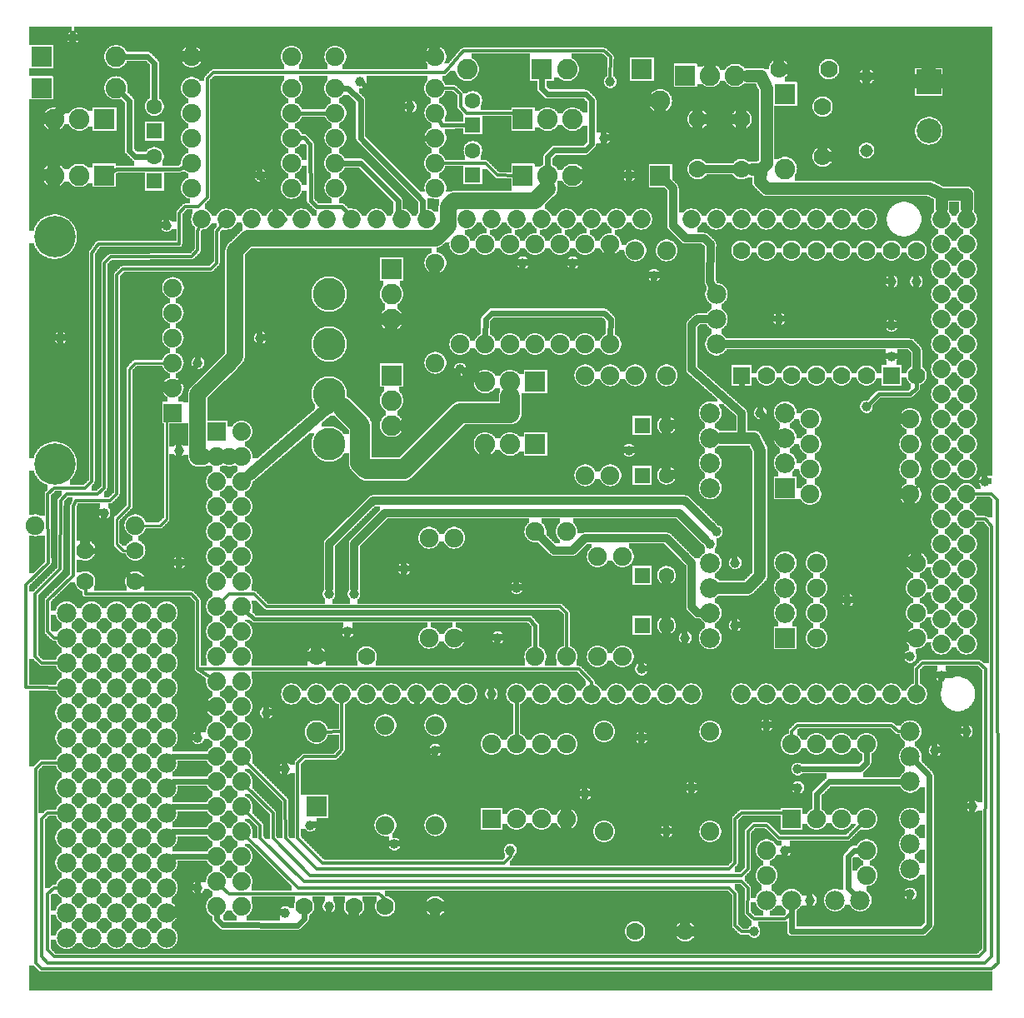
<source format=gbl>
G04 MADE WITH FRITZING*
G04 WWW.FRITZING.ORG*
G04 DOUBLE SIDED*
G04 HOLES PLATED*
G04 CONTOUR ON CENTER OF CONTOUR VECTOR*
%ASAXBY*%
%FSLAX23Y23*%
%MOIN*%
%OFA0B0*%
%SFA1.0B1.0*%
%ADD10C,0.075000*%
%ADD11C,0.039370*%
%ADD12C,0.074000*%
%ADD13C,0.165354*%
%ADD14C,0.070000*%
%ADD15C,0.078000*%
%ADD16C,0.130000*%
%ADD17C,0.072917*%
%ADD18C,0.082000*%
%ADD19C,0.051496*%
%ADD20C,0.079370*%
%ADD21C,0.062992*%
%ADD22C,0.099055*%
%ADD23R,0.074000X0.074000*%
%ADD24R,0.070000X0.070000*%
%ADD25R,0.075000X0.075000*%
%ADD26R,0.082000X0.082000*%
%ADD27R,0.079370X0.079370*%
%ADD28R,0.062992X0.062992*%
%ADD29R,0.099055X0.099055*%
%ADD30C,0.012000*%
%ADD31C,0.024000*%
%ADD32C,0.048000*%
%ADD33C,0.016000*%
%ADD34C,0.032000*%
%ADD35C,0.065000*%
%ADD36C,0.080000*%
%ADD37C,0.050000*%
%ADD38C,0.011111*%
%LNCOPPER0*%
G90*
G70*
G54D10*
X1892Y3738D03*
X840Y3626D03*
X1456Y3476D03*
X1913Y3406D03*
X1369Y3248D03*
X508Y2463D03*
X727Y2851D03*
X694Y1249D03*
X97Y1168D03*
X3472Y982D03*
X3484Y677D03*
X3740Y3756D03*
G54D11*
X3566Y1378D03*
X2991Y1103D03*
X2441Y3303D03*
X2341Y3453D03*
X1966Y603D03*
X2491Y1328D03*
X716Y1053D03*
X716Y453D03*
X2441Y2203D03*
X3041Y2728D03*
X1366Y3678D03*
X216Y3853D03*
X3116Y928D03*
X1666Y1003D03*
X2491Y1053D03*
X2591Y678D03*
X2266Y828D03*
X2691Y853D03*
X1166Y703D03*
X2366Y3678D03*
X1066Y928D03*
X1766Y2528D03*
X991Y1153D03*
X1916Y1453D03*
X3666Y1003D03*
X3691Y1303D03*
X2666Y1453D03*
X591Y3103D03*
G54D12*
X616Y2353D03*
X616Y2453D03*
X616Y2553D03*
X616Y2653D03*
X616Y2753D03*
X616Y2853D03*
G54D13*
X144Y2148D03*
X144Y3058D03*
G54D12*
X616Y2353D03*
X616Y2453D03*
X616Y2553D03*
X616Y2653D03*
X616Y2753D03*
X616Y2853D03*
G54D13*
X144Y2148D03*
X144Y3058D03*
G54D11*
X3491Y2878D03*
X3491Y2703D03*
X3491Y2578D03*
X3066Y603D03*
X3116Y853D03*
X3591Y2878D03*
X2216Y2953D03*
X2016Y2953D03*
X966Y2653D03*
X716Y2553D03*
X341Y1953D03*
X641Y2203D03*
X641Y1753D03*
X2866Y1753D03*
X2966Y2353D03*
X3391Y2378D03*
X1502Y628D03*
G54D14*
X3591Y3003D03*
X3591Y2503D03*
X3491Y3003D03*
X3491Y2503D03*
X3391Y3003D03*
X3391Y2503D03*
X3291Y3003D03*
X3291Y2503D03*
X3191Y3003D03*
X3191Y2503D03*
X3091Y3003D03*
X3091Y2503D03*
X2991Y3003D03*
X2991Y2503D03*
X2891Y3003D03*
X2891Y2503D03*
G54D11*
X3866Y2078D03*
X1566Y3578D03*
X3166Y403D03*
X3791Y1078D03*
X3816Y778D03*
X966Y3303D03*
X1891Y1228D03*
G54D15*
X191Y1553D03*
X291Y1553D03*
X391Y1553D03*
X491Y1553D03*
X591Y1553D03*
X191Y253D03*
X291Y253D03*
X391Y253D03*
X491Y253D03*
X591Y253D03*
X191Y853D03*
X191Y1153D03*
X191Y353D03*
X291Y353D03*
X391Y353D03*
X491Y353D03*
X591Y353D03*
X191Y1353D03*
X191Y1253D03*
X191Y1053D03*
X191Y753D03*
X191Y453D03*
X191Y953D03*
X191Y1453D03*
X191Y653D03*
X191Y553D03*
X291Y853D03*
X291Y1153D03*
X291Y1353D03*
X291Y1253D03*
X291Y1053D03*
X291Y753D03*
X291Y453D03*
X291Y953D03*
X291Y1453D03*
X291Y653D03*
X291Y553D03*
X391Y853D03*
X391Y1153D03*
X391Y1353D03*
X391Y1253D03*
X391Y1053D03*
X391Y753D03*
X391Y453D03*
X391Y953D03*
X391Y1453D03*
X391Y653D03*
X391Y553D03*
X491Y853D03*
X491Y1153D03*
X491Y1353D03*
X491Y1253D03*
X491Y1053D03*
X491Y753D03*
X491Y453D03*
X491Y953D03*
X491Y1453D03*
X491Y653D03*
X491Y553D03*
X591Y453D03*
X591Y553D03*
X591Y653D03*
X591Y753D03*
X591Y853D03*
X591Y953D03*
X591Y1053D03*
X591Y1153D03*
X591Y1253D03*
X591Y1353D03*
X591Y1453D03*
G54D10*
X1891Y728D03*
X1891Y1028D03*
X1991Y728D03*
X1991Y1028D03*
X2091Y728D03*
X2091Y1028D03*
X2191Y728D03*
X2191Y1028D03*
G54D16*
X1241Y2628D03*
X1241Y2828D03*
X1241Y2428D03*
X1241Y2228D03*
G54D11*
X1316Y1478D03*
X3316Y1603D03*
X2866Y1503D03*
X1991Y1653D03*
X1541Y1728D03*
X1241Y378D03*
X1066Y353D03*
X166Y2653D03*
X3566Y428D03*
X2541Y2903D03*
X2941Y278D03*
X2791Y1878D03*
X2766Y1828D03*
X1241Y1628D03*
X1341Y1628D03*
G54D10*
X3091Y728D03*
X3091Y1028D03*
X3191Y728D03*
X3191Y1028D03*
X3291Y728D03*
X3291Y1028D03*
X3391Y728D03*
X3391Y1028D03*
G54D12*
X891Y2278D03*
X891Y2178D03*
X891Y2078D03*
X891Y1978D03*
X891Y1878D03*
X891Y1778D03*
X891Y1678D03*
X891Y1578D03*
X891Y1478D03*
X891Y1378D03*
X891Y1278D03*
X891Y1178D03*
X891Y1078D03*
X891Y978D03*
X891Y878D03*
X891Y778D03*
X891Y678D03*
X891Y578D03*
X891Y478D03*
X891Y378D03*
X791Y2278D03*
X791Y2178D03*
X791Y2078D03*
X791Y1978D03*
X791Y1878D03*
X791Y1778D03*
X791Y1678D03*
X791Y1578D03*
X791Y1478D03*
X791Y1378D03*
X791Y1278D03*
X791Y1178D03*
X791Y1078D03*
X791Y978D03*
X791Y878D03*
X791Y778D03*
X791Y678D03*
X791Y578D03*
X791Y478D03*
X791Y378D03*
G54D17*
X2991Y1228D03*
X1391Y1228D03*
X3091Y1228D03*
X3191Y1228D03*
X3291Y1228D03*
X3391Y1228D03*
X3691Y2628D03*
X3491Y1228D03*
X3591Y1228D03*
X1431Y3128D03*
X1991Y1228D03*
X2091Y1228D03*
X2191Y1228D03*
X2291Y1228D03*
X3691Y1828D03*
X2391Y1228D03*
X2491Y1228D03*
X2591Y1228D03*
X2691Y1228D03*
X2191Y3128D03*
X3691Y3028D03*
X3691Y2228D03*
X3691Y1428D03*
X1031Y3128D03*
X1791Y1228D03*
X1791Y3128D03*
X3691Y2828D03*
X3691Y2428D03*
X3691Y2028D03*
X3391Y3128D03*
X3691Y1628D03*
X3291Y3128D03*
X3191Y3128D03*
X3091Y3128D03*
X2991Y3128D03*
X2891Y3128D03*
X2791Y3128D03*
X2691Y3128D03*
X831Y3128D03*
X1231Y3128D03*
X1631Y3128D03*
X1191Y1228D03*
X1591Y1228D03*
X2391Y3128D03*
X1991Y3128D03*
X3691Y3128D03*
X3691Y2928D03*
X3691Y2728D03*
X3691Y2528D03*
X3691Y2328D03*
X3691Y2128D03*
X3691Y1928D03*
X3691Y1728D03*
X3691Y1528D03*
X731Y3128D03*
X931Y3128D03*
X1131Y3128D03*
X1331Y3128D03*
X1531Y3128D03*
X1091Y1228D03*
X1291Y1228D03*
X1491Y1228D03*
X1691Y1228D03*
X2491Y3128D03*
X2291Y3128D03*
X2091Y3128D03*
X1891Y3128D03*
X3791Y3128D03*
X3791Y3028D03*
X3791Y2928D03*
X3791Y2828D03*
X3791Y2728D03*
X3791Y2628D03*
X3791Y2528D03*
X3791Y2428D03*
X3791Y2328D03*
X3791Y2228D03*
X3791Y2128D03*
X3791Y2028D03*
X3791Y1928D03*
X3791Y1828D03*
X3791Y1728D03*
X3791Y1628D03*
X3791Y1528D03*
X3791Y1428D03*
X2891Y1228D03*
G54D18*
X1491Y2503D03*
X1491Y2403D03*
X1491Y2303D03*
X2066Y2478D03*
X1966Y2478D03*
X1866Y2478D03*
X1491Y2928D03*
X1491Y2828D03*
X1491Y2728D03*
X2066Y2228D03*
X1966Y2228D03*
X1866Y2228D03*
G54D14*
X1191Y1378D03*
X1391Y1378D03*
G54D18*
X2566Y3303D03*
X2566Y3601D03*
G54D10*
X466Y1903D03*
X66Y1903D03*
G54D15*
X3566Y528D03*
X3566Y628D03*
X3566Y728D03*
X3566Y1078D03*
X3566Y978D03*
X3566Y878D03*
X2791Y2828D03*
X2791Y2728D03*
X2791Y2628D03*
G54D10*
X2991Y603D03*
X3391Y603D03*
X2991Y503D03*
X3391Y503D03*
G54D15*
X2991Y403D03*
X3091Y403D03*
X3266Y403D03*
X3366Y403D03*
G54D10*
X3591Y1453D03*
X3191Y1453D03*
X2366Y3028D03*
X2366Y2628D03*
X2266Y3028D03*
X2266Y2628D03*
X3566Y2028D03*
X3166Y2028D03*
X3591Y1753D03*
X3191Y1753D03*
X2166Y3028D03*
X2166Y2628D03*
X1666Y2953D03*
X1666Y2553D03*
X3566Y2328D03*
X3166Y2328D03*
G54D18*
X2666Y3703D03*
X2766Y3703D03*
X2866Y3703D03*
G54D14*
X3041Y3728D03*
X3241Y3728D03*
X2891Y3528D03*
X2891Y3328D03*
X3216Y3378D03*
X3216Y3578D03*
X2716Y3528D03*
X2716Y3328D03*
G54D18*
X3066Y3628D03*
X3066Y3330D03*
G54D19*
X3391Y3403D03*
X3391Y3698D03*
G54D20*
X3066Y1453D03*
X2766Y1453D03*
X3066Y1553D03*
X2766Y1553D03*
X3066Y1653D03*
X2766Y1653D03*
X3066Y1753D03*
X2766Y1753D03*
X3066Y2053D03*
X2766Y2053D03*
X3066Y2153D03*
X2766Y2153D03*
X3066Y2253D03*
X2766Y2253D03*
X3066Y2353D03*
X2766Y2353D03*
G54D10*
X3591Y1553D03*
X3191Y1553D03*
X1866Y3028D03*
X1866Y2628D03*
X1966Y3028D03*
X1966Y2628D03*
X3566Y2128D03*
X3166Y2128D03*
X3591Y1653D03*
X3191Y1653D03*
X2066Y3028D03*
X2066Y2628D03*
X1766Y3028D03*
X1766Y2628D03*
X3566Y2228D03*
X3166Y2228D03*
X2066Y1378D03*
X2066Y1878D03*
X2591Y2503D03*
X2591Y3003D03*
X2191Y1878D03*
X2191Y1378D03*
X2466Y3003D03*
X2466Y2503D03*
X2416Y1778D03*
X2416Y1378D03*
X2266Y2103D03*
X2266Y2503D03*
X2316Y1778D03*
X2316Y1378D03*
X2366Y2103D03*
X2366Y2503D03*
G54D21*
X2493Y1703D03*
X2591Y1703D03*
X2493Y2303D03*
X2591Y2303D03*
X2493Y1503D03*
X2591Y1503D03*
X2493Y2103D03*
X2591Y2103D03*
G54D10*
X1741Y1853D03*
X1741Y1453D03*
G54D14*
X1666Y378D03*
X1466Y378D03*
X1341Y378D03*
X1141Y378D03*
G54D10*
X1666Y703D03*
X1666Y1103D03*
X1466Y703D03*
X1466Y1103D03*
G54D18*
X1191Y778D03*
X1191Y1076D03*
G54D14*
X266Y1678D03*
X466Y1678D03*
X266Y1803D03*
X466Y1803D03*
X2666Y278D03*
X2466Y278D03*
G54D10*
X2766Y678D03*
X2766Y1078D03*
X2341Y678D03*
X2341Y1078D03*
X1641Y1853D03*
X1641Y1453D03*
X1091Y3253D03*
X691Y3253D03*
X1266Y3253D03*
X1666Y3253D03*
X1091Y3553D03*
X691Y3553D03*
X1266Y3553D03*
X1666Y3553D03*
G54D21*
X542Y3281D03*
X542Y3379D03*
X1816Y3305D03*
X1816Y3403D03*
X542Y3481D03*
X542Y3579D03*
X1816Y3505D03*
X1816Y3603D03*
G54D18*
X91Y3653D03*
X389Y3653D03*
X2091Y3728D03*
X1793Y3728D03*
X91Y3778D03*
X389Y3778D03*
X2491Y3728D03*
X2193Y3728D03*
X341Y3303D03*
X241Y3303D03*
X141Y3303D03*
X2016Y3303D03*
X2116Y3303D03*
X2216Y3303D03*
X342Y3529D03*
X242Y3529D03*
X142Y3529D03*
X2016Y3528D03*
X2116Y3528D03*
X2216Y3528D03*
G54D10*
X1091Y3353D03*
X691Y3353D03*
X1265Y3352D03*
X1665Y3352D03*
X1091Y3653D03*
X691Y3653D03*
X1265Y3652D03*
X1665Y3652D03*
X1091Y3453D03*
X691Y3453D03*
X1266Y3453D03*
X1666Y3453D03*
X1091Y3778D03*
X691Y3778D03*
X1266Y3778D03*
X1666Y3778D03*
G54D22*
X3641Y3678D03*
X3641Y3481D03*
G54D23*
X616Y2353D03*
X616Y2353D03*
G54D24*
X2891Y2503D03*
X3491Y2503D03*
G54D25*
X1891Y728D03*
X3091Y728D03*
G54D23*
X791Y2278D03*
G54D26*
X1491Y2503D03*
X2066Y2478D03*
X1491Y2928D03*
X2066Y2228D03*
X2566Y3302D03*
X2666Y3703D03*
X3066Y3629D03*
G54D27*
X3066Y1453D03*
X3066Y2053D03*
G54D28*
X2493Y1703D03*
X2493Y2303D03*
X2493Y1503D03*
X2493Y2103D03*
G54D26*
X1191Y777D03*
G54D28*
X542Y3281D03*
X1816Y3305D03*
X542Y3481D03*
X1816Y3505D03*
G54D26*
X90Y3653D03*
X2092Y3728D03*
X90Y3778D03*
X2492Y3728D03*
X341Y3303D03*
X2016Y3303D03*
X342Y3529D03*
X2016Y3528D03*
G54D29*
X3641Y3678D03*
G54D30*
X3491Y1103D02*
X3116Y1103D01*
D02*
X3116Y1103D02*
X3091Y1078D01*
D02*
X3491Y1103D02*
X3517Y1079D01*
D02*
X3091Y1078D02*
X3091Y1051D01*
D02*
X3517Y1079D02*
X3542Y1078D01*
D02*
X1142Y977D02*
X1267Y977D01*
D02*
X1267Y977D02*
X1291Y1004D01*
D02*
X1291Y1004D02*
X1291Y1077D01*
D02*
X1116Y952D02*
X1142Y977D01*
D02*
X1291Y1077D02*
X1291Y1203D01*
D02*
X1942Y552D02*
X1216Y552D01*
D02*
X1216Y552D02*
X1116Y652D01*
D02*
X1967Y577D02*
X1942Y552D01*
D02*
X1116Y652D02*
X1116Y952D01*
D02*
X1966Y590D02*
X1967Y577D01*
D02*
X1218Y1076D02*
X1291Y1077D01*
G54D31*
D02*
X1441Y3453D02*
X1638Y3453D01*
D02*
X1416Y3628D02*
X1416Y3478D01*
D02*
X1416Y3478D02*
X1441Y3453D01*
D02*
X1380Y3665D02*
X1416Y3628D01*
G54D32*
D02*
X216Y3628D02*
X168Y3564D01*
D02*
X216Y3823D02*
X216Y3628D01*
D02*
X1793Y2515D02*
X1828Y2497D01*
G54D31*
D02*
X3366Y928D02*
X3135Y928D01*
D02*
X3391Y953D02*
X3366Y928D01*
D02*
X3391Y999D02*
X3391Y953D01*
D02*
X3091Y278D02*
X3091Y373D01*
D02*
X3616Y278D02*
X3091Y278D01*
D02*
X3641Y303D02*
X3616Y278D01*
D02*
X3641Y903D02*
X3641Y303D01*
D02*
X3587Y957D02*
X3641Y903D01*
D02*
X1591Y1028D02*
X1591Y1198D01*
D02*
X1616Y1004D02*
X1591Y1028D01*
D02*
X1647Y1003D02*
X1616Y1004D01*
D02*
X2966Y2378D02*
X2966Y2372D01*
D02*
X2891Y2453D02*
X2966Y2378D01*
D02*
X2891Y2477D02*
X2891Y2453D01*
G54D30*
D02*
X67Y1254D02*
X28Y1254D01*
D02*
X641Y3152D02*
X665Y3178D01*
D02*
X717Y3178D02*
X754Y3215D01*
D02*
X665Y3178D02*
X717Y3178D01*
D02*
X317Y3028D02*
X641Y3028D01*
D02*
X641Y3028D02*
X641Y3152D01*
D02*
X291Y2078D02*
X291Y2991D01*
D02*
X265Y2052D02*
X291Y2078D01*
D02*
X141Y2052D02*
X265Y2052D01*
D02*
X115Y2028D02*
X141Y2052D01*
D02*
X117Y1752D02*
X115Y2028D01*
D02*
X28Y1665D02*
X117Y1752D01*
D02*
X28Y1254D02*
X28Y1665D01*
D02*
X291Y2991D02*
X317Y3028D01*
D02*
X754Y3691D02*
X778Y3715D01*
D02*
X754Y3215D02*
X754Y3691D01*
D02*
X778Y3715D02*
X1704Y3715D01*
D02*
X1704Y3715D02*
X1778Y3802D01*
D02*
X2341Y3802D02*
X2367Y3778D01*
D02*
X1778Y3802D02*
X2341Y3802D01*
D02*
X2367Y3778D02*
X2366Y3691D01*
D02*
X167Y1253D02*
X67Y1254D01*
G54D32*
D02*
X1541Y2303D02*
X1534Y2303D01*
D02*
X1745Y2507D02*
X1541Y2303D01*
G54D31*
D02*
X703Y2540D02*
X638Y2475D01*
G54D32*
D02*
X2917Y1653D02*
X2766Y1653D01*
D02*
X2966Y1703D02*
X2917Y1653D01*
G54D33*
D02*
X3440Y2428D02*
X3401Y2388D01*
G54D34*
D02*
X2981Y2334D02*
X3043Y2254D01*
D02*
X3043Y2254D02*
X3030Y2254D01*
G54D31*
D02*
X615Y578D02*
X612Y575D01*
D02*
X760Y578D02*
X615Y578D01*
G54D30*
D02*
X3616Y2078D02*
X3582Y2044D01*
D02*
X3853Y2078D02*
X3616Y2078D01*
G54D31*
D02*
X1040Y3128D02*
X1042Y3128D01*
D02*
X1042Y3128D02*
X1061Y3128D01*
D02*
X974Y3286D02*
X1040Y3128D01*
D02*
X616Y979D02*
X612Y974D01*
D02*
X616Y778D02*
X613Y774D01*
D02*
X616Y678D02*
X613Y674D01*
G54D30*
D02*
X91Y953D02*
X167Y953D01*
D02*
X116Y753D02*
X167Y753D01*
D02*
X142Y453D02*
X167Y453D01*
D02*
X91Y1353D02*
X167Y1353D01*
D02*
X141Y1453D02*
X167Y1453D01*
G54D31*
D02*
X341Y1803D02*
X292Y1803D01*
D02*
X448Y1696D02*
X341Y1803D01*
D02*
X617Y879D02*
X612Y874D01*
G54D33*
D02*
X1991Y1177D02*
X1991Y1051D01*
G54D35*
D02*
X845Y2178D02*
X838Y2178D01*
G54D32*
D02*
X1242Y2377D02*
X1242Y2371D01*
D02*
X923Y2105D02*
X1242Y2377D01*
G54D31*
D02*
X760Y978D02*
X616Y979D01*
D02*
X760Y878D02*
X617Y879D01*
D02*
X760Y778D02*
X616Y778D01*
D02*
X760Y678D02*
X616Y678D01*
G54D36*
D02*
X1366Y2153D02*
X1391Y2128D01*
D02*
X1366Y2303D02*
X1366Y2153D01*
D02*
X1391Y2128D02*
X1541Y2128D01*
D02*
X1541Y2128D02*
X1766Y2353D01*
D02*
X1766Y2353D02*
X1966Y2353D01*
D02*
X1966Y2353D02*
X1966Y2418D01*
D02*
X1293Y2376D02*
X1366Y2303D01*
G54D33*
D02*
X1991Y1203D02*
X1991Y1177D01*
G54D37*
D02*
X3641Y3252D02*
X3691Y3228D01*
D02*
X2991Y3252D02*
X3641Y3252D01*
D02*
X2965Y3278D02*
X2991Y3252D01*
D02*
X3691Y3228D02*
X3691Y3175D01*
D02*
X2967Y3328D02*
X2965Y3278D01*
D02*
X3791Y3228D02*
X3791Y3175D01*
D02*
X3691Y3228D02*
X3791Y3228D01*
G54D30*
D02*
X716Y1328D02*
X770Y1292D01*
G54D34*
D02*
X3591Y2603D02*
X3591Y2535D01*
D02*
X3567Y2628D02*
X3591Y2603D01*
D02*
X2827Y2628D02*
X3567Y2628D01*
G54D33*
D02*
X3440Y2428D02*
X3566Y2428D01*
D02*
X3591Y2453D02*
X3591Y2482D01*
D02*
X3566Y2428D02*
X3591Y2453D01*
G54D30*
D02*
X2891Y479D02*
X2917Y453D01*
D02*
X2917Y453D02*
X2916Y353D01*
D02*
X2916Y353D02*
X2941Y328D01*
D02*
X2941Y328D02*
X3066Y328D01*
D02*
X1142Y479D02*
X2891Y479D01*
D02*
X3066Y328D02*
X3091Y353D01*
D02*
X3091Y353D02*
X3091Y378D01*
D02*
X966Y653D02*
X1142Y479D01*
D02*
X966Y703D02*
X966Y653D01*
D02*
X909Y760D02*
X966Y703D01*
D02*
X2841Y453D02*
X1117Y453D01*
D02*
X2866Y428D02*
X2841Y453D01*
D02*
X2865Y302D02*
X2866Y428D01*
D02*
X1117Y453D02*
X909Y660D01*
D02*
X2891Y277D02*
X2865Y302D01*
D02*
X2928Y278D02*
X2891Y277D01*
G54D31*
D02*
X791Y328D02*
X791Y347D01*
D02*
X816Y304D02*
X791Y328D01*
D02*
X1116Y303D02*
X816Y304D01*
D02*
X1141Y328D02*
X1116Y303D01*
D02*
X1141Y352D02*
X1141Y328D01*
G54D30*
D02*
X1440Y428D02*
X840Y428D01*
D02*
X840Y428D02*
X809Y460D01*
D02*
X1467Y404D02*
X1440Y428D01*
D02*
X1467Y399D02*
X1467Y404D01*
D02*
X116Y428D02*
X116Y204D01*
D02*
X116Y204D02*
X142Y177D01*
D02*
X142Y453D02*
X116Y428D01*
D02*
X142Y177D02*
X3840Y177D01*
D02*
X3840Y177D02*
X3866Y203D01*
D02*
X3866Y203D02*
X3867Y1328D01*
D02*
X3616Y1352D02*
X3591Y1328D01*
D02*
X3842Y1352D02*
X3616Y1352D01*
D02*
X3591Y1328D02*
X3591Y1253D01*
D02*
X3867Y1328D02*
X3842Y1352D01*
D02*
X91Y728D02*
X91Y179D01*
D02*
X116Y753D02*
X91Y728D01*
D02*
X91Y179D02*
X116Y152D01*
D02*
X3866Y153D02*
X3891Y177D01*
D02*
X3867Y1928D02*
X3816Y1928D01*
D02*
X116Y152D02*
X3866Y153D01*
D02*
X3891Y177D02*
X3891Y1900D01*
D02*
X3891Y1900D02*
X3867Y1928D01*
D02*
X91Y953D02*
X67Y928D01*
D02*
X67Y928D02*
X67Y152D01*
D02*
X67Y152D02*
X91Y128D01*
D02*
X3917Y153D02*
X3916Y2004D01*
D02*
X3916Y2004D02*
X3891Y2028D01*
D02*
X91Y128D02*
X3891Y128D01*
D02*
X3891Y128D02*
X3917Y153D01*
D02*
X3891Y2028D02*
X3816Y2028D01*
D02*
X2891Y753D02*
X3066Y753D01*
D02*
X2866Y728D02*
X2891Y753D01*
D02*
X2866Y553D02*
X2866Y728D01*
D02*
X2842Y528D02*
X2866Y553D01*
D02*
X1191Y528D02*
X2842Y528D01*
D02*
X1067Y653D02*
X1191Y528D01*
D02*
X1066Y803D02*
X1067Y653D01*
D02*
X3066Y753D02*
X3075Y744D01*
D02*
X909Y960D02*
X1066Y803D01*
D02*
X1017Y753D02*
X1017Y653D01*
D02*
X2891Y503D02*
X2917Y528D01*
D02*
X1166Y503D02*
X2891Y503D01*
D02*
X1017Y653D02*
X1166Y503D01*
D02*
X2917Y528D02*
X2917Y677D01*
D02*
X2940Y703D02*
X2991Y703D01*
D02*
X2917Y677D02*
X2940Y703D01*
D02*
X2991Y703D02*
X3042Y653D01*
D02*
X3042Y653D02*
X3317Y653D01*
D02*
X3317Y653D02*
X3375Y712D01*
D02*
X909Y860D02*
X1017Y753D01*
D02*
X991Y1577D02*
X2166Y1577D01*
D02*
X2166Y1577D02*
X2191Y1553D01*
D02*
X942Y1628D02*
X991Y1577D01*
D02*
X2191Y1553D02*
X2191Y1401D01*
D02*
X840Y1628D02*
X942Y1628D01*
D02*
X809Y1596D02*
X840Y1628D01*
G54D33*
D02*
X909Y1560D02*
X942Y1528D01*
D02*
X942Y1528D02*
X2042Y1528D01*
D02*
X2042Y1528D02*
X2066Y1503D01*
D02*
X2066Y1503D02*
X2066Y1401D01*
G54D34*
D02*
X1241Y1828D02*
X1417Y2002D01*
D02*
X1417Y2002D02*
X2665Y2002D01*
D02*
X2665Y2002D02*
X2774Y1895D01*
D02*
X1241Y1653D02*
X1241Y1828D01*
D02*
X1342Y1652D02*
X1342Y1653D01*
D02*
X1341Y1828D02*
X1342Y1652D01*
D02*
X1465Y1952D02*
X1341Y1828D01*
D02*
X2641Y1953D02*
X1465Y1952D01*
D02*
X2749Y1845D02*
X2641Y1953D01*
G54D30*
D02*
X341Y2052D02*
X315Y2028D01*
D02*
X315Y2028D02*
X191Y2028D01*
D02*
X66Y1378D02*
X91Y1353D01*
D02*
X65Y1628D02*
X66Y1378D01*
D02*
X165Y1728D02*
X65Y1628D01*
D02*
X167Y2002D02*
X165Y1728D01*
D02*
X191Y2028D02*
X167Y2002D01*
D02*
X342Y2952D02*
X341Y2052D01*
D02*
X691Y2979D02*
X367Y2977D01*
D02*
X716Y3079D02*
X716Y3004D01*
D02*
X716Y3004D02*
X691Y2979D01*
D02*
X367Y2977D02*
X342Y2952D01*
D02*
X724Y3105D02*
X716Y3079D01*
D02*
X391Y2028D02*
X366Y2003D01*
D02*
X791Y2952D02*
X767Y2928D01*
D02*
X791Y3078D02*
X791Y2952D01*
D02*
X767Y2928D02*
X416Y2928D01*
D02*
X416Y2928D02*
X391Y2904D01*
D02*
X391Y2904D02*
X391Y2028D01*
D02*
X366Y2003D02*
X228Y2002D01*
D02*
X116Y1477D02*
X141Y1453D01*
D02*
X115Y1602D02*
X116Y1477D01*
D02*
X217Y1978D02*
X217Y1702D01*
D02*
X217Y1702D02*
X115Y1602D01*
D02*
X228Y2002D02*
X217Y1978D01*
D02*
X816Y3109D02*
X791Y3078D01*
G54D38*
D02*
X466Y2553D02*
X442Y2528D01*
D02*
X591Y2553D02*
X466Y2553D01*
D02*
X417Y1803D02*
X446Y1803D01*
D02*
X391Y1828D02*
X417Y1803D01*
D02*
X391Y1928D02*
X391Y1828D01*
D02*
X442Y1977D02*
X391Y1928D01*
D02*
X442Y2528D02*
X442Y1977D01*
G54D34*
D02*
X2266Y1853D02*
X2216Y1803D01*
D02*
X2216Y1803D02*
X2141Y1803D01*
D02*
X2141Y1803D02*
X2090Y1854D01*
D02*
X2591Y1853D02*
X2266Y1853D01*
D02*
X2667Y1777D02*
X2591Y1853D01*
D02*
X2666Y1777D02*
X2667Y1777D01*
D02*
X2691Y1753D02*
X2666Y1777D01*
D02*
X2691Y1578D02*
X2691Y1753D01*
D02*
X2716Y1553D02*
X2691Y1578D01*
D02*
X2730Y1553D02*
X2716Y1553D01*
G54D32*
D02*
X2808Y2253D02*
X2941Y2252D01*
G54D34*
D02*
X2691Y2704D02*
X2716Y2728D01*
D02*
X2891Y2252D02*
X2891Y2352D01*
D02*
X2891Y2352D02*
X2691Y2528D01*
D02*
X2691Y2528D02*
X2691Y2704D01*
D02*
X2941Y2252D02*
X2891Y2252D01*
D02*
X2716Y2728D02*
X2756Y2728D01*
G54D32*
D02*
X2966Y2203D02*
X2966Y1703D01*
D02*
X2941Y2252D02*
X2966Y2203D01*
G54D33*
D02*
X1114Y3553D02*
X1243Y3553D01*
G54D31*
D02*
X1891Y2753D02*
X2342Y2753D01*
D02*
X2342Y2753D02*
X2367Y2728D01*
D02*
X2367Y2728D02*
X2366Y2657D01*
D02*
X1867Y2728D02*
X1891Y2753D01*
D02*
X1866Y2657D02*
X1867Y2728D01*
G54D34*
D02*
X2617Y3252D02*
X2617Y3102D01*
D02*
X2767Y3028D02*
X2766Y2879D01*
D02*
X2766Y2879D02*
X2775Y2860D01*
D02*
X2741Y3052D02*
X2767Y3028D01*
D02*
X2667Y3052D02*
X2741Y3052D01*
D02*
X2617Y3102D02*
X2667Y3052D01*
D02*
X2593Y3276D02*
X2617Y3252D01*
G54D30*
D02*
X691Y1628D02*
X267Y1628D01*
D02*
X267Y1628D02*
X267Y1657D01*
D02*
X715Y1602D02*
X691Y1628D01*
D02*
X716Y1328D02*
X715Y1602D01*
D02*
X1043Y1328D02*
X716Y1328D01*
D02*
X2291Y1276D02*
X2241Y1328D01*
D02*
X2291Y1253D02*
X2291Y1276D01*
G54D38*
D02*
X566Y1903D02*
X489Y1903D01*
D02*
X591Y1928D02*
X566Y1903D01*
D02*
X591Y2328D02*
X591Y1928D01*
D02*
X598Y2335D02*
X591Y2328D01*
G54D31*
D02*
X3317Y577D02*
X3317Y453D01*
D02*
X3340Y603D02*
X3317Y577D01*
D02*
X3363Y603D02*
X3340Y603D01*
D02*
X3242Y877D02*
X3536Y878D01*
D02*
X3191Y828D02*
X3242Y877D01*
D02*
X3191Y757D02*
X3191Y828D01*
G54D37*
D02*
X2967Y3702D02*
X2991Y3652D01*
D02*
X2967Y3328D02*
X2934Y3328D01*
D02*
X2991Y3352D02*
X2967Y3328D01*
D02*
X2991Y3652D02*
X2991Y3352D01*
D02*
X2915Y3703D02*
X2967Y3702D01*
G54D34*
D02*
X2860Y3328D02*
X2748Y3328D01*
G54D33*
D02*
X641Y3328D02*
X671Y3343D01*
D02*
X391Y3328D02*
X641Y3328D01*
D02*
X365Y3315D02*
X391Y3328D01*
G54D31*
D02*
X1517Y3203D02*
X1367Y3352D01*
D02*
X1517Y3153D02*
X1517Y3203D01*
D02*
X1516Y3154D02*
X1517Y3153D01*
D02*
X1367Y3352D02*
X1294Y3352D01*
D02*
X1615Y3154D02*
X1616Y3152D01*
D02*
X1616Y3203D02*
X1367Y3452D01*
D02*
X1616Y3152D02*
X1616Y3203D01*
G54D33*
D02*
X1141Y3454D02*
X1114Y3453D01*
D02*
X1167Y3202D02*
X1166Y3428D01*
D02*
X1166Y3428D02*
X1141Y3454D01*
D02*
X1191Y3178D02*
X1167Y3202D01*
D02*
X1317Y3153D02*
X1291Y3178D01*
D02*
X1291Y3178D02*
X1191Y3178D01*
D02*
X1319Y3149D02*
X1317Y3153D01*
D02*
X1691Y3504D02*
X1795Y3504D01*
D02*
X1677Y3532D02*
X1691Y3504D01*
G54D30*
D02*
X1991Y3552D02*
X1791Y3552D01*
D02*
X1767Y3578D02*
X1767Y3628D01*
D02*
X1741Y3652D02*
X1691Y3652D01*
D02*
X1767Y3628D02*
X1741Y3652D01*
D02*
X1691Y3652D02*
X1688Y3652D01*
D02*
X1791Y3552D02*
X1767Y3578D01*
D02*
X1997Y3547D02*
X1991Y3552D01*
G54D31*
D02*
X2291Y3604D02*
X2291Y3428D01*
D02*
X2091Y3652D02*
X2116Y3628D01*
D02*
X2116Y3628D02*
X2267Y3628D01*
D02*
X2291Y3428D02*
X2267Y3404D01*
D02*
X2142Y3404D02*
X2116Y3377D01*
D02*
X2267Y3628D02*
X2291Y3604D01*
D02*
X2116Y3377D02*
X2116Y3335D01*
D02*
X2267Y3404D02*
X2142Y3404D01*
D02*
X2091Y3696D02*
X2091Y3652D01*
D02*
X542Y3752D02*
X516Y3779D01*
D02*
X516Y3779D02*
X421Y3778D01*
D02*
X542Y3606D02*
X542Y3752D01*
D02*
X442Y3403D02*
X442Y3603D01*
D02*
X466Y3379D02*
X442Y3403D01*
D02*
X442Y3603D02*
X412Y3631D01*
D02*
X515Y3379D02*
X466Y3379D01*
G54D30*
D02*
X1916Y3304D02*
X1990Y3303D01*
D02*
X1867Y3352D02*
X1916Y3304D01*
D02*
X1688Y3352D02*
X1867Y3352D01*
D02*
X2241Y1328D02*
X1043Y1328D01*
G54D31*
D02*
X3317Y453D02*
X3345Y424D01*
G54D35*
D02*
X2116Y3253D02*
X2116Y3249D01*
D02*
X2065Y3202D02*
X2116Y3253D01*
D02*
X1741Y3202D02*
X2065Y3202D01*
D02*
X1717Y3178D02*
X1741Y3202D01*
D02*
X1717Y3102D02*
X1717Y3178D01*
D02*
X1667Y3052D02*
X1717Y3102D01*
D02*
X917Y3052D02*
X1667Y3052D01*
D02*
X865Y3002D02*
X917Y3052D01*
D02*
X841Y2552D02*
X865Y2578D01*
D02*
X865Y2578D02*
X865Y3002D01*
D02*
X716Y2177D02*
X716Y2428D01*
D02*
X716Y2428D02*
X841Y2552D01*
D02*
X738Y2177D02*
X716Y2177D01*
G54D31*
D02*
X1367Y3452D02*
X1367Y3604D01*
D02*
X1316Y3652D02*
X1294Y3652D01*
D02*
X1367Y3604D02*
X1316Y3652D01*
G36*
X1810Y3791D02*
X1810Y3771D01*
X1814Y3771D01*
X1814Y3769D01*
X1818Y3769D01*
X1818Y3767D01*
X1820Y3767D01*
X1820Y3765D01*
X1824Y3765D01*
X1824Y3763D01*
X1826Y3763D01*
X1826Y3761D01*
X1828Y3761D01*
X1828Y3759D01*
X1830Y3759D01*
X1830Y3755D01*
X1832Y3755D01*
X1832Y3753D01*
X1834Y3753D01*
X1834Y3749D01*
X1836Y3749D01*
X1836Y3745D01*
X1838Y3745D01*
X1838Y3739D01*
X1840Y3739D01*
X1840Y3719D01*
X1838Y3719D01*
X1838Y3711D01*
X1836Y3711D01*
X1836Y3707D01*
X1834Y3707D01*
X1834Y3703D01*
X1832Y3703D01*
X1832Y3701D01*
X1830Y3701D01*
X1830Y3697D01*
X1828Y3697D01*
X1828Y3695D01*
X1826Y3695D01*
X1826Y3693D01*
X1822Y3693D01*
X1822Y3691D01*
X1820Y3691D01*
X1820Y3689D01*
X1818Y3689D01*
X1818Y3687D01*
X1814Y3687D01*
X1814Y3685D01*
X1810Y3685D01*
X1810Y3683D01*
X1802Y3683D01*
X1802Y3681D01*
X2046Y3681D01*
X2046Y3719D01*
X2044Y3719D01*
X2044Y3737D01*
X2046Y3737D01*
X2046Y3791D01*
X1810Y3791D01*
G37*
D02*
G36*
X1726Y3723D02*
X1726Y3721D01*
X1724Y3721D01*
X1724Y3719D01*
X1722Y3719D01*
X1722Y3717D01*
X1720Y3717D01*
X1720Y3715D01*
X1718Y3715D01*
X1718Y3711D01*
X1716Y3711D01*
X1716Y3709D01*
X1714Y3709D01*
X1714Y3707D01*
X1712Y3707D01*
X1712Y3705D01*
X1708Y3705D01*
X1708Y3703D01*
X1694Y3703D01*
X1694Y3683D01*
X1696Y3683D01*
X1696Y3681D01*
X1784Y3681D01*
X1784Y3683D01*
X1778Y3683D01*
X1778Y3685D01*
X1772Y3685D01*
X1772Y3687D01*
X1768Y3687D01*
X1768Y3689D01*
X1766Y3689D01*
X1766Y3691D01*
X1764Y3691D01*
X1764Y3693D01*
X1760Y3693D01*
X1760Y3695D01*
X1758Y3695D01*
X1758Y3699D01*
X1756Y3699D01*
X1756Y3701D01*
X1754Y3701D01*
X1754Y3705D01*
X1752Y3705D01*
X1752Y3707D01*
X1750Y3707D01*
X1750Y3713D01*
X1748Y3713D01*
X1748Y3719D01*
X1746Y3719D01*
X1746Y3723D01*
X1726Y3723D01*
G37*
D02*
G36*
X1698Y3681D02*
X1698Y3679D01*
X2074Y3679D01*
X2074Y3681D01*
X1698Y3681D01*
G37*
D02*
G36*
X1698Y3681D02*
X1698Y3679D01*
X2074Y3679D01*
X2074Y3681D01*
X1698Y3681D01*
G37*
D02*
G36*
X1700Y3679D02*
X1700Y3677D01*
X1702Y3677D01*
X1702Y3673D01*
X1704Y3673D01*
X1704Y3669D01*
X1706Y3669D01*
X1706Y3665D01*
X1744Y3665D01*
X1744Y3663D01*
X1748Y3663D01*
X1748Y3661D01*
X1750Y3661D01*
X1750Y3659D01*
X1752Y3659D01*
X1752Y3657D01*
X1754Y3657D01*
X1754Y3655D01*
X1756Y3655D01*
X1756Y3653D01*
X1760Y3653D01*
X1760Y3651D01*
X1762Y3651D01*
X1762Y3649D01*
X1764Y3649D01*
X1764Y3647D01*
X1766Y3647D01*
X1766Y3645D01*
X1768Y3645D01*
X1768Y3643D01*
X1770Y3643D01*
X1770Y3641D01*
X1822Y3641D01*
X1822Y3639D01*
X1830Y3639D01*
X1830Y3637D01*
X1834Y3637D01*
X1834Y3635D01*
X1838Y3635D01*
X1838Y3633D01*
X1840Y3633D01*
X1840Y3631D01*
X1842Y3631D01*
X1842Y3629D01*
X1844Y3629D01*
X1844Y3627D01*
X1846Y3627D01*
X1846Y3625D01*
X1848Y3625D01*
X1848Y3621D01*
X1850Y3621D01*
X1850Y3617D01*
X1852Y3617D01*
X1852Y3609D01*
X1854Y3609D01*
X1854Y3597D01*
X1852Y3597D01*
X1852Y3589D01*
X1850Y3589D01*
X1850Y3585D01*
X1848Y3585D01*
X1848Y3575D01*
X2226Y3575D01*
X2226Y3573D01*
X2232Y3573D01*
X2232Y3571D01*
X2236Y3571D01*
X2236Y3569D01*
X2240Y3569D01*
X2240Y3567D01*
X2244Y3567D01*
X2244Y3565D01*
X2246Y3565D01*
X2246Y3563D01*
X2248Y3563D01*
X2248Y3561D01*
X2250Y3561D01*
X2250Y3559D01*
X2252Y3559D01*
X2252Y3557D01*
X2254Y3557D01*
X2254Y3555D01*
X2274Y3555D01*
X2274Y3597D01*
X2272Y3597D01*
X2272Y3599D01*
X2270Y3599D01*
X2270Y3601D01*
X2268Y3601D01*
X2268Y3603D01*
X2266Y3603D01*
X2266Y3605D01*
X2264Y3605D01*
X2264Y3607D01*
X2262Y3607D01*
X2262Y3609D01*
X2260Y3609D01*
X2260Y3611D01*
X2108Y3611D01*
X2108Y3613D01*
X2104Y3613D01*
X2104Y3615D01*
X2102Y3615D01*
X2102Y3617D01*
X2100Y3617D01*
X2100Y3619D01*
X2098Y3619D01*
X2098Y3621D01*
X2096Y3621D01*
X2096Y3623D01*
X2094Y3623D01*
X2094Y3625D01*
X2092Y3625D01*
X2092Y3627D01*
X2090Y3627D01*
X2090Y3629D01*
X2088Y3629D01*
X2088Y3631D01*
X2086Y3631D01*
X2086Y3633D01*
X2084Y3633D01*
X2084Y3635D01*
X2082Y3635D01*
X2082Y3637D01*
X2080Y3637D01*
X2080Y3639D01*
X2078Y3639D01*
X2078Y3641D01*
X2076Y3641D01*
X2076Y3645D01*
X2074Y3645D01*
X2074Y3679D01*
X1700Y3679D01*
G37*
D02*
G36*
X1772Y3641D02*
X1772Y3639D01*
X1774Y3639D01*
X1774Y3637D01*
X1776Y3637D01*
X1776Y3633D01*
X1796Y3633D01*
X1796Y3635D01*
X1798Y3635D01*
X1798Y3637D01*
X1804Y3637D01*
X1804Y3639D01*
X1812Y3639D01*
X1812Y3641D01*
X1772Y3641D01*
G37*
D02*
G36*
X1848Y3575D02*
X1848Y3565D01*
X1970Y3565D01*
X1970Y3575D01*
X1848Y3575D01*
G37*
D02*
G36*
X2064Y3575D02*
X2064Y3561D01*
X2084Y3561D01*
X2084Y3563D01*
X2086Y3563D01*
X2086Y3565D01*
X2088Y3565D01*
X2088Y3567D01*
X2092Y3567D01*
X2092Y3569D01*
X2096Y3569D01*
X2096Y3571D01*
X2100Y3571D01*
X2100Y3573D01*
X2106Y3573D01*
X2106Y3575D01*
X2064Y3575D01*
G37*
D02*
G36*
X2126Y3575D02*
X2126Y3573D01*
X2132Y3573D01*
X2132Y3571D01*
X2136Y3571D01*
X2136Y3569D01*
X2140Y3569D01*
X2140Y3567D01*
X2144Y3567D01*
X2144Y3565D01*
X2146Y3565D01*
X2146Y3563D01*
X2148Y3563D01*
X2148Y3561D01*
X2150Y3561D01*
X2150Y3559D01*
X2152Y3559D01*
X2152Y3557D01*
X2154Y3557D01*
X2154Y3555D01*
X2156Y3555D01*
X2156Y3551D01*
X2176Y3551D01*
X2176Y3553D01*
X2178Y3553D01*
X2178Y3557D01*
X2180Y3557D01*
X2180Y3559D01*
X2182Y3559D01*
X2182Y3561D01*
X2184Y3561D01*
X2184Y3563D01*
X2186Y3563D01*
X2186Y3565D01*
X2188Y3565D01*
X2188Y3567D01*
X2192Y3567D01*
X2192Y3569D01*
X2196Y3569D01*
X2196Y3571D01*
X2200Y3571D01*
X2200Y3573D01*
X2206Y3573D01*
X2206Y3575D01*
X2126Y3575D01*
G37*
D02*
G36*
X782Y3703D02*
X782Y3701D01*
X780Y3701D01*
X780Y3699D01*
X778Y3699D01*
X778Y3697D01*
X776Y3697D01*
X776Y3695D01*
X774Y3695D01*
X774Y3693D01*
X772Y3693D01*
X772Y3691D01*
X770Y3691D01*
X770Y3689D01*
X768Y3689D01*
X768Y3687D01*
X766Y3687D01*
X766Y3329D01*
X972Y3329D01*
X972Y3327D01*
X978Y3327D01*
X978Y3325D01*
X980Y3325D01*
X980Y3323D01*
X984Y3323D01*
X984Y3321D01*
X986Y3321D01*
X986Y3317D01*
X988Y3317D01*
X988Y3315D01*
X990Y3315D01*
X990Y3309D01*
X992Y3309D01*
X992Y3297D01*
X990Y3297D01*
X990Y3291D01*
X988Y3291D01*
X988Y3289D01*
X986Y3289D01*
X986Y3285D01*
X984Y3285D01*
X984Y3283D01*
X980Y3283D01*
X980Y3281D01*
X976Y3281D01*
X976Y3279D01*
X972Y3279D01*
X972Y3277D01*
X1056Y3277D01*
X1056Y3279D01*
X1058Y3279D01*
X1058Y3283D01*
X1060Y3283D01*
X1060Y3285D01*
X1064Y3285D01*
X1064Y3287D01*
X1066Y3287D01*
X1066Y3289D01*
X1068Y3289D01*
X1068Y3291D01*
X1072Y3291D01*
X1072Y3293D01*
X1078Y3293D01*
X1078Y3313D01*
X1072Y3313D01*
X1072Y3315D01*
X1068Y3315D01*
X1068Y3317D01*
X1066Y3317D01*
X1066Y3319D01*
X1064Y3319D01*
X1064Y3321D01*
X1060Y3321D01*
X1060Y3325D01*
X1058Y3325D01*
X1058Y3327D01*
X1056Y3327D01*
X1056Y3329D01*
X1054Y3329D01*
X1054Y3333D01*
X1052Y3333D01*
X1052Y3337D01*
X1050Y3337D01*
X1050Y3343D01*
X1048Y3343D01*
X1048Y3363D01*
X1050Y3363D01*
X1050Y3369D01*
X1052Y3369D01*
X1052Y3373D01*
X1054Y3373D01*
X1054Y3377D01*
X1056Y3377D01*
X1056Y3379D01*
X1058Y3379D01*
X1058Y3383D01*
X1060Y3383D01*
X1060Y3385D01*
X1064Y3385D01*
X1064Y3387D01*
X1066Y3387D01*
X1066Y3389D01*
X1068Y3389D01*
X1068Y3391D01*
X1072Y3391D01*
X1072Y3393D01*
X1078Y3393D01*
X1078Y3413D01*
X1072Y3413D01*
X1072Y3415D01*
X1068Y3415D01*
X1068Y3417D01*
X1066Y3417D01*
X1066Y3419D01*
X1064Y3419D01*
X1064Y3421D01*
X1060Y3421D01*
X1060Y3425D01*
X1058Y3425D01*
X1058Y3427D01*
X1056Y3427D01*
X1056Y3429D01*
X1054Y3429D01*
X1054Y3433D01*
X1052Y3433D01*
X1052Y3437D01*
X1050Y3437D01*
X1050Y3443D01*
X1048Y3443D01*
X1048Y3463D01*
X1050Y3463D01*
X1050Y3469D01*
X1052Y3469D01*
X1052Y3473D01*
X1054Y3473D01*
X1054Y3477D01*
X1056Y3477D01*
X1056Y3479D01*
X1058Y3479D01*
X1058Y3483D01*
X1060Y3483D01*
X1060Y3485D01*
X1064Y3485D01*
X1064Y3487D01*
X1066Y3487D01*
X1066Y3489D01*
X1068Y3489D01*
X1068Y3491D01*
X1072Y3491D01*
X1072Y3493D01*
X1078Y3493D01*
X1078Y3513D01*
X1072Y3513D01*
X1072Y3515D01*
X1068Y3515D01*
X1068Y3517D01*
X1066Y3517D01*
X1066Y3519D01*
X1064Y3519D01*
X1064Y3521D01*
X1060Y3521D01*
X1060Y3525D01*
X1058Y3525D01*
X1058Y3527D01*
X1056Y3527D01*
X1056Y3529D01*
X1054Y3529D01*
X1054Y3533D01*
X1052Y3533D01*
X1052Y3537D01*
X1050Y3537D01*
X1050Y3543D01*
X1048Y3543D01*
X1048Y3563D01*
X1050Y3563D01*
X1050Y3569D01*
X1052Y3569D01*
X1052Y3573D01*
X1054Y3573D01*
X1054Y3577D01*
X1056Y3577D01*
X1056Y3579D01*
X1058Y3579D01*
X1058Y3583D01*
X1060Y3583D01*
X1060Y3585D01*
X1064Y3585D01*
X1064Y3587D01*
X1066Y3587D01*
X1066Y3589D01*
X1068Y3589D01*
X1068Y3591D01*
X1072Y3591D01*
X1072Y3593D01*
X1078Y3593D01*
X1078Y3613D01*
X1072Y3613D01*
X1072Y3615D01*
X1068Y3615D01*
X1068Y3617D01*
X1066Y3617D01*
X1066Y3619D01*
X1064Y3619D01*
X1064Y3621D01*
X1060Y3621D01*
X1060Y3625D01*
X1058Y3625D01*
X1058Y3627D01*
X1056Y3627D01*
X1056Y3629D01*
X1054Y3629D01*
X1054Y3633D01*
X1052Y3633D01*
X1052Y3637D01*
X1050Y3637D01*
X1050Y3643D01*
X1048Y3643D01*
X1048Y3663D01*
X1050Y3663D01*
X1050Y3669D01*
X1052Y3669D01*
X1052Y3673D01*
X1054Y3673D01*
X1054Y3677D01*
X1056Y3677D01*
X1056Y3679D01*
X1058Y3679D01*
X1058Y3683D01*
X1060Y3683D01*
X1060Y3703D01*
X782Y3703D01*
G37*
D02*
G36*
X766Y3329D02*
X766Y3277D01*
X962Y3277D01*
X962Y3279D01*
X956Y3279D01*
X956Y3281D01*
X952Y3281D01*
X952Y3283D01*
X950Y3283D01*
X950Y3285D01*
X948Y3285D01*
X948Y3287D01*
X946Y3287D01*
X946Y3289D01*
X944Y3289D01*
X944Y3293D01*
X942Y3293D01*
X942Y3299D01*
X940Y3299D01*
X940Y3307D01*
X942Y3307D01*
X942Y3313D01*
X944Y3313D01*
X944Y3317D01*
X946Y3317D01*
X946Y3319D01*
X948Y3319D01*
X948Y3321D01*
X950Y3321D01*
X950Y3323D01*
X952Y3323D01*
X952Y3325D01*
X956Y3325D01*
X956Y3327D01*
X962Y3327D01*
X962Y3329D01*
X766Y3329D01*
G37*
D02*
G36*
X766Y3277D02*
X766Y3275D01*
X1054Y3275D01*
X1054Y3277D01*
X766Y3277D01*
G37*
D02*
G36*
X766Y3277D02*
X766Y3275D01*
X1054Y3275D01*
X1054Y3277D01*
X766Y3277D01*
G37*
D02*
G36*
X766Y3275D02*
X766Y3211D01*
X764Y3211D01*
X764Y3209D01*
X1086Y3209D01*
X1086Y3211D01*
X1078Y3211D01*
X1078Y3213D01*
X1072Y3213D01*
X1072Y3215D01*
X1068Y3215D01*
X1068Y3217D01*
X1066Y3217D01*
X1066Y3219D01*
X1064Y3219D01*
X1064Y3221D01*
X1060Y3221D01*
X1060Y3225D01*
X1058Y3225D01*
X1058Y3227D01*
X1056Y3227D01*
X1056Y3229D01*
X1054Y3229D01*
X1054Y3233D01*
X1052Y3233D01*
X1052Y3237D01*
X1050Y3237D01*
X1050Y3243D01*
X1048Y3243D01*
X1048Y3263D01*
X1050Y3263D01*
X1050Y3269D01*
X1052Y3269D01*
X1052Y3273D01*
X1054Y3273D01*
X1054Y3275D01*
X766Y3275D01*
G37*
D02*
G36*
X1132Y3241D02*
X1132Y3235D01*
X1130Y3235D01*
X1130Y3233D01*
X1128Y3233D01*
X1128Y3229D01*
X1126Y3229D01*
X1126Y3227D01*
X1124Y3227D01*
X1124Y3223D01*
X1122Y3223D01*
X1122Y3221D01*
X1120Y3221D01*
X1120Y3219D01*
X1116Y3219D01*
X1116Y3217D01*
X1114Y3217D01*
X1114Y3215D01*
X1110Y3215D01*
X1110Y3213D01*
X1104Y3213D01*
X1104Y3211D01*
X1096Y3211D01*
X1096Y3209D01*
X1152Y3209D01*
X1152Y3241D01*
X1132Y3241D01*
G37*
D02*
G36*
X764Y3209D02*
X764Y3207D01*
X1152Y3207D01*
X1152Y3209D01*
X764Y3209D01*
G37*
D02*
G36*
X764Y3209D02*
X764Y3207D01*
X1152Y3207D01*
X1152Y3209D01*
X764Y3209D01*
G37*
D02*
G36*
X762Y3207D02*
X762Y3205D01*
X760Y3205D01*
X760Y3203D01*
X758Y3203D01*
X758Y3201D01*
X756Y3201D01*
X756Y3199D01*
X754Y3199D01*
X754Y3197D01*
X752Y3197D01*
X752Y3195D01*
X750Y3195D01*
X750Y3193D01*
X748Y3193D01*
X748Y3191D01*
X746Y3191D01*
X746Y3189D01*
X744Y3189D01*
X744Y3171D01*
X1136Y3171D01*
X1136Y3169D01*
X1144Y3169D01*
X1144Y3167D01*
X1150Y3167D01*
X1150Y3165D01*
X1154Y3165D01*
X1154Y3163D01*
X1156Y3163D01*
X1156Y3161D01*
X1158Y3161D01*
X1158Y3159D01*
X1162Y3159D01*
X1162Y3155D01*
X1164Y3155D01*
X1164Y3153D01*
X1166Y3153D01*
X1166Y3151D01*
X1168Y3151D01*
X1168Y3147D01*
X1170Y3147D01*
X1170Y3143D01*
X1172Y3143D01*
X1172Y3141D01*
X1192Y3141D01*
X1192Y3165D01*
X1184Y3165D01*
X1184Y3167D01*
X1182Y3167D01*
X1182Y3169D01*
X1180Y3169D01*
X1180Y3171D01*
X1178Y3171D01*
X1178Y3173D01*
X1176Y3173D01*
X1176Y3175D01*
X1174Y3175D01*
X1174Y3177D01*
X1172Y3177D01*
X1172Y3179D01*
X1170Y3179D01*
X1170Y3181D01*
X1168Y3181D01*
X1168Y3183D01*
X1166Y3183D01*
X1166Y3185D01*
X1164Y3185D01*
X1164Y3187D01*
X1162Y3187D01*
X1162Y3189D01*
X1160Y3189D01*
X1160Y3191D01*
X1158Y3191D01*
X1158Y3193D01*
X1156Y3193D01*
X1156Y3195D01*
X1154Y3195D01*
X1154Y3199D01*
X1152Y3199D01*
X1152Y3207D01*
X762Y3207D01*
G37*
D02*
G36*
X744Y3171D02*
X744Y3167D01*
X750Y3167D01*
X750Y3165D01*
X754Y3165D01*
X754Y3163D01*
X756Y3163D01*
X756Y3161D01*
X758Y3161D01*
X758Y3159D01*
X762Y3159D01*
X762Y3155D01*
X764Y3155D01*
X764Y3153D01*
X766Y3153D01*
X766Y3151D01*
X768Y3151D01*
X768Y3147D01*
X770Y3147D01*
X770Y3143D01*
X772Y3143D01*
X772Y3141D01*
X792Y3141D01*
X792Y3147D01*
X794Y3147D01*
X794Y3149D01*
X796Y3149D01*
X796Y3153D01*
X798Y3153D01*
X798Y3155D01*
X800Y3155D01*
X800Y3157D01*
X802Y3157D01*
X802Y3159D01*
X804Y3159D01*
X804Y3161D01*
X806Y3161D01*
X806Y3163D01*
X808Y3163D01*
X808Y3165D01*
X812Y3165D01*
X812Y3167D01*
X818Y3167D01*
X818Y3169D01*
X826Y3169D01*
X826Y3171D01*
X744Y3171D01*
G37*
D02*
G36*
X836Y3171D02*
X836Y3169D01*
X844Y3169D01*
X844Y3167D01*
X850Y3167D01*
X850Y3165D01*
X854Y3165D01*
X854Y3163D01*
X856Y3163D01*
X856Y3161D01*
X858Y3161D01*
X858Y3159D01*
X862Y3159D01*
X862Y3155D01*
X864Y3155D01*
X864Y3153D01*
X866Y3153D01*
X866Y3151D01*
X868Y3151D01*
X868Y3147D01*
X870Y3147D01*
X870Y3143D01*
X872Y3143D01*
X872Y3141D01*
X892Y3141D01*
X892Y3147D01*
X894Y3147D01*
X894Y3149D01*
X896Y3149D01*
X896Y3153D01*
X898Y3153D01*
X898Y3155D01*
X900Y3155D01*
X900Y3157D01*
X902Y3157D01*
X902Y3159D01*
X904Y3159D01*
X904Y3161D01*
X906Y3161D01*
X906Y3163D01*
X908Y3163D01*
X908Y3165D01*
X912Y3165D01*
X912Y3167D01*
X918Y3167D01*
X918Y3169D01*
X926Y3169D01*
X926Y3171D01*
X836Y3171D01*
G37*
D02*
G36*
X936Y3171D02*
X936Y3169D01*
X944Y3169D01*
X944Y3167D01*
X950Y3167D01*
X950Y3165D01*
X954Y3165D01*
X954Y3163D01*
X956Y3163D01*
X956Y3161D01*
X958Y3161D01*
X958Y3159D01*
X962Y3159D01*
X962Y3155D01*
X964Y3155D01*
X964Y3153D01*
X966Y3153D01*
X966Y3151D01*
X968Y3151D01*
X968Y3147D01*
X970Y3147D01*
X970Y3143D01*
X972Y3143D01*
X972Y3141D01*
X992Y3141D01*
X992Y3147D01*
X994Y3147D01*
X994Y3149D01*
X996Y3149D01*
X996Y3153D01*
X998Y3153D01*
X998Y3155D01*
X1000Y3155D01*
X1000Y3157D01*
X1002Y3157D01*
X1002Y3159D01*
X1004Y3159D01*
X1004Y3161D01*
X1006Y3161D01*
X1006Y3163D01*
X1008Y3163D01*
X1008Y3165D01*
X1012Y3165D01*
X1012Y3167D01*
X1018Y3167D01*
X1018Y3169D01*
X1026Y3169D01*
X1026Y3171D01*
X936Y3171D01*
G37*
D02*
G36*
X1036Y3171D02*
X1036Y3169D01*
X1044Y3169D01*
X1044Y3167D01*
X1050Y3167D01*
X1050Y3165D01*
X1054Y3165D01*
X1054Y3163D01*
X1056Y3163D01*
X1056Y3161D01*
X1058Y3161D01*
X1058Y3159D01*
X1062Y3159D01*
X1062Y3155D01*
X1064Y3155D01*
X1064Y3153D01*
X1066Y3153D01*
X1066Y3151D01*
X1068Y3151D01*
X1068Y3147D01*
X1070Y3147D01*
X1070Y3143D01*
X1072Y3143D01*
X1072Y3141D01*
X1092Y3141D01*
X1092Y3147D01*
X1094Y3147D01*
X1094Y3149D01*
X1096Y3149D01*
X1096Y3153D01*
X1098Y3153D01*
X1098Y3155D01*
X1100Y3155D01*
X1100Y3157D01*
X1102Y3157D01*
X1102Y3159D01*
X1104Y3159D01*
X1104Y3161D01*
X1106Y3161D01*
X1106Y3163D01*
X1108Y3163D01*
X1108Y3165D01*
X1112Y3165D01*
X1112Y3167D01*
X1118Y3167D01*
X1118Y3169D01*
X1126Y3169D01*
X1126Y3171D01*
X1036Y3171D01*
G37*
D02*
G36*
X1122Y3703D02*
X1122Y3683D01*
X1124Y3683D01*
X1124Y3681D01*
X1126Y3681D01*
X1126Y3677D01*
X1128Y3677D01*
X1128Y3675D01*
X1130Y3675D01*
X1130Y3671D01*
X1132Y3671D01*
X1132Y3665D01*
X1134Y3665D01*
X1134Y3641D01*
X1132Y3641D01*
X1132Y3635D01*
X1130Y3635D01*
X1130Y3633D01*
X1128Y3633D01*
X1128Y3629D01*
X1126Y3629D01*
X1126Y3627D01*
X1124Y3627D01*
X1124Y3623D01*
X1122Y3623D01*
X1122Y3621D01*
X1120Y3621D01*
X1120Y3619D01*
X1116Y3619D01*
X1116Y3617D01*
X1114Y3617D01*
X1114Y3615D01*
X1110Y3615D01*
X1110Y3613D01*
X1106Y3613D01*
X1106Y3593D01*
X1110Y3593D01*
X1110Y3591D01*
X1114Y3591D01*
X1114Y3589D01*
X1116Y3589D01*
X1116Y3587D01*
X1120Y3587D01*
X1120Y3585D01*
X1122Y3585D01*
X1122Y3583D01*
X1124Y3583D01*
X1124Y3581D01*
X1126Y3581D01*
X1126Y3577D01*
X1128Y3577D01*
X1128Y3575D01*
X1130Y3575D01*
X1130Y3571D01*
X1132Y3571D01*
X1132Y3567D01*
X1226Y3567D01*
X1226Y3571D01*
X1228Y3571D01*
X1228Y3575D01*
X1230Y3575D01*
X1230Y3579D01*
X1232Y3579D01*
X1232Y3581D01*
X1234Y3581D01*
X1234Y3583D01*
X1236Y3583D01*
X1236Y3585D01*
X1238Y3585D01*
X1238Y3587D01*
X1240Y3587D01*
X1240Y3589D01*
X1244Y3589D01*
X1244Y3591D01*
X1248Y3591D01*
X1248Y3613D01*
X1244Y3613D01*
X1244Y3615D01*
X1242Y3615D01*
X1242Y3617D01*
X1238Y3617D01*
X1238Y3619D01*
X1236Y3619D01*
X1236Y3621D01*
X1234Y3621D01*
X1234Y3623D01*
X1232Y3623D01*
X1232Y3625D01*
X1230Y3625D01*
X1230Y3629D01*
X1228Y3629D01*
X1228Y3631D01*
X1226Y3631D01*
X1226Y3635D01*
X1224Y3635D01*
X1224Y3643D01*
X1222Y3643D01*
X1222Y3661D01*
X1224Y3661D01*
X1224Y3669D01*
X1226Y3669D01*
X1226Y3673D01*
X1228Y3673D01*
X1228Y3675D01*
X1230Y3675D01*
X1230Y3679D01*
X1232Y3679D01*
X1232Y3681D01*
X1234Y3681D01*
X1234Y3683D01*
X1236Y3683D01*
X1236Y3703D01*
X1122Y3703D01*
G37*
D02*
G36*
X1390Y3703D02*
X1390Y3683D01*
X1392Y3683D01*
X1392Y3673D01*
X1390Y3673D01*
X1390Y3667D01*
X1388Y3667D01*
X1388Y3663D01*
X1386Y3663D01*
X1386Y3661D01*
X1384Y3661D01*
X1384Y3659D01*
X1382Y3659D01*
X1382Y3657D01*
X1378Y3657D01*
X1378Y3655D01*
X1374Y3655D01*
X1374Y3653D01*
X1360Y3653D01*
X1360Y3633D01*
X1364Y3633D01*
X1364Y3631D01*
X1366Y3631D01*
X1366Y3629D01*
X1368Y3629D01*
X1368Y3627D01*
X1370Y3627D01*
X1370Y3625D01*
X1372Y3625D01*
X1372Y3623D01*
X1374Y3623D01*
X1374Y3621D01*
X1376Y3621D01*
X1376Y3619D01*
X1378Y3619D01*
X1378Y3617D01*
X1380Y3617D01*
X1380Y3615D01*
X1382Y3615D01*
X1382Y3611D01*
X1384Y3611D01*
X1384Y3603D01*
X1574Y3603D01*
X1574Y3601D01*
X1578Y3601D01*
X1578Y3599D01*
X1582Y3599D01*
X1582Y3597D01*
X1584Y3597D01*
X1584Y3595D01*
X1586Y3595D01*
X1586Y3593D01*
X1588Y3593D01*
X1588Y3589D01*
X1590Y3589D01*
X1590Y3583D01*
X1592Y3583D01*
X1592Y3573D01*
X1590Y3573D01*
X1590Y3567D01*
X1588Y3567D01*
X1588Y3563D01*
X1586Y3563D01*
X1586Y3561D01*
X1584Y3561D01*
X1584Y3559D01*
X1582Y3559D01*
X1582Y3557D01*
X1578Y3557D01*
X1578Y3555D01*
X1574Y3555D01*
X1574Y3553D01*
X1622Y3553D01*
X1622Y3557D01*
X1624Y3557D01*
X1624Y3567D01*
X1626Y3567D01*
X1626Y3571D01*
X1628Y3571D01*
X1628Y3575D01*
X1630Y3575D01*
X1630Y3579D01*
X1632Y3579D01*
X1632Y3581D01*
X1634Y3581D01*
X1634Y3583D01*
X1636Y3583D01*
X1636Y3585D01*
X1638Y3585D01*
X1638Y3587D01*
X1640Y3587D01*
X1640Y3589D01*
X1644Y3589D01*
X1644Y3591D01*
X1648Y3591D01*
X1648Y3613D01*
X1644Y3613D01*
X1644Y3615D01*
X1642Y3615D01*
X1642Y3617D01*
X1638Y3617D01*
X1638Y3619D01*
X1636Y3619D01*
X1636Y3621D01*
X1634Y3621D01*
X1634Y3623D01*
X1632Y3623D01*
X1632Y3625D01*
X1630Y3625D01*
X1630Y3629D01*
X1628Y3629D01*
X1628Y3631D01*
X1626Y3631D01*
X1626Y3635D01*
X1624Y3635D01*
X1624Y3643D01*
X1622Y3643D01*
X1622Y3661D01*
X1624Y3661D01*
X1624Y3669D01*
X1626Y3669D01*
X1626Y3673D01*
X1628Y3673D01*
X1628Y3675D01*
X1630Y3675D01*
X1630Y3679D01*
X1632Y3679D01*
X1632Y3681D01*
X1634Y3681D01*
X1634Y3683D01*
X1636Y3683D01*
X1636Y3703D01*
X1390Y3703D01*
G37*
D02*
G36*
X1384Y3603D02*
X1384Y3553D01*
X1558Y3553D01*
X1558Y3555D01*
X1554Y3555D01*
X1554Y3557D01*
X1550Y3557D01*
X1550Y3559D01*
X1548Y3559D01*
X1548Y3561D01*
X1546Y3561D01*
X1546Y3563D01*
X1544Y3563D01*
X1544Y3567D01*
X1542Y3567D01*
X1542Y3573D01*
X1540Y3573D01*
X1540Y3583D01*
X1542Y3583D01*
X1542Y3589D01*
X1544Y3589D01*
X1544Y3593D01*
X1546Y3593D01*
X1546Y3595D01*
X1548Y3595D01*
X1548Y3597D01*
X1550Y3597D01*
X1550Y3599D01*
X1554Y3599D01*
X1554Y3601D01*
X1558Y3601D01*
X1558Y3603D01*
X1384Y3603D01*
G37*
D02*
G36*
X1384Y3553D02*
X1384Y3551D01*
X1622Y3551D01*
X1622Y3553D01*
X1384Y3553D01*
G37*
D02*
G36*
X1384Y3553D02*
X1384Y3551D01*
X1622Y3551D01*
X1622Y3553D01*
X1384Y3553D01*
G37*
D02*
G36*
X1384Y3551D02*
X1384Y3459D01*
X1386Y3459D01*
X1386Y3457D01*
X1388Y3457D01*
X1388Y3455D01*
X1390Y3455D01*
X1390Y3453D01*
X1392Y3453D01*
X1392Y3451D01*
X1394Y3451D01*
X1394Y3449D01*
X1396Y3449D01*
X1396Y3447D01*
X1398Y3447D01*
X1398Y3445D01*
X1400Y3445D01*
X1400Y3443D01*
X1402Y3443D01*
X1402Y3441D01*
X1404Y3441D01*
X1404Y3439D01*
X1406Y3439D01*
X1406Y3437D01*
X1408Y3437D01*
X1408Y3435D01*
X1410Y3435D01*
X1410Y3433D01*
X1412Y3433D01*
X1412Y3431D01*
X1414Y3431D01*
X1414Y3429D01*
X1416Y3429D01*
X1416Y3427D01*
X1418Y3427D01*
X1418Y3425D01*
X1420Y3425D01*
X1420Y3423D01*
X1422Y3423D01*
X1422Y3421D01*
X1424Y3421D01*
X1424Y3419D01*
X1426Y3419D01*
X1426Y3417D01*
X1428Y3417D01*
X1428Y3415D01*
X1430Y3415D01*
X1430Y3413D01*
X1432Y3413D01*
X1432Y3411D01*
X1434Y3411D01*
X1434Y3409D01*
X1436Y3409D01*
X1436Y3407D01*
X1438Y3407D01*
X1438Y3405D01*
X1440Y3405D01*
X1440Y3403D01*
X1442Y3403D01*
X1442Y3401D01*
X1444Y3401D01*
X1444Y3399D01*
X1446Y3399D01*
X1446Y3397D01*
X1448Y3397D01*
X1448Y3395D01*
X1450Y3395D01*
X1450Y3393D01*
X1452Y3393D01*
X1452Y3391D01*
X1454Y3391D01*
X1454Y3389D01*
X1456Y3389D01*
X1456Y3387D01*
X1458Y3387D01*
X1458Y3385D01*
X1460Y3385D01*
X1460Y3383D01*
X1462Y3383D01*
X1462Y3381D01*
X1464Y3381D01*
X1464Y3379D01*
X1466Y3379D01*
X1466Y3377D01*
X1468Y3377D01*
X1468Y3375D01*
X1470Y3375D01*
X1470Y3373D01*
X1472Y3373D01*
X1472Y3371D01*
X1474Y3371D01*
X1474Y3369D01*
X1476Y3369D01*
X1476Y3367D01*
X1478Y3367D01*
X1478Y3365D01*
X1480Y3365D01*
X1480Y3363D01*
X1482Y3363D01*
X1482Y3361D01*
X1484Y3361D01*
X1484Y3359D01*
X1486Y3359D01*
X1486Y3357D01*
X1488Y3357D01*
X1488Y3355D01*
X1490Y3355D01*
X1490Y3353D01*
X1492Y3353D01*
X1492Y3351D01*
X1494Y3351D01*
X1494Y3349D01*
X1496Y3349D01*
X1496Y3347D01*
X1498Y3347D01*
X1498Y3345D01*
X1500Y3345D01*
X1500Y3343D01*
X1502Y3343D01*
X1502Y3341D01*
X1504Y3341D01*
X1504Y3339D01*
X1506Y3339D01*
X1506Y3337D01*
X1508Y3337D01*
X1508Y3335D01*
X1510Y3335D01*
X1510Y3333D01*
X1512Y3333D01*
X1512Y3331D01*
X1514Y3331D01*
X1514Y3329D01*
X1516Y3329D01*
X1516Y3327D01*
X1518Y3327D01*
X1518Y3325D01*
X1520Y3325D01*
X1520Y3323D01*
X1522Y3323D01*
X1522Y3321D01*
X1524Y3321D01*
X1524Y3319D01*
X1526Y3319D01*
X1526Y3317D01*
X1528Y3317D01*
X1528Y3315D01*
X1530Y3315D01*
X1530Y3313D01*
X1532Y3313D01*
X1532Y3311D01*
X1534Y3311D01*
X1534Y3309D01*
X1536Y3309D01*
X1536Y3307D01*
X1538Y3307D01*
X1538Y3305D01*
X1540Y3305D01*
X1540Y3303D01*
X1542Y3303D01*
X1542Y3301D01*
X1544Y3301D01*
X1544Y3299D01*
X1546Y3299D01*
X1546Y3297D01*
X1548Y3297D01*
X1548Y3295D01*
X1550Y3295D01*
X1550Y3293D01*
X1552Y3293D01*
X1552Y3291D01*
X1554Y3291D01*
X1554Y3289D01*
X1556Y3289D01*
X1556Y3287D01*
X1558Y3287D01*
X1558Y3285D01*
X1560Y3285D01*
X1560Y3283D01*
X1562Y3283D01*
X1562Y3281D01*
X1564Y3281D01*
X1564Y3279D01*
X1566Y3279D01*
X1566Y3277D01*
X1568Y3277D01*
X1568Y3275D01*
X1570Y3275D01*
X1570Y3273D01*
X1572Y3273D01*
X1572Y3271D01*
X1574Y3271D01*
X1574Y3269D01*
X1576Y3269D01*
X1576Y3267D01*
X1578Y3267D01*
X1578Y3265D01*
X1580Y3265D01*
X1580Y3263D01*
X1582Y3263D01*
X1582Y3261D01*
X1584Y3261D01*
X1584Y3259D01*
X1586Y3259D01*
X1586Y3257D01*
X1588Y3257D01*
X1588Y3255D01*
X1590Y3255D01*
X1590Y3253D01*
X1592Y3253D01*
X1592Y3251D01*
X1594Y3251D01*
X1594Y3249D01*
X1596Y3249D01*
X1596Y3247D01*
X1598Y3247D01*
X1598Y3245D01*
X1600Y3245D01*
X1600Y3243D01*
X1602Y3243D01*
X1602Y3241D01*
X1604Y3241D01*
X1604Y3239D01*
X1606Y3239D01*
X1606Y3237D01*
X1626Y3237D01*
X1626Y3239D01*
X1624Y3239D01*
X1624Y3249D01*
X1622Y3249D01*
X1622Y3257D01*
X1624Y3257D01*
X1624Y3267D01*
X1626Y3267D01*
X1626Y3271D01*
X1628Y3271D01*
X1628Y3275D01*
X1630Y3275D01*
X1630Y3279D01*
X1632Y3279D01*
X1632Y3281D01*
X1634Y3281D01*
X1634Y3283D01*
X1636Y3283D01*
X1636Y3285D01*
X1638Y3285D01*
X1638Y3287D01*
X1640Y3287D01*
X1640Y3289D01*
X1644Y3289D01*
X1644Y3291D01*
X1648Y3291D01*
X1648Y3313D01*
X1644Y3313D01*
X1644Y3315D01*
X1642Y3315D01*
X1642Y3317D01*
X1638Y3317D01*
X1638Y3319D01*
X1636Y3319D01*
X1636Y3321D01*
X1634Y3321D01*
X1634Y3323D01*
X1632Y3323D01*
X1632Y3325D01*
X1630Y3325D01*
X1630Y3329D01*
X1628Y3329D01*
X1628Y3331D01*
X1626Y3331D01*
X1626Y3335D01*
X1624Y3335D01*
X1624Y3343D01*
X1622Y3343D01*
X1622Y3361D01*
X1624Y3361D01*
X1624Y3369D01*
X1626Y3369D01*
X1626Y3373D01*
X1628Y3373D01*
X1628Y3375D01*
X1630Y3375D01*
X1630Y3379D01*
X1632Y3379D01*
X1632Y3381D01*
X1634Y3381D01*
X1634Y3383D01*
X1636Y3383D01*
X1636Y3385D01*
X1638Y3385D01*
X1638Y3387D01*
X1640Y3387D01*
X1640Y3389D01*
X1644Y3389D01*
X1644Y3391D01*
X1648Y3391D01*
X1648Y3393D01*
X1652Y3393D01*
X1652Y3413D01*
X1648Y3413D01*
X1648Y3415D01*
X1644Y3415D01*
X1644Y3417D01*
X1640Y3417D01*
X1640Y3419D01*
X1638Y3419D01*
X1638Y3421D01*
X1636Y3421D01*
X1636Y3423D01*
X1634Y3423D01*
X1634Y3425D01*
X1632Y3425D01*
X1632Y3427D01*
X1630Y3427D01*
X1630Y3431D01*
X1628Y3431D01*
X1628Y3435D01*
X1626Y3435D01*
X1626Y3439D01*
X1624Y3439D01*
X1624Y3449D01*
X1622Y3449D01*
X1622Y3457D01*
X1624Y3457D01*
X1624Y3467D01*
X1626Y3467D01*
X1626Y3471D01*
X1628Y3471D01*
X1628Y3475D01*
X1630Y3475D01*
X1630Y3479D01*
X1632Y3479D01*
X1632Y3481D01*
X1634Y3481D01*
X1634Y3483D01*
X1636Y3483D01*
X1636Y3485D01*
X1638Y3485D01*
X1638Y3487D01*
X1640Y3487D01*
X1640Y3489D01*
X1644Y3489D01*
X1644Y3491D01*
X1648Y3491D01*
X1648Y3493D01*
X1652Y3493D01*
X1652Y3513D01*
X1648Y3513D01*
X1648Y3515D01*
X1644Y3515D01*
X1644Y3517D01*
X1640Y3517D01*
X1640Y3519D01*
X1638Y3519D01*
X1638Y3521D01*
X1636Y3521D01*
X1636Y3523D01*
X1634Y3523D01*
X1634Y3525D01*
X1632Y3525D01*
X1632Y3527D01*
X1630Y3527D01*
X1630Y3531D01*
X1628Y3531D01*
X1628Y3535D01*
X1626Y3535D01*
X1626Y3539D01*
X1624Y3539D01*
X1624Y3549D01*
X1622Y3549D01*
X1622Y3551D01*
X1384Y3551D01*
G37*
D02*
G36*
X1706Y3641D02*
X1706Y3635D01*
X1704Y3635D01*
X1704Y3631D01*
X1702Y3631D01*
X1702Y3627D01*
X1700Y3627D01*
X1700Y3625D01*
X1698Y3625D01*
X1698Y3623D01*
X1696Y3623D01*
X1696Y3621D01*
X1694Y3621D01*
X1694Y3619D01*
X1692Y3619D01*
X1692Y3617D01*
X1690Y3617D01*
X1690Y3615D01*
X1686Y3615D01*
X1686Y3613D01*
X1682Y3613D01*
X1682Y3593D01*
X1686Y3593D01*
X1686Y3591D01*
X1688Y3591D01*
X1688Y3589D01*
X1692Y3589D01*
X1692Y3587D01*
X1694Y3587D01*
X1694Y3585D01*
X1696Y3585D01*
X1696Y3583D01*
X1698Y3583D01*
X1698Y3581D01*
X1700Y3581D01*
X1700Y3579D01*
X1702Y3579D01*
X1702Y3575D01*
X1704Y3575D01*
X1704Y3573D01*
X1706Y3573D01*
X1706Y3567D01*
X1708Y3567D01*
X1708Y3561D01*
X1710Y3561D01*
X1710Y3545D01*
X1708Y3545D01*
X1708Y3539D01*
X1706Y3539D01*
X1706Y3517D01*
X1744Y3517D01*
X1744Y3519D01*
X1778Y3519D01*
X1778Y3549D01*
X1776Y3549D01*
X1776Y3553D01*
X1774Y3553D01*
X1774Y3555D01*
X1772Y3555D01*
X1772Y3557D01*
X1770Y3557D01*
X1770Y3559D01*
X1768Y3559D01*
X1768Y3561D01*
X1766Y3561D01*
X1766Y3563D01*
X1764Y3563D01*
X1764Y3565D01*
X1762Y3565D01*
X1762Y3567D01*
X1760Y3567D01*
X1760Y3569D01*
X1758Y3569D01*
X1758Y3571D01*
X1756Y3571D01*
X1756Y3575D01*
X1754Y3575D01*
X1754Y3625D01*
X1752Y3625D01*
X1752Y3627D01*
X1750Y3627D01*
X1750Y3629D01*
X1748Y3629D01*
X1748Y3631D01*
X1746Y3631D01*
X1746Y3633D01*
X1744Y3633D01*
X1744Y3635D01*
X1742Y3635D01*
X1742Y3637D01*
X1738Y3637D01*
X1738Y3639D01*
X1736Y3639D01*
X1736Y3641D01*
X1706Y3641D01*
G37*
D02*
G36*
X1298Y3625D02*
X1298Y3623D01*
X1296Y3623D01*
X1296Y3621D01*
X1294Y3621D01*
X1294Y3619D01*
X1292Y3619D01*
X1292Y3617D01*
X1290Y3617D01*
X1290Y3615D01*
X1286Y3615D01*
X1286Y3613D01*
X1282Y3613D01*
X1282Y3593D01*
X1286Y3593D01*
X1286Y3591D01*
X1288Y3591D01*
X1288Y3589D01*
X1292Y3589D01*
X1292Y3587D01*
X1294Y3587D01*
X1294Y3585D01*
X1296Y3585D01*
X1296Y3583D01*
X1298Y3583D01*
X1298Y3581D01*
X1300Y3581D01*
X1300Y3579D01*
X1302Y3579D01*
X1302Y3575D01*
X1304Y3575D01*
X1304Y3573D01*
X1306Y3573D01*
X1306Y3567D01*
X1308Y3567D01*
X1308Y3561D01*
X1310Y3561D01*
X1310Y3545D01*
X1308Y3545D01*
X1308Y3539D01*
X1306Y3539D01*
X1306Y3533D01*
X1304Y3533D01*
X1304Y3531D01*
X1302Y3531D01*
X1302Y3527D01*
X1300Y3527D01*
X1300Y3525D01*
X1298Y3525D01*
X1298Y3523D01*
X1296Y3523D01*
X1296Y3521D01*
X1294Y3521D01*
X1294Y3519D01*
X1292Y3519D01*
X1292Y3517D01*
X1288Y3517D01*
X1288Y3515D01*
X1286Y3515D01*
X1286Y3513D01*
X1280Y3513D01*
X1280Y3493D01*
X1286Y3493D01*
X1286Y3491D01*
X1288Y3491D01*
X1288Y3489D01*
X1292Y3489D01*
X1292Y3487D01*
X1294Y3487D01*
X1294Y3485D01*
X1296Y3485D01*
X1296Y3483D01*
X1298Y3483D01*
X1298Y3481D01*
X1300Y3481D01*
X1300Y3479D01*
X1302Y3479D01*
X1302Y3475D01*
X1304Y3475D01*
X1304Y3473D01*
X1306Y3473D01*
X1306Y3467D01*
X1308Y3467D01*
X1308Y3461D01*
X1310Y3461D01*
X1310Y3445D01*
X1308Y3445D01*
X1308Y3439D01*
X1306Y3439D01*
X1306Y3433D01*
X1304Y3433D01*
X1304Y3431D01*
X1302Y3431D01*
X1302Y3427D01*
X1300Y3427D01*
X1300Y3425D01*
X1298Y3425D01*
X1298Y3423D01*
X1296Y3423D01*
X1296Y3421D01*
X1294Y3421D01*
X1294Y3419D01*
X1292Y3419D01*
X1292Y3417D01*
X1288Y3417D01*
X1288Y3415D01*
X1286Y3415D01*
X1286Y3413D01*
X1280Y3413D01*
X1280Y3393D01*
X1282Y3393D01*
X1282Y3391D01*
X1286Y3391D01*
X1286Y3389D01*
X1290Y3389D01*
X1290Y3387D01*
X1292Y3387D01*
X1292Y3385D01*
X1294Y3385D01*
X1294Y3383D01*
X1296Y3383D01*
X1296Y3381D01*
X1298Y3381D01*
X1298Y3379D01*
X1300Y3379D01*
X1300Y3377D01*
X1302Y3377D01*
X1302Y3373D01*
X1304Y3373D01*
X1304Y3371D01*
X1370Y3371D01*
X1370Y3369D01*
X1376Y3369D01*
X1376Y3367D01*
X1378Y3367D01*
X1378Y3365D01*
X1380Y3365D01*
X1380Y3363D01*
X1382Y3363D01*
X1382Y3361D01*
X1384Y3361D01*
X1384Y3359D01*
X1386Y3359D01*
X1386Y3357D01*
X1388Y3357D01*
X1388Y3355D01*
X1390Y3355D01*
X1390Y3353D01*
X1392Y3353D01*
X1392Y3351D01*
X1394Y3351D01*
X1394Y3349D01*
X1396Y3349D01*
X1396Y3347D01*
X1398Y3347D01*
X1398Y3345D01*
X1400Y3345D01*
X1400Y3343D01*
X1402Y3343D01*
X1402Y3341D01*
X1404Y3341D01*
X1404Y3339D01*
X1406Y3339D01*
X1406Y3337D01*
X1408Y3337D01*
X1408Y3335D01*
X1410Y3335D01*
X1410Y3333D01*
X1412Y3333D01*
X1412Y3331D01*
X1414Y3331D01*
X1414Y3329D01*
X1416Y3329D01*
X1416Y3327D01*
X1418Y3327D01*
X1418Y3325D01*
X1420Y3325D01*
X1420Y3323D01*
X1422Y3323D01*
X1422Y3321D01*
X1424Y3321D01*
X1424Y3319D01*
X1426Y3319D01*
X1426Y3317D01*
X1428Y3317D01*
X1428Y3315D01*
X1430Y3315D01*
X1430Y3313D01*
X1432Y3313D01*
X1432Y3311D01*
X1434Y3311D01*
X1434Y3309D01*
X1436Y3309D01*
X1436Y3307D01*
X1438Y3307D01*
X1438Y3305D01*
X1440Y3305D01*
X1440Y3303D01*
X1442Y3303D01*
X1442Y3301D01*
X1444Y3301D01*
X1444Y3299D01*
X1446Y3299D01*
X1446Y3297D01*
X1448Y3297D01*
X1448Y3295D01*
X1450Y3295D01*
X1450Y3293D01*
X1452Y3293D01*
X1452Y3291D01*
X1454Y3291D01*
X1454Y3289D01*
X1456Y3289D01*
X1456Y3287D01*
X1458Y3287D01*
X1458Y3285D01*
X1460Y3285D01*
X1460Y3283D01*
X1462Y3283D01*
X1462Y3281D01*
X1464Y3281D01*
X1464Y3279D01*
X1466Y3279D01*
X1466Y3277D01*
X1468Y3277D01*
X1468Y3275D01*
X1470Y3275D01*
X1470Y3273D01*
X1472Y3273D01*
X1472Y3271D01*
X1474Y3271D01*
X1474Y3269D01*
X1476Y3269D01*
X1476Y3267D01*
X1478Y3267D01*
X1478Y3265D01*
X1480Y3265D01*
X1480Y3263D01*
X1482Y3263D01*
X1482Y3261D01*
X1484Y3261D01*
X1484Y3259D01*
X1486Y3259D01*
X1486Y3257D01*
X1488Y3257D01*
X1488Y3255D01*
X1490Y3255D01*
X1490Y3253D01*
X1492Y3253D01*
X1492Y3251D01*
X1494Y3251D01*
X1494Y3249D01*
X1496Y3249D01*
X1496Y3247D01*
X1498Y3247D01*
X1498Y3245D01*
X1500Y3245D01*
X1500Y3243D01*
X1502Y3243D01*
X1502Y3241D01*
X1504Y3241D01*
X1504Y3239D01*
X1506Y3239D01*
X1506Y3237D01*
X1508Y3237D01*
X1508Y3235D01*
X1510Y3235D01*
X1510Y3233D01*
X1512Y3233D01*
X1512Y3231D01*
X1514Y3231D01*
X1514Y3229D01*
X1516Y3229D01*
X1516Y3227D01*
X1518Y3227D01*
X1518Y3225D01*
X1520Y3225D01*
X1520Y3223D01*
X1522Y3223D01*
X1522Y3221D01*
X1524Y3221D01*
X1524Y3219D01*
X1526Y3219D01*
X1526Y3217D01*
X1528Y3217D01*
X1528Y3215D01*
X1530Y3215D01*
X1530Y3213D01*
X1532Y3213D01*
X1532Y3209D01*
X1534Y3209D01*
X1534Y3171D01*
X1536Y3171D01*
X1536Y3169D01*
X1544Y3169D01*
X1544Y3167D01*
X1550Y3167D01*
X1550Y3165D01*
X1554Y3165D01*
X1554Y3163D01*
X1556Y3163D01*
X1556Y3161D01*
X1558Y3161D01*
X1558Y3159D01*
X1562Y3159D01*
X1562Y3155D01*
X1564Y3155D01*
X1564Y3153D01*
X1566Y3153D01*
X1566Y3151D01*
X1568Y3151D01*
X1568Y3147D01*
X1570Y3147D01*
X1570Y3143D01*
X1572Y3143D01*
X1572Y3141D01*
X1592Y3141D01*
X1592Y3147D01*
X1594Y3147D01*
X1594Y3149D01*
X1596Y3149D01*
X1596Y3153D01*
X1598Y3153D01*
X1598Y3197D01*
X1596Y3197D01*
X1596Y3199D01*
X1594Y3199D01*
X1594Y3201D01*
X1592Y3201D01*
X1592Y3203D01*
X1590Y3203D01*
X1590Y3205D01*
X1588Y3205D01*
X1588Y3207D01*
X1586Y3207D01*
X1586Y3209D01*
X1584Y3209D01*
X1584Y3211D01*
X1582Y3211D01*
X1582Y3213D01*
X1580Y3213D01*
X1580Y3215D01*
X1578Y3215D01*
X1578Y3217D01*
X1576Y3217D01*
X1576Y3219D01*
X1574Y3219D01*
X1574Y3221D01*
X1572Y3221D01*
X1572Y3223D01*
X1570Y3223D01*
X1570Y3225D01*
X1568Y3225D01*
X1568Y3227D01*
X1566Y3227D01*
X1566Y3229D01*
X1564Y3229D01*
X1564Y3231D01*
X1562Y3231D01*
X1562Y3233D01*
X1560Y3233D01*
X1560Y3235D01*
X1558Y3235D01*
X1558Y3237D01*
X1556Y3237D01*
X1556Y3239D01*
X1554Y3239D01*
X1554Y3241D01*
X1552Y3241D01*
X1552Y3243D01*
X1550Y3243D01*
X1550Y3245D01*
X1548Y3245D01*
X1548Y3247D01*
X1546Y3247D01*
X1546Y3249D01*
X1544Y3249D01*
X1544Y3251D01*
X1542Y3251D01*
X1542Y3253D01*
X1540Y3253D01*
X1540Y3255D01*
X1538Y3255D01*
X1538Y3257D01*
X1536Y3257D01*
X1536Y3259D01*
X1534Y3259D01*
X1534Y3261D01*
X1532Y3261D01*
X1532Y3263D01*
X1530Y3263D01*
X1530Y3265D01*
X1528Y3265D01*
X1528Y3267D01*
X1526Y3267D01*
X1526Y3269D01*
X1524Y3269D01*
X1524Y3271D01*
X1522Y3271D01*
X1522Y3273D01*
X1520Y3273D01*
X1520Y3275D01*
X1518Y3275D01*
X1518Y3277D01*
X1516Y3277D01*
X1516Y3279D01*
X1514Y3279D01*
X1514Y3281D01*
X1512Y3281D01*
X1512Y3283D01*
X1510Y3283D01*
X1510Y3285D01*
X1508Y3285D01*
X1508Y3287D01*
X1506Y3287D01*
X1506Y3289D01*
X1504Y3289D01*
X1504Y3291D01*
X1502Y3291D01*
X1502Y3293D01*
X1500Y3293D01*
X1500Y3295D01*
X1498Y3295D01*
X1498Y3297D01*
X1496Y3297D01*
X1496Y3299D01*
X1494Y3299D01*
X1494Y3301D01*
X1492Y3301D01*
X1492Y3303D01*
X1490Y3303D01*
X1490Y3305D01*
X1488Y3305D01*
X1488Y3307D01*
X1486Y3307D01*
X1486Y3309D01*
X1484Y3309D01*
X1484Y3311D01*
X1482Y3311D01*
X1482Y3313D01*
X1480Y3313D01*
X1480Y3315D01*
X1478Y3315D01*
X1478Y3317D01*
X1476Y3317D01*
X1476Y3319D01*
X1474Y3319D01*
X1474Y3321D01*
X1472Y3321D01*
X1472Y3323D01*
X1470Y3323D01*
X1470Y3325D01*
X1468Y3325D01*
X1468Y3327D01*
X1466Y3327D01*
X1466Y3329D01*
X1464Y3329D01*
X1464Y3331D01*
X1462Y3331D01*
X1462Y3333D01*
X1460Y3333D01*
X1460Y3335D01*
X1458Y3335D01*
X1458Y3337D01*
X1456Y3337D01*
X1456Y3339D01*
X1454Y3339D01*
X1454Y3341D01*
X1452Y3341D01*
X1452Y3343D01*
X1450Y3343D01*
X1450Y3345D01*
X1448Y3345D01*
X1448Y3347D01*
X1446Y3347D01*
X1446Y3349D01*
X1444Y3349D01*
X1444Y3351D01*
X1442Y3351D01*
X1442Y3353D01*
X1440Y3353D01*
X1440Y3355D01*
X1438Y3355D01*
X1438Y3357D01*
X1436Y3357D01*
X1436Y3359D01*
X1434Y3359D01*
X1434Y3361D01*
X1432Y3361D01*
X1432Y3363D01*
X1430Y3363D01*
X1430Y3365D01*
X1428Y3365D01*
X1428Y3367D01*
X1426Y3367D01*
X1426Y3369D01*
X1424Y3369D01*
X1424Y3371D01*
X1422Y3371D01*
X1422Y3373D01*
X1420Y3373D01*
X1420Y3375D01*
X1418Y3375D01*
X1418Y3377D01*
X1416Y3377D01*
X1416Y3379D01*
X1414Y3379D01*
X1414Y3381D01*
X1412Y3381D01*
X1412Y3383D01*
X1410Y3383D01*
X1410Y3385D01*
X1408Y3385D01*
X1408Y3387D01*
X1406Y3387D01*
X1406Y3389D01*
X1404Y3389D01*
X1404Y3391D01*
X1402Y3391D01*
X1402Y3393D01*
X1400Y3393D01*
X1400Y3395D01*
X1398Y3395D01*
X1398Y3397D01*
X1396Y3397D01*
X1396Y3399D01*
X1394Y3399D01*
X1394Y3401D01*
X1392Y3401D01*
X1392Y3403D01*
X1390Y3403D01*
X1390Y3405D01*
X1388Y3405D01*
X1388Y3407D01*
X1386Y3407D01*
X1386Y3409D01*
X1384Y3409D01*
X1384Y3411D01*
X1382Y3411D01*
X1382Y3413D01*
X1380Y3413D01*
X1380Y3415D01*
X1378Y3415D01*
X1378Y3417D01*
X1376Y3417D01*
X1376Y3419D01*
X1374Y3419D01*
X1374Y3421D01*
X1372Y3421D01*
X1372Y3423D01*
X1370Y3423D01*
X1370Y3425D01*
X1368Y3425D01*
X1368Y3427D01*
X1366Y3427D01*
X1366Y3429D01*
X1364Y3429D01*
X1364Y3431D01*
X1362Y3431D01*
X1362Y3433D01*
X1360Y3433D01*
X1360Y3435D01*
X1358Y3435D01*
X1358Y3437D01*
X1356Y3437D01*
X1356Y3439D01*
X1354Y3439D01*
X1354Y3441D01*
X1352Y3441D01*
X1352Y3443D01*
X1350Y3443D01*
X1350Y3449D01*
X1348Y3449D01*
X1348Y3597D01*
X1346Y3597D01*
X1346Y3599D01*
X1344Y3599D01*
X1344Y3601D01*
X1342Y3601D01*
X1342Y3603D01*
X1340Y3603D01*
X1340Y3605D01*
X1338Y3605D01*
X1338Y3607D01*
X1336Y3607D01*
X1336Y3609D01*
X1334Y3609D01*
X1334Y3611D01*
X1332Y3611D01*
X1332Y3613D01*
X1330Y3613D01*
X1330Y3615D01*
X1328Y3615D01*
X1328Y3617D01*
X1326Y3617D01*
X1326Y3619D01*
X1324Y3619D01*
X1324Y3621D01*
X1322Y3621D01*
X1322Y3623D01*
X1320Y3623D01*
X1320Y3625D01*
X1298Y3625D01*
G37*
D02*
G36*
X1132Y3539D02*
X1132Y3535D01*
X1130Y3535D01*
X1130Y3533D01*
X1128Y3533D01*
X1128Y3529D01*
X1126Y3529D01*
X1126Y3527D01*
X1124Y3527D01*
X1124Y3523D01*
X1122Y3523D01*
X1122Y3521D01*
X1120Y3521D01*
X1120Y3519D01*
X1116Y3519D01*
X1116Y3517D01*
X1114Y3517D01*
X1114Y3515D01*
X1110Y3515D01*
X1110Y3513D01*
X1106Y3513D01*
X1106Y3493D01*
X1110Y3493D01*
X1110Y3491D01*
X1114Y3491D01*
X1114Y3489D01*
X1116Y3489D01*
X1116Y3487D01*
X1120Y3487D01*
X1120Y3485D01*
X1122Y3485D01*
X1122Y3483D01*
X1124Y3483D01*
X1124Y3481D01*
X1126Y3481D01*
X1126Y3477D01*
X1128Y3477D01*
X1128Y3475D01*
X1130Y3475D01*
X1130Y3471D01*
X1132Y3471D01*
X1132Y3467D01*
X1148Y3467D01*
X1148Y3465D01*
X1150Y3465D01*
X1150Y3463D01*
X1152Y3463D01*
X1152Y3461D01*
X1154Y3461D01*
X1154Y3459D01*
X1156Y3459D01*
X1156Y3457D01*
X1158Y3457D01*
X1158Y3455D01*
X1160Y3455D01*
X1160Y3453D01*
X1162Y3453D01*
X1162Y3451D01*
X1164Y3451D01*
X1164Y3449D01*
X1166Y3449D01*
X1166Y3447D01*
X1168Y3447D01*
X1168Y3445D01*
X1170Y3445D01*
X1170Y3443D01*
X1172Y3443D01*
X1172Y3441D01*
X1174Y3441D01*
X1174Y3439D01*
X1176Y3439D01*
X1176Y3437D01*
X1178Y3437D01*
X1178Y3431D01*
X1180Y3431D01*
X1180Y3209D01*
X1182Y3209D01*
X1182Y3207D01*
X1184Y3207D01*
X1184Y3205D01*
X1186Y3205D01*
X1186Y3203D01*
X1188Y3203D01*
X1188Y3201D01*
X1190Y3201D01*
X1190Y3199D01*
X1192Y3199D01*
X1192Y3197D01*
X1194Y3197D01*
X1194Y3195D01*
X1196Y3195D01*
X1196Y3193D01*
X1252Y3193D01*
X1252Y3213D01*
X1248Y3213D01*
X1248Y3215D01*
X1244Y3215D01*
X1244Y3217D01*
X1240Y3217D01*
X1240Y3219D01*
X1238Y3219D01*
X1238Y3221D01*
X1236Y3221D01*
X1236Y3223D01*
X1234Y3223D01*
X1234Y3225D01*
X1232Y3225D01*
X1232Y3227D01*
X1230Y3227D01*
X1230Y3231D01*
X1228Y3231D01*
X1228Y3235D01*
X1226Y3235D01*
X1226Y3239D01*
X1224Y3239D01*
X1224Y3249D01*
X1222Y3249D01*
X1222Y3257D01*
X1224Y3257D01*
X1224Y3267D01*
X1226Y3267D01*
X1226Y3271D01*
X1228Y3271D01*
X1228Y3275D01*
X1230Y3275D01*
X1230Y3279D01*
X1232Y3279D01*
X1232Y3281D01*
X1234Y3281D01*
X1234Y3283D01*
X1236Y3283D01*
X1236Y3285D01*
X1238Y3285D01*
X1238Y3287D01*
X1240Y3287D01*
X1240Y3289D01*
X1244Y3289D01*
X1244Y3291D01*
X1248Y3291D01*
X1248Y3313D01*
X1244Y3313D01*
X1244Y3315D01*
X1242Y3315D01*
X1242Y3317D01*
X1238Y3317D01*
X1238Y3319D01*
X1236Y3319D01*
X1236Y3321D01*
X1234Y3321D01*
X1234Y3323D01*
X1232Y3323D01*
X1232Y3325D01*
X1230Y3325D01*
X1230Y3329D01*
X1228Y3329D01*
X1228Y3331D01*
X1226Y3331D01*
X1226Y3335D01*
X1224Y3335D01*
X1224Y3343D01*
X1222Y3343D01*
X1222Y3361D01*
X1224Y3361D01*
X1224Y3369D01*
X1226Y3369D01*
X1226Y3373D01*
X1228Y3373D01*
X1228Y3375D01*
X1230Y3375D01*
X1230Y3379D01*
X1232Y3379D01*
X1232Y3381D01*
X1234Y3381D01*
X1234Y3383D01*
X1236Y3383D01*
X1236Y3385D01*
X1238Y3385D01*
X1238Y3387D01*
X1240Y3387D01*
X1240Y3389D01*
X1244Y3389D01*
X1244Y3391D01*
X1248Y3391D01*
X1248Y3393D01*
X1252Y3393D01*
X1252Y3413D01*
X1248Y3413D01*
X1248Y3415D01*
X1244Y3415D01*
X1244Y3417D01*
X1240Y3417D01*
X1240Y3419D01*
X1238Y3419D01*
X1238Y3421D01*
X1236Y3421D01*
X1236Y3423D01*
X1234Y3423D01*
X1234Y3425D01*
X1232Y3425D01*
X1232Y3427D01*
X1230Y3427D01*
X1230Y3431D01*
X1228Y3431D01*
X1228Y3435D01*
X1226Y3435D01*
X1226Y3439D01*
X1224Y3439D01*
X1224Y3449D01*
X1222Y3449D01*
X1222Y3457D01*
X1224Y3457D01*
X1224Y3467D01*
X1226Y3467D01*
X1226Y3471D01*
X1228Y3471D01*
X1228Y3475D01*
X1230Y3475D01*
X1230Y3479D01*
X1232Y3479D01*
X1232Y3481D01*
X1234Y3481D01*
X1234Y3483D01*
X1236Y3483D01*
X1236Y3485D01*
X1238Y3485D01*
X1238Y3487D01*
X1240Y3487D01*
X1240Y3489D01*
X1244Y3489D01*
X1244Y3491D01*
X1248Y3491D01*
X1248Y3493D01*
X1252Y3493D01*
X1252Y3513D01*
X1248Y3513D01*
X1248Y3515D01*
X1244Y3515D01*
X1244Y3517D01*
X1240Y3517D01*
X1240Y3519D01*
X1238Y3519D01*
X1238Y3521D01*
X1236Y3521D01*
X1236Y3523D01*
X1234Y3523D01*
X1234Y3525D01*
X1232Y3525D01*
X1232Y3527D01*
X1230Y3527D01*
X1230Y3531D01*
X1228Y3531D01*
X1228Y3535D01*
X1226Y3535D01*
X1226Y3539D01*
X1132Y3539D01*
G37*
D02*
G36*
X1854Y3541D02*
X1854Y3481D01*
X1970Y3481D01*
X1970Y3541D01*
X1854Y3541D01*
G37*
D02*
G36*
X2156Y3505D02*
X2156Y3501D01*
X2154Y3501D01*
X2154Y3499D01*
X2152Y3499D01*
X2152Y3497D01*
X2150Y3497D01*
X2150Y3495D01*
X2148Y3495D01*
X2148Y3493D01*
X2146Y3493D01*
X2146Y3491D01*
X2144Y3491D01*
X2144Y3489D01*
X2140Y3489D01*
X2140Y3487D01*
X2136Y3487D01*
X2136Y3485D01*
X2132Y3485D01*
X2132Y3483D01*
X2126Y3483D01*
X2126Y3481D01*
X2208Y3481D01*
X2208Y3483D01*
X2200Y3483D01*
X2200Y3485D01*
X2196Y3485D01*
X2196Y3487D01*
X2192Y3487D01*
X2192Y3489D01*
X2188Y3489D01*
X2188Y3491D01*
X2186Y3491D01*
X2186Y3493D01*
X2184Y3493D01*
X2184Y3495D01*
X2182Y3495D01*
X2182Y3497D01*
X2180Y3497D01*
X2180Y3499D01*
X2178Y3499D01*
X2178Y3503D01*
X2176Y3503D01*
X2176Y3505D01*
X2156Y3505D01*
G37*
D02*
G36*
X2254Y3501D02*
X2254Y3499D01*
X2252Y3499D01*
X2252Y3497D01*
X2250Y3497D01*
X2250Y3495D01*
X2248Y3495D01*
X2248Y3493D01*
X2246Y3493D01*
X2246Y3491D01*
X2244Y3491D01*
X2244Y3489D01*
X2240Y3489D01*
X2240Y3487D01*
X2236Y3487D01*
X2236Y3485D01*
X2232Y3485D01*
X2232Y3483D01*
X2226Y3483D01*
X2226Y3481D01*
X2274Y3481D01*
X2274Y3501D01*
X2254Y3501D01*
G37*
D02*
G36*
X2064Y3495D02*
X2064Y3481D01*
X2108Y3481D01*
X2108Y3483D01*
X2100Y3483D01*
X2100Y3485D01*
X2096Y3485D01*
X2096Y3487D01*
X2092Y3487D01*
X2092Y3489D01*
X2088Y3489D01*
X2088Y3491D01*
X2086Y3491D01*
X2086Y3493D01*
X2084Y3493D01*
X2084Y3495D01*
X2064Y3495D01*
G37*
D02*
G36*
X1744Y3491D02*
X1744Y3489D01*
X1706Y3489D01*
X1706Y3467D01*
X1778Y3467D01*
X1778Y3491D01*
X1744Y3491D01*
G37*
D02*
G36*
X1854Y3481D02*
X1854Y3479D01*
X2274Y3479D01*
X2274Y3481D01*
X1854Y3481D01*
G37*
D02*
G36*
X1854Y3481D02*
X1854Y3479D01*
X2274Y3479D01*
X2274Y3481D01*
X1854Y3481D01*
G37*
D02*
G36*
X1854Y3481D02*
X1854Y3479D01*
X2274Y3479D01*
X2274Y3481D01*
X1854Y3481D01*
G37*
D02*
G36*
X1854Y3481D02*
X1854Y3479D01*
X2274Y3479D01*
X2274Y3481D01*
X1854Y3481D01*
G37*
D02*
G36*
X1854Y3479D02*
X1854Y3467D01*
X2274Y3467D01*
X2274Y3479D01*
X1854Y3479D01*
G37*
D02*
G36*
X1708Y3467D02*
X1708Y3465D01*
X2274Y3465D01*
X2274Y3467D01*
X1708Y3467D01*
G37*
D02*
G36*
X1708Y3467D02*
X1708Y3465D01*
X2274Y3465D01*
X2274Y3467D01*
X1708Y3467D01*
G37*
D02*
G36*
X1708Y3465D02*
X1708Y3461D01*
X1710Y3461D01*
X1710Y3445D01*
X1708Y3445D01*
X1708Y3441D01*
X1822Y3441D01*
X1822Y3439D01*
X1830Y3439D01*
X1830Y3437D01*
X1834Y3437D01*
X1834Y3435D01*
X1838Y3435D01*
X1838Y3433D01*
X1840Y3433D01*
X1840Y3431D01*
X1842Y3431D01*
X1842Y3429D01*
X1844Y3429D01*
X1844Y3427D01*
X1846Y3427D01*
X1846Y3425D01*
X1848Y3425D01*
X1848Y3421D01*
X1850Y3421D01*
X1850Y3417D01*
X1852Y3417D01*
X1852Y3409D01*
X1854Y3409D01*
X1854Y3397D01*
X1852Y3397D01*
X1852Y3389D01*
X1850Y3389D01*
X1850Y3385D01*
X1848Y3385D01*
X1848Y3365D01*
X1870Y3365D01*
X1870Y3363D01*
X1874Y3363D01*
X1874Y3361D01*
X1876Y3361D01*
X1876Y3359D01*
X1878Y3359D01*
X1878Y3357D01*
X1880Y3357D01*
X1880Y3355D01*
X1882Y3355D01*
X1882Y3353D01*
X1884Y3353D01*
X1884Y3351D01*
X2062Y3351D01*
X2062Y3349D01*
X2064Y3349D01*
X2064Y3337D01*
X2086Y3337D01*
X2086Y3339D01*
X2088Y3339D01*
X2088Y3341D01*
X2090Y3341D01*
X2090Y3343D01*
X2094Y3343D01*
X2094Y3345D01*
X2098Y3345D01*
X2098Y3383D01*
X2100Y3383D01*
X2100Y3387D01*
X2102Y3387D01*
X2102Y3389D01*
X2104Y3389D01*
X2104Y3391D01*
X2106Y3391D01*
X2106Y3393D01*
X2108Y3393D01*
X2108Y3395D01*
X2110Y3395D01*
X2110Y3397D01*
X2112Y3397D01*
X2112Y3399D01*
X2114Y3399D01*
X2114Y3401D01*
X2116Y3401D01*
X2116Y3403D01*
X2118Y3403D01*
X2118Y3405D01*
X2120Y3405D01*
X2120Y3407D01*
X2122Y3407D01*
X2122Y3409D01*
X2124Y3409D01*
X2124Y3411D01*
X2126Y3411D01*
X2126Y3413D01*
X2128Y3413D01*
X2128Y3415D01*
X2130Y3415D01*
X2130Y3417D01*
X2132Y3417D01*
X2132Y3419D01*
X2136Y3419D01*
X2136Y3421D01*
X2260Y3421D01*
X2260Y3423D01*
X2262Y3423D01*
X2262Y3425D01*
X2264Y3425D01*
X2264Y3427D01*
X2266Y3427D01*
X2266Y3429D01*
X2268Y3429D01*
X2268Y3431D01*
X2270Y3431D01*
X2270Y3433D01*
X2272Y3433D01*
X2272Y3435D01*
X2274Y3435D01*
X2274Y3465D01*
X1708Y3465D01*
G37*
D02*
G36*
X1708Y3441D02*
X1708Y3439D01*
X1706Y3439D01*
X1706Y3433D01*
X1704Y3433D01*
X1704Y3431D01*
X1702Y3431D01*
X1702Y3427D01*
X1700Y3427D01*
X1700Y3425D01*
X1698Y3425D01*
X1698Y3423D01*
X1696Y3423D01*
X1696Y3421D01*
X1694Y3421D01*
X1694Y3419D01*
X1692Y3419D01*
X1692Y3417D01*
X1688Y3417D01*
X1688Y3415D01*
X1686Y3415D01*
X1686Y3413D01*
X1680Y3413D01*
X1680Y3393D01*
X1682Y3393D01*
X1682Y3391D01*
X1686Y3391D01*
X1686Y3389D01*
X1690Y3389D01*
X1690Y3387D01*
X1692Y3387D01*
X1692Y3385D01*
X1694Y3385D01*
X1694Y3383D01*
X1696Y3383D01*
X1696Y3381D01*
X1698Y3381D01*
X1698Y3379D01*
X1700Y3379D01*
X1700Y3377D01*
X1702Y3377D01*
X1702Y3373D01*
X1704Y3373D01*
X1704Y3369D01*
X1706Y3369D01*
X1706Y3365D01*
X1784Y3365D01*
X1784Y3385D01*
X1782Y3385D01*
X1782Y3391D01*
X1780Y3391D01*
X1780Y3401D01*
X1778Y3401D01*
X1778Y3405D01*
X1780Y3405D01*
X1780Y3415D01*
X1782Y3415D01*
X1782Y3421D01*
X1784Y3421D01*
X1784Y3423D01*
X1786Y3423D01*
X1786Y3427D01*
X1788Y3427D01*
X1788Y3429D01*
X1790Y3429D01*
X1790Y3431D01*
X1792Y3431D01*
X1792Y3433D01*
X1796Y3433D01*
X1796Y3435D01*
X1798Y3435D01*
X1798Y3437D01*
X1804Y3437D01*
X1804Y3439D01*
X1812Y3439D01*
X1812Y3441D01*
X1708Y3441D01*
G37*
D02*
G36*
X1886Y3351D02*
X1886Y3349D01*
X1888Y3349D01*
X1888Y3347D01*
X1890Y3347D01*
X1890Y3345D01*
X1892Y3345D01*
X1892Y3343D01*
X1894Y3343D01*
X1894Y3341D01*
X1896Y3341D01*
X1896Y3339D01*
X1898Y3339D01*
X1898Y3337D01*
X1900Y3337D01*
X1900Y3335D01*
X1902Y3335D01*
X1902Y3333D01*
X1904Y3333D01*
X1904Y3331D01*
X1906Y3331D01*
X1906Y3329D01*
X1908Y3329D01*
X1908Y3327D01*
X1910Y3327D01*
X1910Y3325D01*
X1912Y3325D01*
X1912Y3323D01*
X1914Y3323D01*
X1914Y3321D01*
X1916Y3321D01*
X1916Y3319D01*
X1918Y3319D01*
X1918Y3317D01*
X1920Y3317D01*
X1920Y3315D01*
X1970Y3315D01*
X1970Y3351D01*
X1886Y3351D01*
G37*
D02*
G36*
X1126Y3429D02*
X1126Y3427D01*
X1124Y3427D01*
X1124Y3423D01*
X1122Y3423D01*
X1122Y3421D01*
X1120Y3421D01*
X1120Y3419D01*
X1116Y3419D01*
X1116Y3417D01*
X1114Y3417D01*
X1114Y3415D01*
X1110Y3415D01*
X1110Y3413D01*
X1106Y3413D01*
X1106Y3393D01*
X1110Y3393D01*
X1110Y3391D01*
X1114Y3391D01*
X1114Y3389D01*
X1116Y3389D01*
X1116Y3387D01*
X1120Y3387D01*
X1120Y3385D01*
X1122Y3385D01*
X1122Y3383D01*
X1124Y3383D01*
X1124Y3381D01*
X1126Y3381D01*
X1126Y3377D01*
X1128Y3377D01*
X1128Y3375D01*
X1130Y3375D01*
X1130Y3371D01*
X1132Y3371D01*
X1132Y3365D01*
X1152Y3365D01*
X1152Y3423D01*
X1150Y3423D01*
X1150Y3425D01*
X1148Y3425D01*
X1148Y3427D01*
X1146Y3427D01*
X1146Y3429D01*
X1126Y3429D01*
G37*
D02*
G36*
X1132Y3341D02*
X1132Y3335D01*
X1130Y3335D01*
X1130Y3333D01*
X1128Y3333D01*
X1128Y3329D01*
X1126Y3329D01*
X1126Y3327D01*
X1124Y3327D01*
X1124Y3323D01*
X1122Y3323D01*
X1122Y3321D01*
X1120Y3321D01*
X1120Y3319D01*
X1116Y3319D01*
X1116Y3317D01*
X1114Y3317D01*
X1114Y3315D01*
X1110Y3315D01*
X1110Y3313D01*
X1106Y3313D01*
X1106Y3293D01*
X1110Y3293D01*
X1110Y3291D01*
X1114Y3291D01*
X1114Y3289D01*
X1116Y3289D01*
X1116Y3287D01*
X1120Y3287D01*
X1120Y3285D01*
X1122Y3285D01*
X1122Y3283D01*
X1124Y3283D01*
X1124Y3281D01*
X1126Y3281D01*
X1126Y3277D01*
X1128Y3277D01*
X1128Y3275D01*
X1130Y3275D01*
X1130Y3271D01*
X1132Y3271D01*
X1132Y3265D01*
X1152Y3265D01*
X1152Y3341D01*
X1132Y3341D01*
G37*
D02*
G36*
X1706Y3341D02*
X1706Y3335D01*
X1704Y3335D01*
X1704Y3331D01*
X1702Y3331D01*
X1702Y3327D01*
X1700Y3327D01*
X1700Y3325D01*
X1698Y3325D01*
X1698Y3323D01*
X1696Y3323D01*
X1696Y3321D01*
X1694Y3321D01*
X1694Y3319D01*
X1692Y3319D01*
X1692Y3317D01*
X1690Y3317D01*
X1690Y3315D01*
X1686Y3315D01*
X1686Y3313D01*
X1682Y3313D01*
X1682Y3293D01*
X1686Y3293D01*
X1686Y3291D01*
X1688Y3291D01*
X1688Y3289D01*
X1692Y3289D01*
X1692Y3287D01*
X1694Y3287D01*
X1694Y3285D01*
X1696Y3285D01*
X1696Y3283D01*
X1698Y3283D01*
X1698Y3281D01*
X1700Y3281D01*
X1700Y3279D01*
X1702Y3279D01*
X1702Y3275D01*
X1704Y3275D01*
X1704Y3273D01*
X1706Y3273D01*
X1706Y3267D01*
X1778Y3267D01*
X1778Y3341D01*
X1706Y3341D01*
G37*
D02*
G36*
X1854Y3329D02*
X1854Y3267D01*
X1970Y3267D01*
X1970Y3291D01*
X1912Y3291D01*
X1912Y3293D01*
X1908Y3293D01*
X1908Y3295D01*
X1906Y3295D01*
X1906Y3297D01*
X1904Y3297D01*
X1904Y3299D01*
X1902Y3299D01*
X1902Y3301D01*
X1900Y3301D01*
X1900Y3303D01*
X1898Y3303D01*
X1898Y3305D01*
X1896Y3305D01*
X1896Y3307D01*
X1894Y3307D01*
X1894Y3309D01*
X1892Y3309D01*
X1892Y3311D01*
X1890Y3311D01*
X1890Y3313D01*
X1888Y3313D01*
X1888Y3315D01*
X1886Y3315D01*
X1886Y3317D01*
X1884Y3317D01*
X1884Y3319D01*
X1882Y3319D01*
X1882Y3321D01*
X1880Y3321D01*
X1880Y3323D01*
X1878Y3323D01*
X1878Y3325D01*
X1876Y3325D01*
X1876Y3327D01*
X1874Y3327D01*
X1874Y3329D01*
X1854Y3329D01*
G37*
D02*
G36*
X1708Y3267D02*
X1708Y3265D01*
X1970Y3265D01*
X1970Y3267D01*
X1708Y3267D01*
G37*
D02*
G36*
X1708Y3267D02*
X1708Y3265D01*
X1970Y3265D01*
X1970Y3267D01*
X1708Y3267D01*
G37*
D02*
G36*
X1708Y3265D02*
X1708Y3261D01*
X1710Y3261D01*
X1710Y3245D01*
X1708Y3245D01*
X1708Y3237D01*
X1728Y3237D01*
X1728Y3239D01*
X1734Y3239D01*
X1734Y3241D01*
X1970Y3241D01*
X1970Y3265D01*
X1708Y3265D01*
G37*
D02*
G36*
X1304Y3335D02*
X1304Y3331D01*
X1302Y3331D01*
X1302Y3327D01*
X1300Y3327D01*
X1300Y3325D01*
X1298Y3325D01*
X1298Y3323D01*
X1296Y3323D01*
X1296Y3321D01*
X1294Y3321D01*
X1294Y3319D01*
X1292Y3319D01*
X1292Y3317D01*
X1290Y3317D01*
X1290Y3315D01*
X1286Y3315D01*
X1286Y3313D01*
X1282Y3313D01*
X1282Y3293D01*
X1286Y3293D01*
X1286Y3291D01*
X1288Y3291D01*
X1288Y3289D01*
X1292Y3289D01*
X1292Y3287D01*
X1294Y3287D01*
X1294Y3285D01*
X1296Y3285D01*
X1296Y3283D01*
X1298Y3283D01*
X1298Y3281D01*
X1300Y3281D01*
X1300Y3279D01*
X1302Y3279D01*
X1302Y3275D01*
X1304Y3275D01*
X1304Y3273D01*
X1306Y3273D01*
X1306Y3267D01*
X1308Y3267D01*
X1308Y3261D01*
X1310Y3261D01*
X1310Y3245D01*
X1308Y3245D01*
X1308Y3239D01*
X1306Y3239D01*
X1306Y3233D01*
X1304Y3233D01*
X1304Y3231D01*
X1302Y3231D01*
X1302Y3227D01*
X1300Y3227D01*
X1300Y3225D01*
X1298Y3225D01*
X1298Y3223D01*
X1296Y3223D01*
X1296Y3221D01*
X1294Y3221D01*
X1294Y3219D01*
X1292Y3219D01*
X1292Y3217D01*
X1288Y3217D01*
X1288Y3215D01*
X1286Y3215D01*
X1286Y3213D01*
X1280Y3213D01*
X1280Y3193D01*
X1292Y3193D01*
X1292Y3191D01*
X1298Y3191D01*
X1298Y3189D01*
X1300Y3189D01*
X1300Y3187D01*
X1304Y3187D01*
X1304Y3185D01*
X1306Y3185D01*
X1306Y3183D01*
X1308Y3183D01*
X1308Y3181D01*
X1310Y3181D01*
X1310Y3179D01*
X1312Y3179D01*
X1312Y3177D01*
X1314Y3177D01*
X1314Y3175D01*
X1316Y3175D01*
X1316Y3173D01*
X1318Y3173D01*
X1318Y3171D01*
X1436Y3171D01*
X1436Y3169D01*
X1444Y3169D01*
X1444Y3167D01*
X1450Y3167D01*
X1450Y3165D01*
X1454Y3165D01*
X1454Y3163D01*
X1456Y3163D01*
X1456Y3161D01*
X1458Y3161D01*
X1458Y3159D01*
X1462Y3159D01*
X1462Y3155D01*
X1464Y3155D01*
X1464Y3153D01*
X1466Y3153D01*
X1466Y3151D01*
X1468Y3151D01*
X1468Y3147D01*
X1470Y3147D01*
X1470Y3143D01*
X1472Y3143D01*
X1472Y3141D01*
X1492Y3141D01*
X1492Y3147D01*
X1494Y3147D01*
X1494Y3149D01*
X1496Y3149D01*
X1496Y3153D01*
X1498Y3153D01*
X1498Y3197D01*
X1496Y3197D01*
X1496Y3199D01*
X1494Y3199D01*
X1494Y3201D01*
X1492Y3201D01*
X1492Y3203D01*
X1490Y3203D01*
X1490Y3205D01*
X1488Y3205D01*
X1488Y3207D01*
X1486Y3207D01*
X1486Y3209D01*
X1484Y3209D01*
X1484Y3211D01*
X1482Y3211D01*
X1482Y3213D01*
X1480Y3213D01*
X1480Y3215D01*
X1478Y3215D01*
X1478Y3217D01*
X1476Y3217D01*
X1476Y3219D01*
X1474Y3219D01*
X1474Y3221D01*
X1472Y3221D01*
X1472Y3223D01*
X1470Y3223D01*
X1470Y3225D01*
X1468Y3225D01*
X1468Y3227D01*
X1466Y3227D01*
X1466Y3229D01*
X1464Y3229D01*
X1464Y3231D01*
X1462Y3231D01*
X1462Y3233D01*
X1460Y3233D01*
X1460Y3235D01*
X1458Y3235D01*
X1458Y3237D01*
X1456Y3237D01*
X1456Y3239D01*
X1454Y3239D01*
X1454Y3241D01*
X1452Y3241D01*
X1452Y3243D01*
X1450Y3243D01*
X1450Y3245D01*
X1448Y3245D01*
X1448Y3247D01*
X1446Y3247D01*
X1446Y3249D01*
X1444Y3249D01*
X1444Y3251D01*
X1442Y3251D01*
X1442Y3253D01*
X1440Y3253D01*
X1440Y3255D01*
X1438Y3255D01*
X1438Y3257D01*
X1436Y3257D01*
X1436Y3259D01*
X1434Y3259D01*
X1434Y3261D01*
X1432Y3261D01*
X1432Y3263D01*
X1430Y3263D01*
X1430Y3265D01*
X1428Y3265D01*
X1428Y3267D01*
X1426Y3267D01*
X1426Y3269D01*
X1424Y3269D01*
X1424Y3271D01*
X1422Y3271D01*
X1422Y3273D01*
X1420Y3273D01*
X1420Y3275D01*
X1418Y3275D01*
X1418Y3277D01*
X1416Y3277D01*
X1416Y3279D01*
X1414Y3279D01*
X1414Y3281D01*
X1412Y3281D01*
X1412Y3283D01*
X1410Y3283D01*
X1410Y3285D01*
X1408Y3285D01*
X1408Y3287D01*
X1406Y3287D01*
X1406Y3289D01*
X1404Y3289D01*
X1404Y3291D01*
X1402Y3291D01*
X1402Y3293D01*
X1400Y3293D01*
X1400Y3295D01*
X1398Y3295D01*
X1398Y3297D01*
X1396Y3297D01*
X1396Y3299D01*
X1394Y3299D01*
X1394Y3301D01*
X1392Y3301D01*
X1392Y3303D01*
X1390Y3303D01*
X1390Y3305D01*
X1388Y3305D01*
X1388Y3307D01*
X1386Y3307D01*
X1386Y3309D01*
X1384Y3309D01*
X1384Y3311D01*
X1382Y3311D01*
X1382Y3313D01*
X1380Y3313D01*
X1380Y3315D01*
X1378Y3315D01*
X1378Y3317D01*
X1376Y3317D01*
X1376Y3319D01*
X1374Y3319D01*
X1374Y3321D01*
X1372Y3321D01*
X1372Y3323D01*
X1370Y3323D01*
X1370Y3325D01*
X1368Y3325D01*
X1368Y3327D01*
X1366Y3327D01*
X1366Y3329D01*
X1364Y3329D01*
X1364Y3331D01*
X1362Y3331D01*
X1362Y3333D01*
X1360Y3333D01*
X1360Y3335D01*
X1304Y3335D01*
G37*
D02*
G36*
X1336Y3171D02*
X1336Y3169D01*
X1344Y3169D01*
X1344Y3167D01*
X1350Y3167D01*
X1350Y3165D01*
X1354Y3165D01*
X1354Y3163D01*
X1356Y3163D01*
X1356Y3161D01*
X1358Y3161D01*
X1358Y3159D01*
X1362Y3159D01*
X1362Y3155D01*
X1364Y3155D01*
X1364Y3153D01*
X1366Y3153D01*
X1366Y3151D01*
X1368Y3151D01*
X1368Y3147D01*
X1370Y3147D01*
X1370Y3143D01*
X1372Y3143D01*
X1372Y3141D01*
X1392Y3141D01*
X1392Y3147D01*
X1394Y3147D01*
X1394Y3149D01*
X1396Y3149D01*
X1396Y3153D01*
X1398Y3153D01*
X1398Y3155D01*
X1400Y3155D01*
X1400Y3157D01*
X1402Y3157D01*
X1402Y3159D01*
X1404Y3159D01*
X1404Y3161D01*
X1406Y3161D01*
X1406Y3163D01*
X1408Y3163D01*
X1408Y3165D01*
X1412Y3165D01*
X1412Y3167D01*
X1418Y3167D01*
X1418Y3169D01*
X1426Y3169D01*
X1426Y3171D01*
X1336Y3171D01*
G37*
D02*
G36*
X1634Y3211D02*
X1634Y3171D01*
X1636Y3171D01*
X1636Y3169D01*
X1644Y3169D01*
X1644Y3167D01*
X1650Y3167D01*
X1650Y3165D01*
X1654Y3165D01*
X1654Y3163D01*
X1656Y3163D01*
X1656Y3161D01*
X1658Y3161D01*
X1658Y3159D01*
X1678Y3159D01*
X1678Y3183D01*
X1680Y3183D01*
X1680Y3191D01*
X1682Y3191D01*
X1682Y3209D01*
X1660Y3209D01*
X1660Y3211D01*
X1634Y3211D01*
G37*
D02*
G36*
X3722Y3197D02*
X3722Y3155D01*
X3724Y3155D01*
X3724Y3153D01*
X3726Y3153D01*
X3726Y3151D01*
X3728Y3151D01*
X3728Y3147D01*
X3730Y3147D01*
X3730Y3143D01*
X3732Y3143D01*
X3732Y3141D01*
X3752Y3141D01*
X3752Y3147D01*
X3754Y3147D01*
X3754Y3149D01*
X3756Y3149D01*
X3756Y3153D01*
X3758Y3153D01*
X3758Y3155D01*
X3760Y3155D01*
X3760Y3197D01*
X3722Y3197D01*
G37*
D02*
G36*
X670Y3167D02*
X670Y3165D01*
X668Y3165D01*
X668Y3163D01*
X666Y3163D01*
X666Y3161D01*
X664Y3161D01*
X664Y3157D01*
X662Y3157D01*
X662Y3155D01*
X660Y3155D01*
X660Y3153D01*
X658Y3153D01*
X658Y3151D01*
X656Y3151D01*
X656Y3149D01*
X654Y3149D01*
X654Y3027D01*
X652Y3027D01*
X652Y3021D01*
X650Y3021D01*
X650Y3019D01*
X648Y3019D01*
X648Y3017D01*
X324Y3017D01*
X324Y3015D01*
X322Y3015D01*
X322Y3013D01*
X320Y3013D01*
X320Y3009D01*
X318Y3009D01*
X318Y3007D01*
X316Y3007D01*
X316Y3005D01*
X314Y3005D01*
X314Y3001D01*
X312Y3001D01*
X312Y2999D01*
X310Y2999D01*
X310Y2995D01*
X308Y2995D01*
X308Y2993D01*
X306Y2993D01*
X306Y2989D01*
X304Y2989D01*
X304Y2077D01*
X302Y2077D01*
X302Y2071D01*
X300Y2071D01*
X300Y2069D01*
X298Y2069D01*
X298Y2067D01*
X296Y2067D01*
X296Y2065D01*
X294Y2065D01*
X294Y2063D01*
X292Y2063D01*
X292Y2061D01*
X290Y2061D01*
X290Y2041D01*
X312Y2041D01*
X312Y2043D01*
X314Y2043D01*
X314Y2045D01*
X316Y2045D01*
X316Y2047D01*
X320Y2047D01*
X320Y2049D01*
X322Y2049D01*
X322Y2051D01*
X324Y2051D01*
X324Y2053D01*
X326Y2053D01*
X326Y2055D01*
X328Y2055D01*
X328Y2057D01*
X330Y2057D01*
X330Y2957D01*
X332Y2957D01*
X332Y2959D01*
X334Y2959D01*
X334Y2963D01*
X336Y2963D01*
X336Y2965D01*
X338Y2965D01*
X338Y2967D01*
X340Y2967D01*
X340Y2969D01*
X342Y2969D01*
X342Y2971D01*
X344Y2971D01*
X344Y2973D01*
X346Y2973D01*
X346Y2975D01*
X348Y2975D01*
X348Y2977D01*
X350Y2977D01*
X350Y2979D01*
X352Y2979D01*
X352Y2981D01*
X354Y2981D01*
X354Y2983D01*
X356Y2983D01*
X356Y2985D01*
X360Y2985D01*
X360Y2987D01*
X362Y2987D01*
X362Y2989D01*
X526Y2989D01*
X526Y2991D01*
X688Y2991D01*
X688Y2993D01*
X690Y2993D01*
X690Y2995D01*
X692Y2995D01*
X692Y2997D01*
X694Y2997D01*
X694Y2999D01*
X696Y2999D01*
X696Y3001D01*
X698Y3001D01*
X698Y3003D01*
X700Y3003D01*
X700Y3005D01*
X702Y3005D01*
X702Y3007D01*
X704Y3007D01*
X704Y3097D01*
X702Y3097D01*
X702Y3099D01*
X700Y3099D01*
X700Y3101D01*
X698Y3101D01*
X698Y3103D01*
X696Y3103D01*
X696Y3107D01*
X694Y3107D01*
X694Y3109D01*
X692Y3109D01*
X692Y3115D01*
X690Y3115D01*
X690Y3123D01*
X688Y3123D01*
X688Y3133D01*
X690Y3133D01*
X690Y3141D01*
X692Y3141D01*
X692Y3147D01*
X694Y3147D01*
X694Y3167D01*
X670Y3167D01*
G37*
D02*
G36*
X1832Y3115D02*
X1832Y3113D01*
X1830Y3113D01*
X1830Y3109D01*
X1828Y3109D01*
X1828Y3105D01*
X1826Y3105D01*
X1826Y3103D01*
X1824Y3103D01*
X1824Y3101D01*
X1822Y3101D01*
X1822Y3097D01*
X1818Y3097D01*
X1818Y3095D01*
X1816Y3095D01*
X1816Y3093D01*
X1814Y3093D01*
X1814Y3091D01*
X1810Y3091D01*
X1810Y3089D01*
X1804Y3089D01*
X1804Y3087D01*
X1796Y3087D01*
X1796Y3085D01*
X1784Y3085D01*
X1784Y3067D01*
X1786Y3067D01*
X1786Y3065D01*
X1790Y3065D01*
X1790Y3063D01*
X1792Y3063D01*
X1792Y3061D01*
X1796Y3061D01*
X1796Y3059D01*
X1798Y3059D01*
X1798Y3057D01*
X1800Y3057D01*
X1800Y3053D01*
X1802Y3053D01*
X1802Y3051D01*
X1804Y3051D01*
X1804Y3047D01*
X1806Y3047D01*
X1806Y3043D01*
X1826Y3043D01*
X1826Y3047D01*
X1828Y3047D01*
X1828Y3051D01*
X1830Y3051D01*
X1830Y3053D01*
X1832Y3053D01*
X1832Y3055D01*
X1834Y3055D01*
X1834Y3059D01*
X1836Y3059D01*
X1836Y3061D01*
X1840Y3061D01*
X1840Y3063D01*
X1842Y3063D01*
X1842Y3065D01*
X1846Y3065D01*
X1846Y3067D01*
X1850Y3067D01*
X1850Y3069D01*
X1856Y3069D01*
X1856Y3071D01*
X1872Y3071D01*
X1872Y3091D01*
X1870Y3091D01*
X1870Y3093D01*
X1866Y3093D01*
X1866Y3095D01*
X1864Y3095D01*
X1864Y3097D01*
X1862Y3097D01*
X1862Y3099D01*
X1860Y3099D01*
X1860Y3101D01*
X1858Y3101D01*
X1858Y3103D01*
X1856Y3103D01*
X1856Y3107D01*
X1854Y3107D01*
X1854Y3109D01*
X1852Y3109D01*
X1852Y3115D01*
X1832Y3115D01*
G37*
D02*
G36*
X1932Y3115D02*
X1932Y3113D01*
X1930Y3113D01*
X1930Y3109D01*
X1928Y3109D01*
X1928Y3105D01*
X1926Y3105D01*
X1926Y3103D01*
X1924Y3103D01*
X1924Y3101D01*
X1922Y3101D01*
X1922Y3097D01*
X1918Y3097D01*
X1918Y3095D01*
X1916Y3095D01*
X1916Y3093D01*
X1914Y3093D01*
X1914Y3091D01*
X1910Y3091D01*
X1910Y3089D01*
X1904Y3089D01*
X1904Y3087D01*
X1896Y3087D01*
X1896Y3085D01*
X1884Y3085D01*
X1884Y3067D01*
X1886Y3067D01*
X1886Y3065D01*
X1890Y3065D01*
X1890Y3063D01*
X1892Y3063D01*
X1892Y3061D01*
X1896Y3061D01*
X1896Y3059D01*
X1898Y3059D01*
X1898Y3057D01*
X1900Y3057D01*
X1900Y3053D01*
X1902Y3053D01*
X1902Y3051D01*
X1904Y3051D01*
X1904Y3047D01*
X1906Y3047D01*
X1906Y3043D01*
X1926Y3043D01*
X1926Y3047D01*
X1928Y3047D01*
X1928Y3051D01*
X1930Y3051D01*
X1930Y3053D01*
X1932Y3053D01*
X1932Y3055D01*
X1934Y3055D01*
X1934Y3059D01*
X1936Y3059D01*
X1936Y3061D01*
X1940Y3061D01*
X1940Y3063D01*
X1942Y3063D01*
X1942Y3065D01*
X1946Y3065D01*
X1946Y3067D01*
X1950Y3067D01*
X1950Y3069D01*
X1956Y3069D01*
X1956Y3071D01*
X1972Y3071D01*
X1972Y3091D01*
X1970Y3091D01*
X1970Y3093D01*
X1966Y3093D01*
X1966Y3095D01*
X1964Y3095D01*
X1964Y3097D01*
X1962Y3097D01*
X1962Y3099D01*
X1960Y3099D01*
X1960Y3101D01*
X1958Y3101D01*
X1958Y3103D01*
X1956Y3103D01*
X1956Y3107D01*
X1954Y3107D01*
X1954Y3109D01*
X1952Y3109D01*
X1952Y3115D01*
X1932Y3115D01*
G37*
D02*
G36*
X2032Y3115D02*
X2032Y3113D01*
X2030Y3113D01*
X2030Y3109D01*
X2028Y3109D01*
X2028Y3105D01*
X2026Y3105D01*
X2026Y3103D01*
X2024Y3103D01*
X2024Y3101D01*
X2022Y3101D01*
X2022Y3097D01*
X2018Y3097D01*
X2018Y3095D01*
X2016Y3095D01*
X2016Y3093D01*
X2014Y3093D01*
X2014Y3091D01*
X2010Y3091D01*
X2010Y3089D01*
X2004Y3089D01*
X2004Y3087D01*
X1996Y3087D01*
X1996Y3085D01*
X1984Y3085D01*
X1984Y3067D01*
X1986Y3067D01*
X1986Y3065D01*
X1990Y3065D01*
X1990Y3063D01*
X1992Y3063D01*
X1992Y3061D01*
X1996Y3061D01*
X1996Y3059D01*
X1998Y3059D01*
X1998Y3057D01*
X2000Y3057D01*
X2000Y3053D01*
X2002Y3053D01*
X2002Y3051D01*
X2004Y3051D01*
X2004Y3047D01*
X2006Y3047D01*
X2006Y3043D01*
X2026Y3043D01*
X2026Y3047D01*
X2028Y3047D01*
X2028Y3051D01*
X2030Y3051D01*
X2030Y3053D01*
X2032Y3053D01*
X2032Y3055D01*
X2034Y3055D01*
X2034Y3059D01*
X2036Y3059D01*
X2036Y3061D01*
X2040Y3061D01*
X2040Y3063D01*
X2042Y3063D01*
X2042Y3065D01*
X2046Y3065D01*
X2046Y3067D01*
X2050Y3067D01*
X2050Y3069D01*
X2056Y3069D01*
X2056Y3071D01*
X2072Y3071D01*
X2072Y3091D01*
X2070Y3091D01*
X2070Y3093D01*
X2066Y3093D01*
X2066Y3095D01*
X2064Y3095D01*
X2064Y3097D01*
X2062Y3097D01*
X2062Y3099D01*
X2060Y3099D01*
X2060Y3101D01*
X2058Y3101D01*
X2058Y3103D01*
X2056Y3103D01*
X2056Y3107D01*
X2054Y3107D01*
X2054Y3109D01*
X2052Y3109D01*
X2052Y3115D01*
X2032Y3115D01*
G37*
D02*
G36*
X2132Y3115D02*
X2132Y3113D01*
X2130Y3113D01*
X2130Y3109D01*
X2128Y3109D01*
X2128Y3105D01*
X2126Y3105D01*
X2126Y3103D01*
X2124Y3103D01*
X2124Y3101D01*
X2122Y3101D01*
X2122Y3097D01*
X2118Y3097D01*
X2118Y3095D01*
X2116Y3095D01*
X2116Y3093D01*
X2114Y3093D01*
X2114Y3091D01*
X2110Y3091D01*
X2110Y3089D01*
X2104Y3089D01*
X2104Y3087D01*
X2096Y3087D01*
X2096Y3085D01*
X2084Y3085D01*
X2084Y3067D01*
X2086Y3067D01*
X2086Y3065D01*
X2090Y3065D01*
X2090Y3063D01*
X2092Y3063D01*
X2092Y3061D01*
X2096Y3061D01*
X2096Y3059D01*
X2098Y3059D01*
X2098Y3057D01*
X2100Y3057D01*
X2100Y3053D01*
X2102Y3053D01*
X2102Y3051D01*
X2104Y3051D01*
X2104Y3047D01*
X2106Y3047D01*
X2106Y3043D01*
X2126Y3043D01*
X2126Y3047D01*
X2128Y3047D01*
X2128Y3051D01*
X2130Y3051D01*
X2130Y3053D01*
X2132Y3053D01*
X2132Y3055D01*
X2134Y3055D01*
X2134Y3059D01*
X2136Y3059D01*
X2136Y3061D01*
X2140Y3061D01*
X2140Y3063D01*
X2142Y3063D01*
X2142Y3065D01*
X2146Y3065D01*
X2146Y3067D01*
X2150Y3067D01*
X2150Y3069D01*
X2156Y3069D01*
X2156Y3071D01*
X2172Y3071D01*
X2172Y3091D01*
X2170Y3091D01*
X2170Y3093D01*
X2166Y3093D01*
X2166Y3095D01*
X2164Y3095D01*
X2164Y3097D01*
X2162Y3097D01*
X2162Y3099D01*
X2160Y3099D01*
X2160Y3101D01*
X2158Y3101D01*
X2158Y3103D01*
X2156Y3103D01*
X2156Y3107D01*
X2154Y3107D01*
X2154Y3109D01*
X2152Y3109D01*
X2152Y3115D01*
X2132Y3115D01*
G37*
D02*
G36*
X2232Y3115D02*
X2232Y3113D01*
X2230Y3113D01*
X2230Y3109D01*
X2228Y3109D01*
X2228Y3105D01*
X2226Y3105D01*
X2226Y3103D01*
X2224Y3103D01*
X2224Y3101D01*
X2222Y3101D01*
X2222Y3097D01*
X2218Y3097D01*
X2218Y3095D01*
X2216Y3095D01*
X2216Y3093D01*
X2214Y3093D01*
X2214Y3091D01*
X2210Y3091D01*
X2210Y3089D01*
X2204Y3089D01*
X2204Y3087D01*
X2196Y3087D01*
X2196Y3085D01*
X2184Y3085D01*
X2184Y3067D01*
X2186Y3067D01*
X2186Y3065D01*
X2190Y3065D01*
X2190Y3063D01*
X2192Y3063D01*
X2192Y3061D01*
X2196Y3061D01*
X2196Y3059D01*
X2198Y3059D01*
X2198Y3057D01*
X2200Y3057D01*
X2200Y3053D01*
X2202Y3053D01*
X2202Y3051D01*
X2204Y3051D01*
X2204Y3047D01*
X2206Y3047D01*
X2206Y3043D01*
X2226Y3043D01*
X2226Y3047D01*
X2228Y3047D01*
X2228Y3051D01*
X2230Y3051D01*
X2230Y3053D01*
X2232Y3053D01*
X2232Y3055D01*
X2234Y3055D01*
X2234Y3059D01*
X2236Y3059D01*
X2236Y3061D01*
X2240Y3061D01*
X2240Y3063D01*
X2242Y3063D01*
X2242Y3065D01*
X2246Y3065D01*
X2246Y3067D01*
X2250Y3067D01*
X2250Y3069D01*
X2256Y3069D01*
X2256Y3071D01*
X2272Y3071D01*
X2272Y3091D01*
X2270Y3091D01*
X2270Y3093D01*
X2266Y3093D01*
X2266Y3095D01*
X2264Y3095D01*
X2264Y3097D01*
X2262Y3097D01*
X2262Y3099D01*
X2260Y3099D01*
X2260Y3101D01*
X2258Y3101D01*
X2258Y3103D01*
X2256Y3103D01*
X2256Y3107D01*
X2254Y3107D01*
X2254Y3109D01*
X2252Y3109D01*
X2252Y3115D01*
X2232Y3115D01*
G37*
D02*
G36*
X2332Y3115D02*
X2332Y3113D01*
X2330Y3113D01*
X2330Y3109D01*
X2328Y3109D01*
X2328Y3105D01*
X2326Y3105D01*
X2326Y3103D01*
X2324Y3103D01*
X2324Y3101D01*
X2322Y3101D01*
X2322Y3097D01*
X2318Y3097D01*
X2318Y3095D01*
X2316Y3095D01*
X2316Y3093D01*
X2314Y3093D01*
X2314Y3091D01*
X2310Y3091D01*
X2310Y3089D01*
X2304Y3089D01*
X2304Y3087D01*
X2296Y3087D01*
X2296Y3085D01*
X2284Y3085D01*
X2284Y3067D01*
X2286Y3067D01*
X2286Y3065D01*
X2290Y3065D01*
X2290Y3063D01*
X2292Y3063D01*
X2292Y3061D01*
X2296Y3061D01*
X2296Y3059D01*
X2298Y3059D01*
X2298Y3057D01*
X2300Y3057D01*
X2300Y3053D01*
X2302Y3053D01*
X2302Y3051D01*
X2304Y3051D01*
X2304Y3047D01*
X2306Y3047D01*
X2306Y3043D01*
X2326Y3043D01*
X2326Y3047D01*
X2328Y3047D01*
X2328Y3051D01*
X2330Y3051D01*
X2330Y3053D01*
X2332Y3053D01*
X2332Y3055D01*
X2334Y3055D01*
X2334Y3059D01*
X2336Y3059D01*
X2336Y3061D01*
X2340Y3061D01*
X2340Y3063D01*
X2342Y3063D01*
X2342Y3065D01*
X2346Y3065D01*
X2346Y3067D01*
X2350Y3067D01*
X2350Y3069D01*
X2356Y3069D01*
X2356Y3071D01*
X2372Y3071D01*
X2372Y3091D01*
X2370Y3091D01*
X2370Y3093D01*
X2366Y3093D01*
X2366Y3095D01*
X2364Y3095D01*
X2364Y3097D01*
X2362Y3097D01*
X2362Y3099D01*
X2360Y3099D01*
X2360Y3101D01*
X2358Y3101D01*
X2358Y3103D01*
X2356Y3103D01*
X2356Y3107D01*
X2354Y3107D01*
X2354Y3109D01*
X2352Y3109D01*
X2352Y3115D01*
X2332Y3115D01*
G37*
D02*
G36*
X3732Y3115D02*
X3732Y3113D01*
X3730Y3113D01*
X3730Y3109D01*
X3728Y3109D01*
X3728Y3105D01*
X3726Y3105D01*
X3726Y3103D01*
X3724Y3103D01*
X3724Y3101D01*
X3722Y3101D01*
X3722Y3097D01*
X3718Y3097D01*
X3718Y3095D01*
X3716Y3095D01*
X3716Y3093D01*
X3714Y3093D01*
X3714Y3091D01*
X3710Y3091D01*
X3710Y3089D01*
X3704Y3089D01*
X3704Y3067D01*
X3710Y3067D01*
X3710Y3065D01*
X3714Y3065D01*
X3714Y3063D01*
X3716Y3063D01*
X3716Y3061D01*
X3718Y3061D01*
X3718Y3059D01*
X3722Y3059D01*
X3722Y3055D01*
X3724Y3055D01*
X3724Y3053D01*
X3726Y3053D01*
X3726Y3051D01*
X3728Y3051D01*
X3728Y3047D01*
X3730Y3047D01*
X3730Y3043D01*
X3732Y3043D01*
X3732Y3041D01*
X3752Y3041D01*
X3752Y3047D01*
X3754Y3047D01*
X3754Y3049D01*
X3756Y3049D01*
X3756Y3053D01*
X3758Y3053D01*
X3758Y3055D01*
X3760Y3055D01*
X3760Y3057D01*
X3762Y3057D01*
X3762Y3059D01*
X3764Y3059D01*
X3764Y3061D01*
X3766Y3061D01*
X3766Y3063D01*
X3768Y3063D01*
X3768Y3065D01*
X3772Y3065D01*
X3772Y3067D01*
X3778Y3067D01*
X3778Y3089D01*
X3772Y3089D01*
X3772Y3091D01*
X3770Y3091D01*
X3770Y3093D01*
X3766Y3093D01*
X3766Y3095D01*
X3764Y3095D01*
X3764Y3097D01*
X3762Y3097D01*
X3762Y3099D01*
X3760Y3099D01*
X3760Y3101D01*
X3758Y3101D01*
X3758Y3103D01*
X3756Y3103D01*
X3756Y3107D01*
X3754Y3107D01*
X3754Y3109D01*
X3752Y3109D01*
X3752Y3115D01*
X3732Y3115D01*
G37*
D02*
G36*
X770Y3113D02*
X770Y3109D01*
X768Y3109D01*
X768Y3105D01*
X766Y3105D01*
X766Y3103D01*
X764Y3103D01*
X764Y3101D01*
X762Y3101D01*
X762Y3097D01*
X758Y3097D01*
X758Y3095D01*
X756Y3095D01*
X756Y3093D01*
X754Y3093D01*
X754Y3091D01*
X750Y3091D01*
X750Y3089D01*
X744Y3089D01*
X744Y3087D01*
X736Y3087D01*
X736Y3085D01*
X730Y3085D01*
X730Y3081D01*
X728Y3081D01*
X728Y2999D01*
X726Y2999D01*
X726Y2997D01*
X724Y2997D01*
X724Y2993D01*
X722Y2993D01*
X722Y2991D01*
X720Y2991D01*
X720Y2989D01*
X718Y2989D01*
X718Y2987D01*
X716Y2987D01*
X716Y2985D01*
X714Y2985D01*
X714Y2983D01*
X712Y2983D01*
X712Y2981D01*
X710Y2981D01*
X710Y2979D01*
X708Y2979D01*
X708Y2977D01*
X706Y2977D01*
X706Y2975D01*
X704Y2975D01*
X704Y2973D01*
X702Y2973D01*
X702Y2971D01*
X698Y2971D01*
X698Y2969D01*
X696Y2969D01*
X696Y2967D01*
X526Y2967D01*
X526Y2965D01*
X370Y2965D01*
X370Y2963D01*
X368Y2963D01*
X368Y2961D01*
X366Y2961D01*
X366Y2959D01*
X364Y2959D01*
X364Y2957D01*
X362Y2957D01*
X362Y2955D01*
X360Y2955D01*
X360Y2953D01*
X358Y2953D01*
X358Y2951D01*
X356Y2951D01*
X356Y2949D01*
X354Y2949D01*
X354Y2051D01*
X352Y2051D01*
X352Y2045D01*
X350Y2045D01*
X350Y2043D01*
X348Y2043D01*
X348Y2041D01*
X346Y2041D01*
X346Y2039D01*
X344Y2039D01*
X344Y2037D01*
X342Y2037D01*
X342Y2035D01*
X340Y2035D01*
X340Y2015D01*
X362Y2015D01*
X362Y2017D01*
X364Y2017D01*
X364Y2019D01*
X366Y2019D01*
X366Y2021D01*
X368Y2021D01*
X368Y2023D01*
X370Y2023D01*
X370Y2025D01*
X372Y2025D01*
X372Y2027D01*
X374Y2027D01*
X374Y2029D01*
X376Y2029D01*
X376Y2031D01*
X378Y2031D01*
X378Y2033D01*
X380Y2033D01*
X380Y2909D01*
X382Y2909D01*
X382Y2913D01*
X384Y2913D01*
X384Y2915D01*
X386Y2915D01*
X386Y2917D01*
X388Y2917D01*
X388Y2919D01*
X390Y2919D01*
X390Y2921D01*
X392Y2921D01*
X392Y2923D01*
X394Y2923D01*
X394Y2925D01*
X396Y2925D01*
X396Y2927D01*
X398Y2927D01*
X398Y2929D01*
X400Y2929D01*
X400Y2931D01*
X402Y2931D01*
X402Y2933D01*
X404Y2933D01*
X404Y2935D01*
X406Y2935D01*
X406Y2937D01*
X410Y2937D01*
X410Y2939D01*
X416Y2939D01*
X416Y2941D01*
X764Y2941D01*
X764Y2943D01*
X766Y2943D01*
X766Y2945D01*
X768Y2945D01*
X768Y2947D01*
X770Y2947D01*
X770Y2949D01*
X772Y2949D01*
X772Y2951D01*
X774Y2951D01*
X774Y2953D01*
X776Y2953D01*
X776Y2955D01*
X778Y2955D01*
X778Y2957D01*
X780Y2957D01*
X780Y3083D01*
X782Y3083D01*
X782Y3087D01*
X784Y3087D01*
X784Y3089D01*
X786Y3089D01*
X786Y3093D01*
X788Y3093D01*
X788Y3095D01*
X790Y3095D01*
X790Y3113D01*
X770Y3113D01*
G37*
D02*
G36*
X3732Y3015D02*
X3732Y3013D01*
X3730Y3013D01*
X3730Y3009D01*
X3728Y3009D01*
X3728Y3005D01*
X3726Y3005D01*
X3726Y3003D01*
X3724Y3003D01*
X3724Y3001D01*
X3722Y3001D01*
X3722Y2997D01*
X3718Y2997D01*
X3718Y2995D01*
X3716Y2995D01*
X3716Y2993D01*
X3714Y2993D01*
X3714Y2991D01*
X3710Y2991D01*
X3710Y2989D01*
X3704Y2989D01*
X3704Y2967D01*
X3710Y2967D01*
X3710Y2965D01*
X3714Y2965D01*
X3714Y2963D01*
X3716Y2963D01*
X3716Y2961D01*
X3718Y2961D01*
X3718Y2959D01*
X3722Y2959D01*
X3722Y2955D01*
X3724Y2955D01*
X3724Y2953D01*
X3726Y2953D01*
X3726Y2951D01*
X3728Y2951D01*
X3728Y2947D01*
X3730Y2947D01*
X3730Y2943D01*
X3732Y2943D01*
X3732Y2941D01*
X3752Y2941D01*
X3752Y2947D01*
X3754Y2947D01*
X3754Y2949D01*
X3756Y2949D01*
X3756Y2953D01*
X3758Y2953D01*
X3758Y2955D01*
X3760Y2955D01*
X3760Y2957D01*
X3762Y2957D01*
X3762Y2959D01*
X3764Y2959D01*
X3764Y2961D01*
X3766Y2961D01*
X3766Y2963D01*
X3768Y2963D01*
X3768Y2965D01*
X3772Y2965D01*
X3772Y2967D01*
X3778Y2967D01*
X3778Y2989D01*
X3772Y2989D01*
X3772Y2991D01*
X3770Y2991D01*
X3770Y2993D01*
X3766Y2993D01*
X3766Y2995D01*
X3764Y2995D01*
X3764Y2997D01*
X3762Y2997D01*
X3762Y2999D01*
X3760Y2999D01*
X3760Y3001D01*
X3758Y3001D01*
X3758Y3003D01*
X3756Y3003D01*
X3756Y3007D01*
X3754Y3007D01*
X3754Y3009D01*
X3752Y3009D01*
X3752Y3015D01*
X3732Y3015D01*
G37*
D02*
G36*
X3732Y2915D02*
X3732Y2913D01*
X3730Y2913D01*
X3730Y2909D01*
X3728Y2909D01*
X3728Y2905D01*
X3726Y2905D01*
X3726Y2903D01*
X3724Y2903D01*
X3724Y2901D01*
X3722Y2901D01*
X3722Y2897D01*
X3718Y2897D01*
X3718Y2895D01*
X3716Y2895D01*
X3716Y2893D01*
X3714Y2893D01*
X3714Y2891D01*
X3710Y2891D01*
X3710Y2889D01*
X3704Y2889D01*
X3704Y2867D01*
X3710Y2867D01*
X3710Y2865D01*
X3714Y2865D01*
X3714Y2863D01*
X3716Y2863D01*
X3716Y2861D01*
X3718Y2861D01*
X3718Y2859D01*
X3722Y2859D01*
X3722Y2855D01*
X3724Y2855D01*
X3724Y2853D01*
X3726Y2853D01*
X3726Y2851D01*
X3728Y2851D01*
X3728Y2847D01*
X3730Y2847D01*
X3730Y2843D01*
X3732Y2843D01*
X3732Y2841D01*
X3752Y2841D01*
X3752Y2847D01*
X3754Y2847D01*
X3754Y2849D01*
X3756Y2849D01*
X3756Y2853D01*
X3758Y2853D01*
X3758Y2855D01*
X3760Y2855D01*
X3760Y2857D01*
X3762Y2857D01*
X3762Y2859D01*
X3764Y2859D01*
X3764Y2861D01*
X3766Y2861D01*
X3766Y2863D01*
X3768Y2863D01*
X3768Y2865D01*
X3772Y2865D01*
X3772Y2867D01*
X3778Y2867D01*
X3778Y2889D01*
X3772Y2889D01*
X3772Y2891D01*
X3770Y2891D01*
X3770Y2893D01*
X3766Y2893D01*
X3766Y2895D01*
X3764Y2895D01*
X3764Y2897D01*
X3762Y2897D01*
X3762Y2899D01*
X3760Y2899D01*
X3760Y2901D01*
X3758Y2901D01*
X3758Y2903D01*
X3756Y2903D01*
X3756Y2907D01*
X3754Y2907D01*
X3754Y2909D01*
X3752Y2909D01*
X3752Y2915D01*
X3732Y2915D01*
G37*
D02*
G36*
X3732Y2815D02*
X3732Y2813D01*
X3730Y2813D01*
X3730Y2809D01*
X3728Y2809D01*
X3728Y2805D01*
X3726Y2805D01*
X3726Y2803D01*
X3724Y2803D01*
X3724Y2801D01*
X3722Y2801D01*
X3722Y2797D01*
X3718Y2797D01*
X3718Y2795D01*
X3716Y2795D01*
X3716Y2793D01*
X3714Y2793D01*
X3714Y2791D01*
X3710Y2791D01*
X3710Y2789D01*
X3704Y2789D01*
X3704Y2767D01*
X3710Y2767D01*
X3710Y2765D01*
X3714Y2765D01*
X3714Y2763D01*
X3716Y2763D01*
X3716Y2761D01*
X3718Y2761D01*
X3718Y2759D01*
X3722Y2759D01*
X3722Y2755D01*
X3724Y2755D01*
X3724Y2753D01*
X3726Y2753D01*
X3726Y2751D01*
X3728Y2751D01*
X3728Y2747D01*
X3730Y2747D01*
X3730Y2743D01*
X3732Y2743D01*
X3732Y2741D01*
X3752Y2741D01*
X3752Y2747D01*
X3754Y2747D01*
X3754Y2749D01*
X3756Y2749D01*
X3756Y2753D01*
X3758Y2753D01*
X3758Y2755D01*
X3760Y2755D01*
X3760Y2757D01*
X3762Y2757D01*
X3762Y2759D01*
X3764Y2759D01*
X3764Y2761D01*
X3766Y2761D01*
X3766Y2763D01*
X3768Y2763D01*
X3768Y2765D01*
X3772Y2765D01*
X3772Y2767D01*
X3778Y2767D01*
X3778Y2789D01*
X3772Y2789D01*
X3772Y2791D01*
X3770Y2791D01*
X3770Y2793D01*
X3766Y2793D01*
X3766Y2795D01*
X3764Y2795D01*
X3764Y2797D01*
X3762Y2797D01*
X3762Y2799D01*
X3760Y2799D01*
X3760Y2801D01*
X3758Y2801D01*
X3758Y2803D01*
X3756Y2803D01*
X3756Y2807D01*
X3754Y2807D01*
X3754Y2809D01*
X3752Y2809D01*
X3752Y2815D01*
X3732Y2815D01*
G37*
D02*
G36*
X1898Y2735D02*
X1898Y2733D01*
X1896Y2733D01*
X1896Y2731D01*
X1894Y2731D01*
X1894Y2729D01*
X1892Y2729D01*
X1892Y2727D01*
X1890Y2727D01*
X1890Y2725D01*
X1888Y2725D01*
X1888Y2723D01*
X1886Y2723D01*
X1886Y2721D01*
X1884Y2721D01*
X1884Y2671D01*
X2276Y2671D01*
X2276Y2669D01*
X2284Y2669D01*
X2284Y2667D01*
X2286Y2667D01*
X2286Y2665D01*
X2290Y2665D01*
X2290Y2663D01*
X2292Y2663D01*
X2292Y2661D01*
X2296Y2661D01*
X2296Y2659D01*
X2298Y2659D01*
X2298Y2657D01*
X2300Y2657D01*
X2300Y2653D01*
X2302Y2653D01*
X2302Y2651D01*
X2304Y2651D01*
X2304Y2647D01*
X2306Y2647D01*
X2306Y2643D01*
X2326Y2643D01*
X2326Y2647D01*
X2328Y2647D01*
X2328Y2651D01*
X2330Y2651D01*
X2330Y2653D01*
X2332Y2653D01*
X2332Y2655D01*
X2334Y2655D01*
X2334Y2659D01*
X2336Y2659D01*
X2336Y2661D01*
X2340Y2661D01*
X2340Y2663D01*
X2342Y2663D01*
X2342Y2665D01*
X2346Y2665D01*
X2346Y2667D01*
X2348Y2667D01*
X2348Y2723D01*
X2346Y2723D01*
X2346Y2725D01*
X2344Y2725D01*
X2344Y2727D01*
X2342Y2727D01*
X2342Y2729D01*
X2340Y2729D01*
X2340Y2731D01*
X2338Y2731D01*
X2338Y2733D01*
X2336Y2733D01*
X2336Y2735D01*
X1898Y2735D01*
G37*
D02*
G36*
X1884Y2671D02*
X1884Y2667D01*
X1886Y2667D01*
X1886Y2665D01*
X1890Y2665D01*
X1890Y2663D01*
X1892Y2663D01*
X1892Y2661D01*
X1896Y2661D01*
X1896Y2659D01*
X1898Y2659D01*
X1898Y2657D01*
X1900Y2657D01*
X1900Y2653D01*
X1902Y2653D01*
X1902Y2651D01*
X1904Y2651D01*
X1904Y2647D01*
X1906Y2647D01*
X1906Y2643D01*
X1926Y2643D01*
X1926Y2647D01*
X1928Y2647D01*
X1928Y2651D01*
X1930Y2651D01*
X1930Y2653D01*
X1932Y2653D01*
X1932Y2655D01*
X1934Y2655D01*
X1934Y2659D01*
X1936Y2659D01*
X1936Y2661D01*
X1940Y2661D01*
X1940Y2663D01*
X1942Y2663D01*
X1942Y2665D01*
X1946Y2665D01*
X1946Y2667D01*
X1950Y2667D01*
X1950Y2669D01*
X1956Y2669D01*
X1956Y2671D01*
X1884Y2671D01*
G37*
D02*
G36*
X1976Y2671D02*
X1976Y2669D01*
X1984Y2669D01*
X1984Y2667D01*
X1986Y2667D01*
X1986Y2665D01*
X1990Y2665D01*
X1990Y2663D01*
X1992Y2663D01*
X1992Y2661D01*
X1996Y2661D01*
X1996Y2659D01*
X1998Y2659D01*
X1998Y2657D01*
X2000Y2657D01*
X2000Y2653D01*
X2002Y2653D01*
X2002Y2651D01*
X2004Y2651D01*
X2004Y2647D01*
X2006Y2647D01*
X2006Y2643D01*
X2026Y2643D01*
X2026Y2647D01*
X2028Y2647D01*
X2028Y2651D01*
X2030Y2651D01*
X2030Y2653D01*
X2032Y2653D01*
X2032Y2655D01*
X2034Y2655D01*
X2034Y2659D01*
X2036Y2659D01*
X2036Y2661D01*
X2040Y2661D01*
X2040Y2663D01*
X2042Y2663D01*
X2042Y2665D01*
X2046Y2665D01*
X2046Y2667D01*
X2050Y2667D01*
X2050Y2669D01*
X2056Y2669D01*
X2056Y2671D01*
X1976Y2671D01*
G37*
D02*
G36*
X2076Y2671D02*
X2076Y2669D01*
X2084Y2669D01*
X2084Y2667D01*
X2086Y2667D01*
X2086Y2665D01*
X2090Y2665D01*
X2090Y2663D01*
X2092Y2663D01*
X2092Y2661D01*
X2096Y2661D01*
X2096Y2659D01*
X2098Y2659D01*
X2098Y2657D01*
X2100Y2657D01*
X2100Y2653D01*
X2102Y2653D01*
X2102Y2651D01*
X2104Y2651D01*
X2104Y2647D01*
X2106Y2647D01*
X2106Y2643D01*
X2126Y2643D01*
X2126Y2647D01*
X2128Y2647D01*
X2128Y2651D01*
X2130Y2651D01*
X2130Y2653D01*
X2132Y2653D01*
X2132Y2655D01*
X2134Y2655D01*
X2134Y2659D01*
X2136Y2659D01*
X2136Y2661D01*
X2140Y2661D01*
X2140Y2663D01*
X2142Y2663D01*
X2142Y2665D01*
X2146Y2665D01*
X2146Y2667D01*
X2150Y2667D01*
X2150Y2669D01*
X2156Y2669D01*
X2156Y2671D01*
X2076Y2671D01*
G37*
D02*
G36*
X2176Y2671D02*
X2176Y2669D01*
X2184Y2669D01*
X2184Y2667D01*
X2186Y2667D01*
X2186Y2665D01*
X2190Y2665D01*
X2190Y2663D01*
X2192Y2663D01*
X2192Y2661D01*
X2196Y2661D01*
X2196Y2659D01*
X2198Y2659D01*
X2198Y2657D01*
X2200Y2657D01*
X2200Y2653D01*
X2202Y2653D01*
X2202Y2651D01*
X2204Y2651D01*
X2204Y2647D01*
X2206Y2647D01*
X2206Y2643D01*
X2226Y2643D01*
X2226Y2647D01*
X2228Y2647D01*
X2228Y2651D01*
X2230Y2651D01*
X2230Y2653D01*
X2232Y2653D01*
X2232Y2655D01*
X2234Y2655D01*
X2234Y2659D01*
X2236Y2659D01*
X2236Y2661D01*
X2240Y2661D01*
X2240Y2663D01*
X2242Y2663D01*
X2242Y2665D01*
X2246Y2665D01*
X2246Y2667D01*
X2250Y2667D01*
X2250Y2669D01*
X2256Y2669D01*
X2256Y2671D01*
X2176Y2671D01*
G37*
D02*
G36*
X3732Y2715D02*
X3732Y2713D01*
X3730Y2713D01*
X3730Y2709D01*
X3728Y2709D01*
X3728Y2705D01*
X3726Y2705D01*
X3726Y2703D01*
X3724Y2703D01*
X3724Y2701D01*
X3722Y2701D01*
X3722Y2697D01*
X3718Y2697D01*
X3718Y2695D01*
X3716Y2695D01*
X3716Y2693D01*
X3714Y2693D01*
X3714Y2691D01*
X3710Y2691D01*
X3710Y2689D01*
X3704Y2689D01*
X3704Y2667D01*
X3710Y2667D01*
X3710Y2665D01*
X3714Y2665D01*
X3714Y2663D01*
X3716Y2663D01*
X3716Y2661D01*
X3718Y2661D01*
X3718Y2659D01*
X3722Y2659D01*
X3722Y2655D01*
X3724Y2655D01*
X3724Y2653D01*
X3726Y2653D01*
X3726Y2651D01*
X3728Y2651D01*
X3728Y2647D01*
X3730Y2647D01*
X3730Y2643D01*
X3732Y2643D01*
X3732Y2641D01*
X3752Y2641D01*
X3752Y2647D01*
X3754Y2647D01*
X3754Y2649D01*
X3756Y2649D01*
X3756Y2653D01*
X3758Y2653D01*
X3758Y2655D01*
X3760Y2655D01*
X3760Y2657D01*
X3762Y2657D01*
X3762Y2659D01*
X3764Y2659D01*
X3764Y2661D01*
X3766Y2661D01*
X3766Y2663D01*
X3768Y2663D01*
X3768Y2665D01*
X3772Y2665D01*
X3772Y2667D01*
X3778Y2667D01*
X3778Y2689D01*
X3772Y2689D01*
X3772Y2691D01*
X3770Y2691D01*
X3770Y2693D01*
X3766Y2693D01*
X3766Y2695D01*
X3764Y2695D01*
X3764Y2697D01*
X3762Y2697D01*
X3762Y2699D01*
X3760Y2699D01*
X3760Y2701D01*
X3758Y2701D01*
X3758Y2703D01*
X3756Y2703D01*
X3756Y2707D01*
X3754Y2707D01*
X3754Y2709D01*
X3752Y2709D01*
X3752Y2715D01*
X3732Y2715D01*
G37*
D02*
G36*
X3732Y2615D02*
X3732Y2613D01*
X3730Y2613D01*
X3730Y2609D01*
X3728Y2609D01*
X3728Y2605D01*
X3726Y2605D01*
X3726Y2603D01*
X3724Y2603D01*
X3724Y2601D01*
X3722Y2601D01*
X3722Y2597D01*
X3718Y2597D01*
X3718Y2595D01*
X3716Y2595D01*
X3716Y2593D01*
X3714Y2593D01*
X3714Y2591D01*
X3710Y2591D01*
X3710Y2589D01*
X3704Y2589D01*
X3704Y2567D01*
X3710Y2567D01*
X3710Y2565D01*
X3714Y2565D01*
X3714Y2563D01*
X3716Y2563D01*
X3716Y2561D01*
X3718Y2561D01*
X3718Y2559D01*
X3722Y2559D01*
X3722Y2555D01*
X3724Y2555D01*
X3724Y2553D01*
X3726Y2553D01*
X3726Y2551D01*
X3728Y2551D01*
X3728Y2547D01*
X3730Y2547D01*
X3730Y2543D01*
X3732Y2543D01*
X3732Y2541D01*
X3752Y2541D01*
X3752Y2547D01*
X3754Y2547D01*
X3754Y2549D01*
X3756Y2549D01*
X3756Y2553D01*
X3758Y2553D01*
X3758Y2555D01*
X3760Y2555D01*
X3760Y2557D01*
X3762Y2557D01*
X3762Y2559D01*
X3764Y2559D01*
X3764Y2561D01*
X3766Y2561D01*
X3766Y2563D01*
X3768Y2563D01*
X3768Y2565D01*
X3772Y2565D01*
X3772Y2567D01*
X3778Y2567D01*
X3778Y2589D01*
X3772Y2589D01*
X3772Y2591D01*
X3770Y2591D01*
X3770Y2593D01*
X3766Y2593D01*
X3766Y2595D01*
X3764Y2595D01*
X3764Y2597D01*
X3762Y2597D01*
X3762Y2599D01*
X3760Y2599D01*
X3760Y2601D01*
X3758Y2601D01*
X3758Y2603D01*
X3756Y2603D01*
X3756Y2607D01*
X3754Y2607D01*
X3754Y2609D01*
X3752Y2609D01*
X3752Y2615D01*
X3732Y2615D01*
G37*
D02*
G36*
X3514Y2607D02*
X3514Y2587D01*
X3516Y2587D01*
X3516Y2569D01*
X3514Y2569D01*
X3514Y2565D01*
X3512Y2565D01*
X3512Y2545D01*
X3532Y2545D01*
X3532Y2511D01*
X3552Y2511D01*
X3552Y2517D01*
X3554Y2517D01*
X3554Y2521D01*
X3556Y2521D01*
X3556Y2525D01*
X3558Y2525D01*
X3558Y2529D01*
X3560Y2529D01*
X3560Y2531D01*
X3562Y2531D01*
X3562Y2533D01*
X3564Y2533D01*
X3564Y2535D01*
X3568Y2535D01*
X3568Y2537D01*
X3570Y2537D01*
X3570Y2595D01*
X3568Y2595D01*
X3568Y2597D01*
X3566Y2597D01*
X3566Y2599D01*
X3564Y2599D01*
X3564Y2601D01*
X3562Y2601D01*
X3562Y2603D01*
X3560Y2603D01*
X3560Y2605D01*
X3558Y2605D01*
X3558Y2607D01*
X3514Y2607D01*
G37*
D02*
G36*
X470Y2541D02*
X470Y2539D01*
X468Y2539D01*
X468Y2537D01*
X466Y2537D01*
X466Y2535D01*
X464Y2535D01*
X464Y2533D01*
X462Y2533D01*
X462Y2531D01*
X460Y2531D01*
X460Y2529D01*
X458Y2529D01*
X458Y2527D01*
X456Y2527D01*
X456Y2525D01*
X454Y2525D01*
X454Y1973D01*
X452Y1973D01*
X452Y1971D01*
X450Y1971D01*
X450Y1967D01*
X446Y1967D01*
X446Y1965D01*
X444Y1965D01*
X444Y1963D01*
X442Y1963D01*
X442Y1961D01*
X440Y1961D01*
X440Y1959D01*
X438Y1959D01*
X438Y1957D01*
X436Y1957D01*
X436Y1955D01*
X434Y1955D01*
X434Y1953D01*
X432Y1953D01*
X432Y1951D01*
X430Y1951D01*
X430Y1949D01*
X428Y1949D01*
X428Y1947D01*
X472Y1947D01*
X472Y1945D01*
X480Y1945D01*
X480Y1943D01*
X486Y1943D01*
X486Y1941D01*
X488Y1941D01*
X488Y1939D01*
X492Y1939D01*
X492Y1937D01*
X494Y1937D01*
X494Y1935D01*
X496Y1935D01*
X496Y1933D01*
X498Y1933D01*
X498Y1931D01*
X500Y1931D01*
X500Y1929D01*
X502Y1929D01*
X502Y1925D01*
X504Y1925D01*
X504Y1923D01*
X506Y1923D01*
X506Y1917D01*
X508Y1917D01*
X508Y1915D01*
X562Y1915D01*
X562Y1917D01*
X564Y1917D01*
X564Y1919D01*
X566Y1919D01*
X566Y1921D01*
X568Y1921D01*
X568Y1923D01*
X570Y1923D01*
X570Y1925D01*
X572Y1925D01*
X572Y1927D01*
X574Y1927D01*
X574Y1929D01*
X576Y1929D01*
X576Y1931D01*
X578Y1931D01*
X578Y1933D01*
X580Y1933D01*
X580Y2311D01*
X574Y2311D01*
X574Y2397D01*
X594Y2397D01*
X594Y2417D01*
X592Y2417D01*
X592Y2419D01*
X588Y2419D01*
X588Y2421D01*
X586Y2421D01*
X586Y2423D01*
X584Y2423D01*
X584Y2425D01*
X582Y2425D01*
X582Y2429D01*
X580Y2429D01*
X580Y2431D01*
X578Y2431D01*
X578Y2435D01*
X576Y2435D01*
X576Y2441D01*
X574Y2441D01*
X574Y2465D01*
X576Y2465D01*
X576Y2471D01*
X578Y2471D01*
X578Y2475D01*
X580Y2475D01*
X580Y2477D01*
X582Y2477D01*
X582Y2481D01*
X584Y2481D01*
X584Y2483D01*
X586Y2483D01*
X586Y2485D01*
X588Y2485D01*
X588Y2487D01*
X592Y2487D01*
X592Y2489D01*
X594Y2489D01*
X594Y2491D01*
X598Y2491D01*
X598Y2493D01*
X604Y2493D01*
X604Y2513D01*
X598Y2513D01*
X598Y2515D01*
X594Y2515D01*
X594Y2517D01*
X592Y2517D01*
X592Y2519D01*
X588Y2519D01*
X588Y2521D01*
X586Y2521D01*
X586Y2523D01*
X584Y2523D01*
X584Y2525D01*
X582Y2525D01*
X582Y2529D01*
X580Y2529D01*
X580Y2531D01*
X578Y2531D01*
X578Y2535D01*
X576Y2535D01*
X576Y2541D01*
X470Y2541D01*
G37*
D02*
G36*
X426Y1947D02*
X426Y1945D01*
X424Y1945D01*
X424Y1943D01*
X422Y1943D01*
X422Y1941D01*
X420Y1941D01*
X420Y1939D01*
X418Y1939D01*
X418Y1937D01*
X416Y1937D01*
X416Y1935D01*
X414Y1935D01*
X414Y1933D01*
X412Y1933D01*
X412Y1931D01*
X410Y1931D01*
X410Y1929D01*
X408Y1929D01*
X408Y1927D01*
X406Y1927D01*
X406Y1925D01*
X404Y1925D01*
X404Y1923D01*
X402Y1923D01*
X402Y1833D01*
X404Y1833D01*
X404Y1831D01*
X406Y1831D01*
X406Y1829D01*
X408Y1829D01*
X408Y1827D01*
X410Y1827D01*
X410Y1825D01*
X412Y1825D01*
X412Y1823D01*
X432Y1823D01*
X432Y1827D01*
X434Y1827D01*
X434Y1829D01*
X436Y1829D01*
X436Y1831D01*
X438Y1831D01*
X438Y1833D01*
X440Y1833D01*
X440Y1835D01*
X442Y1835D01*
X442Y1837D01*
X446Y1837D01*
X446Y1839D01*
X448Y1839D01*
X448Y1841D01*
X454Y1841D01*
X454Y1861D01*
X452Y1861D01*
X452Y1863D01*
X448Y1863D01*
X448Y1865D01*
X444Y1865D01*
X444Y1867D01*
X440Y1867D01*
X440Y1869D01*
X438Y1869D01*
X438Y1871D01*
X436Y1871D01*
X436Y1873D01*
X434Y1873D01*
X434Y1875D01*
X432Y1875D01*
X432Y1877D01*
X430Y1877D01*
X430Y1881D01*
X428Y1881D01*
X428Y1885D01*
X426Y1885D01*
X426Y1889D01*
X424Y1889D01*
X424Y1899D01*
X422Y1899D01*
X422Y1907D01*
X424Y1907D01*
X424Y1917D01*
X426Y1917D01*
X426Y1921D01*
X428Y1921D01*
X428Y1925D01*
X430Y1925D01*
X430Y1929D01*
X432Y1929D01*
X432Y1931D01*
X434Y1931D01*
X434Y1933D01*
X436Y1933D01*
X436Y1935D01*
X438Y1935D01*
X438Y1937D01*
X440Y1937D01*
X440Y1939D01*
X444Y1939D01*
X444Y1941D01*
X448Y1941D01*
X448Y1943D01*
X452Y1943D01*
X452Y1945D01*
X460Y1945D01*
X460Y1947D01*
X426Y1947D01*
G37*
D02*
G36*
X3732Y2515D02*
X3732Y2513D01*
X3730Y2513D01*
X3730Y2509D01*
X3728Y2509D01*
X3728Y2505D01*
X3726Y2505D01*
X3726Y2503D01*
X3724Y2503D01*
X3724Y2501D01*
X3722Y2501D01*
X3722Y2497D01*
X3718Y2497D01*
X3718Y2495D01*
X3716Y2495D01*
X3716Y2493D01*
X3714Y2493D01*
X3714Y2491D01*
X3710Y2491D01*
X3710Y2489D01*
X3704Y2489D01*
X3704Y2467D01*
X3710Y2467D01*
X3710Y2465D01*
X3714Y2465D01*
X3714Y2463D01*
X3716Y2463D01*
X3716Y2461D01*
X3718Y2461D01*
X3718Y2459D01*
X3722Y2459D01*
X3722Y2455D01*
X3724Y2455D01*
X3724Y2453D01*
X3726Y2453D01*
X3726Y2451D01*
X3728Y2451D01*
X3728Y2447D01*
X3730Y2447D01*
X3730Y2443D01*
X3732Y2443D01*
X3732Y2441D01*
X3752Y2441D01*
X3752Y2447D01*
X3754Y2447D01*
X3754Y2449D01*
X3756Y2449D01*
X3756Y2453D01*
X3758Y2453D01*
X3758Y2455D01*
X3760Y2455D01*
X3760Y2457D01*
X3762Y2457D01*
X3762Y2459D01*
X3764Y2459D01*
X3764Y2461D01*
X3766Y2461D01*
X3766Y2463D01*
X3768Y2463D01*
X3768Y2465D01*
X3772Y2465D01*
X3772Y2467D01*
X3778Y2467D01*
X3778Y2489D01*
X3772Y2489D01*
X3772Y2491D01*
X3770Y2491D01*
X3770Y2493D01*
X3766Y2493D01*
X3766Y2495D01*
X3764Y2495D01*
X3764Y2497D01*
X3762Y2497D01*
X3762Y2499D01*
X3760Y2499D01*
X3760Y2501D01*
X3758Y2501D01*
X3758Y2503D01*
X3756Y2503D01*
X3756Y2507D01*
X3754Y2507D01*
X3754Y2509D01*
X3752Y2509D01*
X3752Y2515D01*
X3732Y2515D01*
G37*
D02*
G36*
X3732Y2415D02*
X3732Y2413D01*
X3730Y2413D01*
X3730Y2409D01*
X3728Y2409D01*
X3728Y2405D01*
X3726Y2405D01*
X3726Y2403D01*
X3724Y2403D01*
X3724Y2401D01*
X3722Y2401D01*
X3722Y2397D01*
X3718Y2397D01*
X3718Y2395D01*
X3716Y2395D01*
X3716Y2393D01*
X3714Y2393D01*
X3714Y2391D01*
X3710Y2391D01*
X3710Y2389D01*
X3704Y2389D01*
X3704Y2367D01*
X3710Y2367D01*
X3710Y2365D01*
X3714Y2365D01*
X3714Y2363D01*
X3716Y2363D01*
X3716Y2361D01*
X3718Y2361D01*
X3718Y2359D01*
X3722Y2359D01*
X3722Y2355D01*
X3724Y2355D01*
X3724Y2353D01*
X3726Y2353D01*
X3726Y2351D01*
X3728Y2351D01*
X3728Y2347D01*
X3730Y2347D01*
X3730Y2343D01*
X3732Y2343D01*
X3732Y2341D01*
X3752Y2341D01*
X3752Y2347D01*
X3754Y2347D01*
X3754Y2349D01*
X3756Y2349D01*
X3756Y2353D01*
X3758Y2353D01*
X3758Y2355D01*
X3760Y2355D01*
X3760Y2357D01*
X3762Y2357D01*
X3762Y2359D01*
X3764Y2359D01*
X3764Y2361D01*
X3766Y2361D01*
X3766Y2363D01*
X3768Y2363D01*
X3768Y2365D01*
X3772Y2365D01*
X3772Y2367D01*
X3778Y2367D01*
X3778Y2389D01*
X3772Y2389D01*
X3772Y2391D01*
X3770Y2391D01*
X3770Y2393D01*
X3766Y2393D01*
X3766Y2395D01*
X3764Y2395D01*
X3764Y2397D01*
X3762Y2397D01*
X3762Y2399D01*
X3760Y2399D01*
X3760Y2401D01*
X3758Y2401D01*
X3758Y2403D01*
X3756Y2403D01*
X3756Y2407D01*
X3754Y2407D01*
X3754Y2409D01*
X3752Y2409D01*
X3752Y2415D01*
X3732Y2415D01*
G37*
D02*
G36*
X2800Y2387D02*
X2800Y2383D01*
X2802Y2383D01*
X2802Y2379D01*
X2804Y2379D01*
X2804Y2377D01*
X2806Y2377D01*
X2806Y2373D01*
X2808Y2373D01*
X2808Y2369D01*
X2810Y2369D01*
X2810Y2361D01*
X2812Y2361D01*
X2812Y2345D01*
X2810Y2345D01*
X2810Y2337D01*
X2808Y2337D01*
X2808Y2333D01*
X2806Y2333D01*
X2806Y2329D01*
X2804Y2329D01*
X2804Y2327D01*
X2802Y2327D01*
X2802Y2323D01*
X2800Y2323D01*
X2800Y2321D01*
X2798Y2321D01*
X2798Y2319D01*
X2796Y2319D01*
X2796Y2317D01*
X2792Y2317D01*
X2792Y2315D01*
X2790Y2315D01*
X2790Y2313D01*
X2786Y2313D01*
X2786Y2293D01*
X2790Y2293D01*
X2790Y2291D01*
X2792Y2291D01*
X2792Y2289D01*
X2796Y2289D01*
X2796Y2287D01*
X2798Y2287D01*
X2798Y2285D01*
X2800Y2285D01*
X2800Y2283D01*
X2870Y2283D01*
X2870Y2343D01*
X2868Y2343D01*
X2868Y2345D01*
X2864Y2345D01*
X2864Y2347D01*
X2862Y2347D01*
X2862Y2349D01*
X2860Y2349D01*
X2860Y2351D01*
X2858Y2351D01*
X2858Y2353D01*
X2856Y2353D01*
X2856Y2355D01*
X2854Y2355D01*
X2854Y2357D01*
X2852Y2357D01*
X2852Y2359D01*
X2848Y2359D01*
X2848Y2361D01*
X2846Y2361D01*
X2846Y2363D01*
X2844Y2363D01*
X2844Y2365D01*
X2842Y2365D01*
X2842Y2367D01*
X2840Y2367D01*
X2840Y2369D01*
X2838Y2369D01*
X2838Y2371D01*
X2836Y2371D01*
X2836Y2373D01*
X2832Y2373D01*
X2832Y2375D01*
X2830Y2375D01*
X2830Y2377D01*
X2828Y2377D01*
X2828Y2379D01*
X2826Y2379D01*
X2826Y2381D01*
X2824Y2381D01*
X2824Y2383D01*
X2822Y2383D01*
X2822Y2385D01*
X2820Y2385D01*
X2820Y2387D01*
X2800Y2387D01*
G37*
D02*
G36*
X1244Y2341D02*
X1244Y2339D01*
X1242Y2339D01*
X1242Y2337D01*
X1240Y2337D01*
X1240Y2335D01*
X1238Y2335D01*
X1238Y2333D01*
X1234Y2333D01*
X1234Y2331D01*
X1232Y2331D01*
X1232Y2329D01*
X1230Y2329D01*
X1230Y2327D01*
X1228Y2327D01*
X1228Y2325D01*
X1226Y2325D01*
X1226Y2323D01*
X1224Y2323D01*
X1224Y2321D01*
X1220Y2321D01*
X1220Y2319D01*
X1218Y2319D01*
X1218Y2317D01*
X1216Y2317D01*
X1216Y2315D01*
X1214Y2315D01*
X1214Y2313D01*
X1212Y2313D01*
X1212Y2299D01*
X1252Y2299D01*
X1252Y2297D01*
X1262Y2297D01*
X1262Y2295D01*
X1268Y2295D01*
X1268Y2293D01*
X1272Y2293D01*
X1272Y2291D01*
X1276Y2291D01*
X1276Y2289D01*
X1278Y2289D01*
X1278Y2287D01*
X1282Y2287D01*
X1282Y2285D01*
X1284Y2285D01*
X1284Y2283D01*
X1288Y2283D01*
X1288Y2281D01*
X1290Y2281D01*
X1290Y2279D01*
X1292Y2279D01*
X1292Y2277D01*
X1294Y2277D01*
X1294Y2275D01*
X1296Y2275D01*
X1296Y2271D01*
X1298Y2271D01*
X1298Y2269D01*
X1300Y2269D01*
X1300Y2267D01*
X1320Y2267D01*
X1320Y2285D01*
X1318Y2285D01*
X1318Y2287D01*
X1316Y2287D01*
X1316Y2289D01*
X1314Y2289D01*
X1314Y2291D01*
X1312Y2291D01*
X1312Y2293D01*
X1310Y2293D01*
X1310Y2295D01*
X1308Y2295D01*
X1308Y2297D01*
X1306Y2297D01*
X1306Y2299D01*
X1304Y2299D01*
X1304Y2301D01*
X1302Y2301D01*
X1302Y2303D01*
X1300Y2303D01*
X1300Y2305D01*
X1298Y2305D01*
X1298Y2307D01*
X1296Y2307D01*
X1296Y2309D01*
X1294Y2309D01*
X1294Y2311D01*
X1292Y2311D01*
X1292Y2313D01*
X1290Y2313D01*
X1290Y2315D01*
X1288Y2315D01*
X1288Y2317D01*
X1286Y2317D01*
X1286Y2319D01*
X1284Y2319D01*
X1284Y2321D01*
X1282Y2321D01*
X1282Y2323D01*
X1280Y2323D01*
X1280Y2325D01*
X1278Y2325D01*
X1278Y2327D01*
X1276Y2327D01*
X1276Y2329D01*
X1274Y2329D01*
X1274Y2331D01*
X1272Y2331D01*
X1272Y2333D01*
X1270Y2333D01*
X1270Y2335D01*
X1268Y2335D01*
X1268Y2337D01*
X1266Y2337D01*
X1266Y2339D01*
X1264Y2339D01*
X1264Y2341D01*
X1244Y2341D01*
G37*
D02*
G36*
X3102Y2327D02*
X3102Y2323D01*
X3100Y2323D01*
X3100Y2321D01*
X3098Y2321D01*
X3098Y2319D01*
X3096Y2319D01*
X3096Y2317D01*
X3092Y2317D01*
X3092Y2315D01*
X3090Y2315D01*
X3090Y2313D01*
X3086Y2313D01*
X3086Y2293D01*
X3090Y2293D01*
X3090Y2291D01*
X3092Y2291D01*
X3092Y2289D01*
X3096Y2289D01*
X3096Y2287D01*
X3098Y2287D01*
X3098Y2285D01*
X3100Y2285D01*
X3100Y2283D01*
X3102Y2283D01*
X3102Y2279D01*
X3104Y2279D01*
X3104Y2277D01*
X3106Y2277D01*
X3106Y2273D01*
X3108Y2273D01*
X3108Y2269D01*
X3110Y2269D01*
X3110Y2261D01*
X3112Y2261D01*
X3112Y2253D01*
X3132Y2253D01*
X3132Y2255D01*
X3134Y2255D01*
X3134Y2259D01*
X3136Y2259D01*
X3136Y2261D01*
X3140Y2261D01*
X3140Y2263D01*
X3142Y2263D01*
X3142Y2265D01*
X3146Y2265D01*
X3146Y2267D01*
X3150Y2267D01*
X3150Y2289D01*
X3146Y2289D01*
X3146Y2291D01*
X3142Y2291D01*
X3142Y2293D01*
X3140Y2293D01*
X3140Y2295D01*
X3136Y2295D01*
X3136Y2297D01*
X3134Y2297D01*
X3134Y2301D01*
X3132Y2301D01*
X3132Y2303D01*
X3130Y2303D01*
X3130Y2305D01*
X3128Y2305D01*
X3128Y2309D01*
X3126Y2309D01*
X3126Y2315D01*
X3124Y2315D01*
X3124Y2323D01*
X3122Y2323D01*
X3122Y2327D01*
X3102Y2327D01*
G37*
D02*
G36*
X3732Y2315D02*
X3732Y2313D01*
X3730Y2313D01*
X3730Y2309D01*
X3728Y2309D01*
X3728Y2305D01*
X3726Y2305D01*
X3726Y2303D01*
X3724Y2303D01*
X3724Y2301D01*
X3722Y2301D01*
X3722Y2297D01*
X3718Y2297D01*
X3718Y2295D01*
X3716Y2295D01*
X3716Y2293D01*
X3714Y2293D01*
X3714Y2291D01*
X3710Y2291D01*
X3710Y2289D01*
X3704Y2289D01*
X3704Y2267D01*
X3710Y2267D01*
X3710Y2265D01*
X3714Y2265D01*
X3714Y2263D01*
X3716Y2263D01*
X3716Y2261D01*
X3718Y2261D01*
X3718Y2259D01*
X3722Y2259D01*
X3722Y2255D01*
X3724Y2255D01*
X3724Y2253D01*
X3726Y2253D01*
X3726Y2251D01*
X3728Y2251D01*
X3728Y2247D01*
X3730Y2247D01*
X3730Y2243D01*
X3732Y2243D01*
X3732Y2241D01*
X3752Y2241D01*
X3752Y2247D01*
X3754Y2247D01*
X3754Y2249D01*
X3756Y2249D01*
X3756Y2253D01*
X3758Y2253D01*
X3758Y2255D01*
X3760Y2255D01*
X3760Y2257D01*
X3762Y2257D01*
X3762Y2259D01*
X3764Y2259D01*
X3764Y2261D01*
X3766Y2261D01*
X3766Y2263D01*
X3768Y2263D01*
X3768Y2265D01*
X3772Y2265D01*
X3772Y2267D01*
X3778Y2267D01*
X3778Y2289D01*
X3772Y2289D01*
X3772Y2291D01*
X3770Y2291D01*
X3770Y2293D01*
X3766Y2293D01*
X3766Y2295D01*
X3764Y2295D01*
X3764Y2297D01*
X3762Y2297D01*
X3762Y2299D01*
X3760Y2299D01*
X3760Y2301D01*
X3758Y2301D01*
X3758Y2303D01*
X3756Y2303D01*
X3756Y2307D01*
X3754Y2307D01*
X3754Y2309D01*
X3752Y2309D01*
X3752Y2315D01*
X3732Y2315D01*
G37*
D02*
G36*
X602Y2311D02*
X602Y2229D01*
X646Y2229D01*
X646Y2227D01*
X652Y2227D01*
X652Y2225D01*
X656Y2225D01*
X656Y2223D01*
X658Y2223D01*
X658Y2221D01*
X678Y2221D01*
X678Y2311D01*
X602Y2311D01*
G37*
D02*
G36*
X602Y2229D02*
X602Y2219D01*
X622Y2219D01*
X622Y2221D01*
X624Y2221D01*
X624Y2223D01*
X626Y2223D01*
X626Y2225D01*
X630Y2225D01*
X630Y2227D01*
X636Y2227D01*
X636Y2229D01*
X602Y2229D01*
G37*
D02*
G36*
X3102Y2227D02*
X3102Y2223D01*
X3100Y2223D01*
X3100Y2221D01*
X3098Y2221D01*
X3098Y2219D01*
X3096Y2219D01*
X3096Y2217D01*
X3092Y2217D01*
X3092Y2215D01*
X3090Y2215D01*
X3090Y2213D01*
X3086Y2213D01*
X3086Y2193D01*
X3090Y2193D01*
X3090Y2191D01*
X3092Y2191D01*
X3092Y2189D01*
X3096Y2189D01*
X3096Y2187D01*
X3098Y2187D01*
X3098Y2185D01*
X3100Y2185D01*
X3100Y2183D01*
X3102Y2183D01*
X3102Y2179D01*
X3104Y2179D01*
X3104Y2177D01*
X3106Y2177D01*
X3106Y2173D01*
X3108Y2173D01*
X3108Y2169D01*
X3110Y2169D01*
X3110Y2161D01*
X3112Y2161D01*
X3112Y2153D01*
X3132Y2153D01*
X3132Y2155D01*
X3134Y2155D01*
X3134Y2159D01*
X3136Y2159D01*
X3136Y2161D01*
X3140Y2161D01*
X3140Y2163D01*
X3142Y2163D01*
X3142Y2165D01*
X3146Y2165D01*
X3146Y2167D01*
X3150Y2167D01*
X3150Y2189D01*
X3146Y2189D01*
X3146Y2191D01*
X3142Y2191D01*
X3142Y2193D01*
X3140Y2193D01*
X3140Y2195D01*
X3136Y2195D01*
X3136Y2197D01*
X3134Y2197D01*
X3134Y2201D01*
X3132Y2201D01*
X3132Y2203D01*
X3130Y2203D01*
X3130Y2205D01*
X3128Y2205D01*
X3128Y2209D01*
X3126Y2209D01*
X3126Y2215D01*
X3124Y2215D01*
X3124Y2223D01*
X3122Y2223D01*
X3122Y2227D01*
X3102Y2227D01*
G37*
D02*
G36*
X3732Y2215D02*
X3732Y2213D01*
X3730Y2213D01*
X3730Y2209D01*
X3728Y2209D01*
X3728Y2205D01*
X3726Y2205D01*
X3726Y2203D01*
X3724Y2203D01*
X3724Y2201D01*
X3722Y2201D01*
X3722Y2197D01*
X3718Y2197D01*
X3718Y2195D01*
X3716Y2195D01*
X3716Y2193D01*
X3714Y2193D01*
X3714Y2191D01*
X3710Y2191D01*
X3710Y2189D01*
X3704Y2189D01*
X3704Y2167D01*
X3710Y2167D01*
X3710Y2165D01*
X3714Y2165D01*
X3714Y2163D01*
X3716Y2163D01*
X3716Y2161D01*
X3718Y2161D01*
X3718Y2159D01*
X3722Y2159D01*
X3722Y2155D01*
X3724Y2155D01*
X3724Y2153D01*
X3726Y2153D01*
X3726Y2151D01*
X3728Y2151D01*
X3728Y2147D01*
X3730Y2147D01*
X3730Y2143D01*
X3732Y2143D01*
X3732Y2141D01*
X3752Y2141D01*
X3752Y2147D01*
X3754Y2147D01*
X3754Y2149D01*
X3756Y2149D01*
X3756Y2153D01*
X3758Y2153D01*
X3758Y2155D01*
X3760Y2155D01*
X3760Y2157D01*
X3762Y2157D01*
X3762Y2159D01*
X3764Y2159D01*
X3764Y2161D01*
X3766Y2161D01*
X3766Y2163D01*
X3768Y2163D01*
X3768Y2165D01*
X3772Y2165D01*
X3772Y2167D01*
X3778Y2167D01*
X3778Y2189D01*
X3772Y2189D01*
X3772Y2191D01*
X3770Y2191D01*
X3770Y2193D01*
X3766Y2193D01*
X3766Y2195D01*
X3764Y2195D01*
X3764Y2197D01*
X3762Y2197D01*
X3762Y2199D01*
X3760Y2199D01*
X3760Y2201D01*
X3758Y2201D01*
X3758Y2203D01*
X3756Y2203D01*
X3756Y2207D01*
X3754Y2207D01*
X3754Y2209D01*
X3752Y2209D01*
X3752Y2215D01*
X3732Y2215D01*
G37*
D02*
G36*
X810Y2141D02*
X810Y2139D01*
X834Y2139D01*
X834Y2141D01*
X810Y2141D01*
G37*
D02*
G36*
X850Y2141D02*
X850Y2139D01*
X872Y2139D01*
X872Y2141D01*
X850Y2141D01*
G37*
D02*
G36*
X806Y2139D02*
X806Y2137D01*
X876Y2137D01*
X876Y2139D01*
X806Y2139D01*
G37*
D02*
G36*
X806Y2139D02*
X806Y2137D01*
X876Y2137D01*
X876Y2139D01*
X806Y2139D01*
G37*
D02*
G36*
X806Y2137D02*
X806Y2117D01*
X810Y2117D01*
X810Y2115D01*
X814Y2115D01*
X814Y2113D01*
X818Y2113D01*
X818Y2111D01*
X820Y2111D01*
X820Y2109D01*
X822Y2109D01*
X822Y2107D01*
X824Y2107D01*
X824Y2105D01*
X826Y2105D01*
X826Y2101D01*
X828Y2101D01*
X828Y2099D01*
X830Y2099D01*
X830Y2095D01*
X832Y2095D01*
X832Y2093D01*
X852Y2093D01*
X852Y2097D01*
X854Y2097D01*
X854Y2101D01*
X856Y2101D01*
X856Y2103D01*
X858Y2103D01*
X858Y2107D01*
X860Y2107D01*
X860Y2109D01*
X862Y2109D01*
X862Y2111D01*
X866Y2111D01*
X866Y2113D01*
X868Y2113D01*
X868Y2115D01*
X872Y2115D01*
X872Y2117D01*
X876Y2117D01*
X876Y2137D01*
X806Y2137D01*
G37*
D02*
G36*
X3102Y2127D02*
X3102Y2123D01*
X3100Y2123D01*
X3100Y2121D01*
X3098Y2121D01*
X3098Y2119D01*
X3096Y2119D01*
X3096Y2099D01*
X3112Y2099D01*
X3112Y2053D01*
X3132Y2053D01*
X3132Y2055D01*
X3134Y2055D01*
X3134Y2059D01*
X3136Y2059D01*
X3136Y2061D01*
X3140Y2061D01*
X3140Y2063D01*
X3142Y2063D01*
X3142Y2065D01*
X3146Y2065D01*
X3146Y2067D01*
X3150Y2067D01*
X3150Y2089D01*
X3146Y2089D01*
X3146Y2091D01*
X3142Y2091D01*
X3142Y2093D01*
X3140Y2093D01*
X3140Y2095D01*
X3136Y2095D01*
X3136Y2097D01*
X3134Y2097D01*
X3134Y2101D01*
X3132Y2101D01*
X3132Y2103D01*
X3130Y2103D01*
X3130Y2105D01*
X3128Y2105D01*
X3128Y2109D01*
X3126Y2109D01*
X3126Y2115D01*
X3124Y2115D01*
X3124Y2123D01*
X3122Y2123D01*
X3122Y2127D01*
X3102Y2127D01*
G37*
D02*
G36*
X40Y2123D02*
X40Y1947D01*
X72Y1947D01*
X72Y1945D01*
X80Y1945D01*
X80Y1943D01*
X104Y1943D01*
X104Y2033D01*
X106Y2033D01*
X106Y2037D01*
X108Y2037D01*
X108Y2039D01*
X110Y2039D01*
X110Y2041D01*
X112Y2041D01*
X112Y2043D01*
X114Y2043D01*
X114Y2045D01*
X116Y2045D01*
X116Y2065D01*
X110Y2065D01*
X110Y2067D01*
X106Y2067D01*
X106Y2069D01*
X102Y2069D01*
X102Y2071D01*
X98Y2071D01*
X98Y2073D01*
X96Y2073D01*
X96Y2075D01*
X92Y2075D01*
X92Y2077D01*
X90Y2077D01*
X90Y2079D01*
X86Y2079D01*
X86Y2081D01*
X84Y2081D01*
X84Y2083D01*
X82Y2083D01*
X82Y2085D01*
X80Y2085D01*
X80Y2087D01*
X78Y2087D01*
X78Y2089D01*
X76Y2089D01*
X76Y2093D01*
X74Y2093D01*
X74Y2095D01*
X72Y2095D01*
X72Y2097D01*
X70Y2097D01*
X70Y2101D01*
X68Y2101D01*
X68Y2103D01*
X66Y2103D01*
X66Y2107D01*
X64Y2107D01*
X64Y2111D01*
X62Y2111D01*
X62Y2117D01*
X60Y2117D01*
X60Y2123D01*
X40Y2123D01*
G37*
D02*
G36*
X40Y1947D02*
X40Y1945D01*
X60Y1945D01*
X60Y1947D01*
X40Y1947D01*
G37*
D02*
G36*
X3732Y2115D02*
X3732Y2113D01*
X3730Y2113D01*
X3730Y2109D01*
X3728Y2109D01*
X3728Y2105D01*
X3726Y2105D01*
X3726Y2103D01*
X3724Y2103D01*
X3724Y2101D01*
X3722Y2101D01*
X3722Y2097D01*
X3718Y2097D01*
X3718Y2095D01*
X3716Y2095D01*
X3716Y2093D01*
X3714Y2093D01*
X3714Y2091D01*
X3710Y2091D01*
X3710Y2089D01*
X3704Y2089D01*
X3704Y2067D01*
X3710Y2067D01*
X3710Y2065D01*
X3714Y2065D01*
X3714Y2063D01*
X3716Y2063D01*
X3716Y2061D01*
X3718Y2061D01*
X3718Y2059D01*
X3722Y2059D01*
X3722Y2055D01*
X3724Y2055D01*
X3724Y2053D01*
X3726Y2053D01*
X3726Y2051D01*
X3728Y2051D01*
X3728Y2047D01*
X3730Y2047D01*
X3730Y2043D01*
X3732Y2043D01*
X3732Y2041D01*
X3752Y2041D01*
X3752Y2047D01*
X3754Y2047D01*
X3754Y2049D01*
X3756Y2049D01*
X3756Y2053D01*
X3758Y2053D01*
X3758Y2055D01*
X3760Y2055D01*
X3760Y2057D01*
X3762Y2057D01*
X3762Y2059D01*
X3764Y2059D01*
X3764Y2061D01*
X3766Y2061D01*
X3766Y2063D01*
X3768Y2063D01*
X3768Y2065D01*
X3772Y2065D01*
X3772Y2067D01*
X3778Y2067D01*
X3778Y2089D01*
X3772Y2089D01*
X3772Y2091D01*
X3770Y2091D01*
X3770Y2093D01*
X3766Y2093D01*
X3766Y2095D01*
X3764Y2095D01*
X3764Y2097D01*
X3762Y2097D01*
X3762Y2099D01*
X3760Y2099D01*
X3760Y2101D01*
X3758Y2101D01*
X3758Y2103D01*
X3756Y2103D01*
X3756Y2107D01*
X3754Y2107D01*
X3754Y2109D01*
X3752Y2109D01*
X3752Y2115D01*
X3732Y2115D01*
G37*
D02*
G36*
X832Y2063D02*
X832Y2061D01*
X830Y2061D01*
X830Y2059D01*
X828Y2059D01*
X828Y2055D01*
X826Y2055D01*
X826Y2051D01*
X824Y2051D01*
X824Y2049D01*
X822Y2049D01*
X822Y2047D01*
X820Y2047D01*
X820Y2045D01*
X818Y2045D01*
X818Y2043D01*
X814Y2043D01*
X814Y2041D01*
X810Y2041D01*
X810Y2039D01*
X806Y2039D01*
X806Y2017D01*
X810Y2017D01*
X810Y2015D01*
X814Y2015D01*
X814Y2013D01*
X818Y2013D01*
X818Y2011D01*
X820Y2011D01*
X820Y2009D01*
X822Y2009D01*
X822Y2007D01*
X824Y2007D01*
X824Y2005D01*
X826Y2005D01*
X826Y2001D01*
X828Y2001D01*
X828Y1999D01*
X830Y1999D01*
X830Y1995D01*
X832Y1995D01*
X832Y1993D01*
X852Y1993D01*
X852Y1997D01*
X854Y1997D01*
X854Y2001D01*
X856Y2001D01*
X856Y2003D01*
X858Y2003D01*
X858Y2007D01*
X860Y2007D01*
X860Y2009D01*
X862Y2009D01*
X862Y2011D01*
X866Y2011D01*
X866Y2013D01*
X868Y2013D01*
X868Y2015D01*
X872Y2015D01*
X872Y2017D01*
X876Y2017D01*
X876Y2039D01*
X872Y2039D01*
X872Y2041D01*
X868Y2041D01*
X868Y2043D01*
X866Y2043D01*
X866Y2045D01*
X862Y2045D01*
X862Y2047D01*
X860Y2047D01*
X860Y2049D01*
X858Y2049D01*
X858Y2053D01*
X856Y2053D01*
X856Y2055D01*
X854Y2055D01*
X854Y2059D01*
X852Y2059D01*
X852Y2063D01*
X832Y2063D01*
G37*
D02*
G36*
X146Y2041D02*
X146Y2039D01*
X144Y2039D01*
X144Y2037D01*
X142Y2037D01*
X142Y2035D01*
X140Y2035D01*
X140Y2033D01*
X138Y2033D01*
X138Y2031D01*
X136Y2031D01*
X136Y2029D01*
X132Y2029D01*
X132Y2027D01*
X130Y2027D01*
X130Y2025D01*
X128Y2025D01*
X128Y1771D01*
X130Y1771D01*
X130Y1751D01*
X128Y1751D01*
X128Y1745D01*
X126Y1745D01*
X126Y1743D01*
X124Y1743D01*
X124Y1741D01*
X122Y1741D01*
X122Y1739D01*
X120Y1739D01*
X120Y1737D01*
X118Y1737D01*
X118Y1735D01*
X116Y1735D01*
X116Y1733D01*
X114Y1733D01*
X114Y1731D01*
X112Y1731D01*
X112Y1729D01*
X110Y1729D01*
X110Y1727D01*
X108Y1727D01*
X108Y1725D01*
X106Y1725D01*
X106Y1723D01*
X104Y1723D01*
X104Y1721D01*
X102Y1721D01*
X102Y1719D01*
X100Y1719D01*
X100Y1717D01*
X98Y1717D01*
X98Y1715D01*
X96Y1715D01*
X96Y1713D01*
X94Y1713D01*
X94Y1711D01*
X92Y1711D01*
X92Y1709D01*
X90Y1709D01*
X90Y1707D01*
X88Y1707D01*
X88Y1705D01*
X86Y1705D01*
X86Y1703D01*
X84Y1703D01*
X84Y1701D01*
X82Y1701D01*
X82Y1699D01*
X80Y1699D01*
X80Y1697D01*
X76Y1697D01*
X76Y1695D01*
X74Y1695D01*
X74Y1693D01*
X72Y1693D01*
X72Y1691D01*
X70Y1691D01*
X70Y1689D01*
X68Y1689D01*
X68Y1687D01*
X66Y1687D01*
X66Y1685D01*
X64Y1685D01*
X64Y1683D01*
X62Y1683D01*
X62Y1681D01*
X60Y1681D01*
X60Y1679D01*
X58Y1679D01*
X58Y1677D01*
X56Y1677D01*
X56Y1675D01*
X54Y1675D01*
X54Y1673D01*
X52Y1673D01*
X52Y1671D01*
X50Y1671D01*
X50Y1669D01*
X48Y1669D01*
X48Y1667D01*
X46Y1667D01*
X46Y1665D01*
X44Y1665D01*
X44Y1663D01*
X42Y1663D01*
X42Y1661D01*
X40Y1661D01*
X40Y1639D01*
X60Y1639D01*
X60Y1641D01*
X62Y1641D01*
X62Y1643D01*
X64Y1643D01*
X64Y1645D01*
X66Y1645D01*
X66Y1647D01*
X68Y1647D01*
X68Y1649D01*
X70Y1649D01*
X70Y1651D01*
X72Y1651D01*
X72Y1653D01*
X74Y1653D01*
X74Y1655D01*
X76Y1655D01*
X76Y1657D01*
X78Y1657D01*
X78Y1659D01*
X80Y1659D01*
X80Y1661D01*
X82Y1661D01*
X82Y1663D01*
X84Y1663D01*
X84Y1665D01*
X86Y1665D01*
X86Y1667D01*
X88Y1667D01*
X88Y1669D01*
X90Y1669D01*
X90Y1671D01*
X92Y1671D01*
X92Y1673D01*
X94Y1673D01*
X94Y1675D01*
X96Y1675D01*
X96Y1677D01*
X98Y1677D01*
X98Y1679D01*
X100Y1679D01*
X100Y1681D01*
X102Y1681D01*
X102Y1683D01*
X104Y1683D01*
X104Y1685D01*
X106Y1685D01*
X106Y1687D01*
X108Y1687D01*
X108Y1689D01*
X110Y1689D01*
X110Y1691D01*
X112Y1691D01*
X112Y1693D01*
X114Y1693D01*
X114Y1695D01*
X116Y1695D01*
X116Y1697D01*
X118Y1697D01*
X118Y1699D01*
X120Y1699D01*
X120Y1701D01*
X122Y1701D01*
X122Y1703D01*
X124Y1703D01*
X124Y1705D01*
X126Y1705D01*
X126Y1707D01*
X128Y1707D01*
X128Y1709D01*
X130Y1709D01*
X130Y1711D01*
X132Y1711D01*
X132Y1713D01*
X134Y1713D01*
X134Y1715D01*
X136Y1715D01*
X136Y1717D01*
X138Y1717D01*
X138Y1719D01*
X140Y1719D01*
X140Y1721D01*
X142Y1721D01*
X142Y1723D01*
X144Y1723D01*
X144Y1725D01*
X146Y1725D01*
X146Y1727D01*
X148Y1727D01*
X148Y1729D01*
X150Y1729D01*
X150Y1731D01*
X152Y1731D01*
X152Y1733D01*
X154Y1733D01*
X154Y1985D01*
X156Y1985D01*
X156Y2009D01*
X158Y2009D01*
X158Y2011D01*
X160Y2011D01*
X160Y2013D01*
X162Y2013D01*
X162Y2015D01*
X164Y2015D01*
X164Y2017D01*
X166Y2017D01*
X166Y2019D01*
X168Y2019D01*
X168Y2021D01*
X170Y2021D01*
X170Y2041D01*
X146Y2041D01*
G37*
D02*
G36*
X3832Y2017D02*
X3832Y2013D01*
X3830Y2013D01*
X3830Y2009D01*
X3828Y2009D01*
X3828Y2005D01*
X3826Y2005D01*
X3826Y2003D01*
X3824Y2003D01*
X3824Y2001D01*
X3822Y2001D01*
X3822Y1997D01*
X3818Y1997D01*
X3818Y1995D01*
X3816Y1995D01*
X3816Y1993D01*
X3814Y1993D01*
X3814Y1991D01*
X3810Y1991D01*
X3810Y1989D01*
X3804Y1989D01*
X3804Y1967D01*
X3810Y1967D01*
X3810Y1965D01*
X3814Y1965D01*
X3814Y1963D01*
X3816Y1963D01*
X3816Y1961D01*
X3818Y1961D01*
X3818Y1959D01*
X3822Y1959D01*
X3822Y1955D01*
X3824Y1955D01*
X3824Y1953D01*
X3826Y1953D01*
X3826Y1951D01*
X3828Y1951D01*
X3828Y1947D01*
X3830Y1947D01*
X3830Y1943D01*
X3832Y1943D01*
X3832Y1941D01*
X3866Y1941D01*
X3866Y1939D01*
X3874Y1939D01*
X3874Y1937D01*
X3876Y1937D01*
X3876Y1935D01*
X3896Y1935D01*
X3896Y2007D01*
X3894Y2007D01*
X3894Y2009D01*
X3892Y2009D01*
X3892Y2011D01*
X3890Y2011D01*
X3890Y2013D01*
X3888Y2013D01*
X3888Y2015D01*
X3886Y2015D01*
X3886Y2017D01*
X3832Y2017D01*
G37*
D02*
G36*
X194Y2015D02*
X194Y2013D01*
X192Y2013D01*
X192Y2011D01*
X190Y2011D01*
X190Y2009D01*
X188Y2009D01*
X188Y2005D01*
X186Y2005D01*
X186Y2003D01*
X184Y2003D01*
X184Y2001D01*
X182Y2001D01*
X182Y1999D01*
X180Y1999D01*
X180Y1983D01*
X178Y1983D01*
X178Y1725D01*
X176Y1725D01*
X176Y1721D01*
X174Y1721D01*
X174Y1719D01*
X172Y1719D01*
X172Y1717D01*
X170Y1717D01*
X170Y1715D01*
X168Y1715D01*
X168Y1713D01*
X166Y1713D01*
X166Y1711D01*
X164Y1711D01*
X164Y1709D01*
X162Y1709D01*
X162Y1707D01*
X160Y1707D01*
X160Y1705D01*
X158Y1705D01*
X158Y1703D01*
X156Y1703D01*
X156Y1701D01*
X154Y1701D01*
X154Y1699D01*
X152Y1699D01*
X152Y1697D01*
X150Y1697D01*
X150Y1695D01*
X148Y1695D01*
X148Y1693D01*
X146Y1693D01*
X146Y1691D01*
X144Y1691D01*
X144Y1689D01*
X142Y1689D01*
X142Y1687D01*
X140Y1687D01*
X140Y1685D01*
X138Y1685D01*
X138Y1683D01*
X136Y1683D01*
X136Y1681D01*
X134Y1681D01*
X134Y1679D01*
X132Y1679D01*
X132Y1677D01*
X130Y1677D01*
X130Y1675D01*
X128Y1675D01*
X128Y1673D01*
X126Y1673D01*
X126Y1671D01*
X124Y1671D01*
X124Y1669D01*
X122Y1669D01*
X122Y1667D01*
X120Y1667D01*
X120Y1665D01*
X118Y1665D01*
X118Y1663D01*
X116Y1663D01*
X116Y1661D01*
X114Y1661D01*
X114Y1659D01*
X112Y1659D01*
X112Y1657D01*
X110Y1657D01*
X110Y1655D01*
X108Y1655D01*
X108Y1653D01*
X106Y1653D01*
X106Y1651D01*
X104Y1651D01*
X104Y1649D01*
X102Y1649D01*
X102Y1647D01*
X100Y1647D01*
X100Y1645D01*
X98Y1645D01*
X98Y1643D01*
X96Y1643D01*
X96Y1641D01*
X94Y1641D01*
X94Y1639D01*
X92Y1639D01*
X92Y1637D01*
X90Y1637D01*
X90Y1635D01*
X88Y1635D01*
X88Y1633D01*
X86Y1633D01*
X86Y1631D01*
X84Y1631D01*
X84Y1629D01*
X82Y1629D01*
X82Y1627D01*
X80Y1627D01*
X80Y1625D01*
X78Y1625D01*
X78Y1381D01*
X80Y1381D01*
X80Y1379D01*
X82Y1379D01*
X82Y1377D01*
X84Y1377D01*
X84Y1375D01*
X86Y1375D01*
X86Y1373D01*
X90Y1373D01*
X90Y1371D01*
X92Y1371D01*
X92Y1369D01*
X94Y1369D01*
X94Y1367D01*
X96Y1367D01*
X96Y1365D01*
X148Y1365D01*
X148Y1369D01*
X150Y1369D01*
X150Y1373D01*
X152Y1373D01*
X152Y1377D01*
X154Y1377D01*
X154Y1379D01*
X156Y1379D01*
X156Y1381D01*
X158Y1381D01*
X158Y1385D01*
X160Y1385D01*
X160Y1387D01*
X164Y1387D01*
X164Y1389D01*
X166Y1389D01*
X166Y1391D01*
X170Y1391D01*
X170Y1393D01*
X172Y1393D01*
X172Y1413D01*
X170Y1413D01*
X170Y1415D01*
X166Y1415D01*
X166Y1417D01*
X164Y1417D01*
X164Y1419D01*
X160Y1419D01*
X160Y1421D01*
X158Y1421D01*
X158Y1425D01*
X156Y1425D01*
X156Y1427D01*
X154Y1427D01*
X154Y1429D01*
X152Y1429D01*
X152Y1433D01*
X150Y1433D01*
X150Y1437D01*
X148Y1437D01*
X148Y1441D01*
X136Y1441D01*
X136Y1443D01*
X134Y1443D01*
X134Y1445D01*
X130Y1445D01*
X130Y1447D01*
X128Y1447D01*
X128Y1449D01*
X126Y1449D01*
X126Y1451D01*
X124Y1451D01*
X124Y1453D01*
X122Y1453D01*
X122Y1455D01*
X120Y1455D01*
X120Y1457D01*
X118Y1457D01*
X118Y1459D01*
X116Y1459D01*
X116Y1461D01*
X114Y1461D01*
X114Y1463D01*
X112Y1463D01*
X112Y1465D01*
X110Y1465D01*
X110Y1467D01*
X108Y1467D01*
X108Y1469D01*
X106Y1469D01*
X106Y1471D01*
X104Y1471D01*
X104Y1607D01*
X106Y1607D01*
X106Y1611D01*
X108Y1611D01*
X108Y1613D01*
X110Y1613D01*
X110Y1615D01*
X112Y1615D01*
X112Y1617D01*
X114Y1617D01*
X114Y1619D01*
X116Y1619D01*
X116Y1621D01*
X118Y1621D01*
X118Y1623D01*
X120Y1623D01*
X120Y1625D01*
X122Y1625D01*
X122Y1627D01*
X124Y1627D01*
X124Y1629D01*
X126Y1629D01*
X126Y1631D01*
X128Y1631D01*
X128Y1633D01*
X130Y1633D01*
X130Y1635D01*
X132Y1635D01*
X132Y1637D01*
X134Y1637D01*
X134Y1639D01*
X136Y1639D01*
X136Y1641D01*
X138Y1641D01*
X138Y1643D01*
X140Y1643D01*
X140Y1645D01*
X142Y1645D01*
X142Y1647D01*
X144Y1647D01*
X144Y1649D01*
X146Y1649D01*
X146Y1651D01*
X148Y1651D01*
X148Y1653D01*
X150Y1653D01*
X150Y1655D01*
X154Y1655D01*
X154Y1657D01*
X156Y1657D01*
X156Y1659D01*
X158Y1659D01*
X158Y1661D01*
X160Y1661D01*
X160Y1663D01*
X162Y1663D01*
X162Y1665D01*
X164Y1665D01*
X164Y1667D01*
X166Y1667D01*
X166Y1669D01*
X168Y1669D01*
X168Y1671D01*
X170Y1671D01*
X170Y1673D01*
X172Y1673D01*
X172Y1675D01*
X174Y1675D01*
X174Y1677D01*
X176Y1677D01*
X176Y1679D01*
X178Y1679D01*
X178Y1681D01*
X180Y1681D01*
X180Y1683D01*
X182Y1683D01*
X182Y1685D01*
X184Y1685D01*
X184Y1687D01*
X186Y1687D01*
X186Y1689D01*
X188Y1689D01*
X188Y1691D01*
X190Y1691D01*
X190Y1693D01*
X192Y1693D01*
X192Y1695D01*
X194Y1695D01*
X194Y1697D01*
X196Y1697D01*
X196Y1699D01*
X198Y1699D01*
X198Y1701D01*
X200Y1701D01*
X200Y1703D01*
X202Y1703D01*
X202Y1705D01*
X204Y1705D01*
X204Y1707D01*
X206Y1707D01*
X206Y1985D01*
X208Y1985D01*
X208Y1989D01*
X210Y1989D01*
X210Y1993D01*
X212Y1993D01*
X212Y1997D01*
X214Y1997D01*
X214Y2015D01*
X194Y2015D01*
G37*
D02*
G36*
X3732Y2015D02*
X3732Y2013D01*
X3730Y2013D01*
X3730Y2009D01*
X3728Y2009D01*
X3728Y2005D01*
X3726Y2005D01*
X3726Y2003D01*
X3724Y2003D01*
X3724Y2001D01*
X3722Y2001D01*
X3722Y1997D01*
X3718Y1997D01*
X3718Y1995D01*
X3716Y1995D01*
X3716Y1993D01*
X3714Y1993D01*
X3714Y1991D01*
X3710Y1991D01*
X3710Y1989D01*
X3704Y1989D01*
X3704Y1967D01*
X3710Y1967D01*
X3710Y1965D01*
X3714Y1965D01*
X3714Y1963D01*
X3716Y1963D01*
X3716Y1961D01*
X3718Y1961D01*
X3718Y1959D01*
X3722Y1959D01*
X3722Y1955D01*
X3724Y1955D01*
X3724Y1953D01*
X3726Y1953D01*
X3726Y1951D01*
X3728Y1951D01*
X3728Y1947D01*
X3730Y1947D01*
X3730Y1943D01*
X3732Y1943D01*
X3732Y1941D01*
X3752Y1941D01*
X3752Y1947D01*
X3754Y1947D01*
X3754Y1949D01*
X3756Y1949D01*
X3756Y1953D01*
X3758Y1953D01*
X3758Y1955D01*
X3760Y1955D01*
X3760Y1957D01*
X3762Y1957D01*
X3762Y1959D01*
X3764Y1959D01*
X3764Y1961D01*
X3766Y1961D01*
X3766Y1963D01*
X3768Y1963D01*
X3768Y1965D01*
X3772Y1965D01*
X3772Y1967D01*
X3778Y1967D01*
X3778Y1989D01*
X3772Y1989D01*
X3772Y1991D01*
X3770Y1991D01*
X3770Y1993D01*
X3766Y1993D01*
X3766Y1995D01*
X3764Y1995D01*
X3764Y1997D01*
X3762Y1997D01*
X3762Y1999D01*
X3760Y1999D01*
X3760Y2001D01*
X3758Y2001D01*
X3758Y2003D01*
X3756Y2003D01*
X3756Y2007D01*
X3754Y2007D01*
X3754Y2009D01*
X3752Y2009D01*
X3752Y2015D01*
X3732Y2015D01*
G37*
D02*
G36*
X1424Y1979D02*
X1424Y1977D01*
X1422Y1977D01*
X1422Y1975D01*
X1420Y1975D01*
X1420Y1973D01*
X1418Y1973D01*
X1418Y1971D01*
X1416Y1971D01*
X1416Y1969D01*
X1414Y1969D01*
X1414Y1967D01*
X1412Y1967D01*
X1412Y1965D01*
X1410Y1965D01*
X1410Y1963D01*
X1408Y1963D01*
X1408Y1961D01*
X1406Y1961D01*
X1406Y1959D01*
X1404Y1959D01*
X1404Y1957D01*
X1402Y1957D01*
X1402Y1955D01*
X1400Y1955D01*
X1400Y1953D01*
X1398Y1953D01*
X1398Y1951D01*
X1396Y1951D01*
X1396Y1949D01*
X1394Y1949D01*
X1394Y1947D01*
X1392Y1947D01*
X1392Y1945D01*
X1390Y1945D01*
X1390Y1943D01*
X1388Y1943D01*
X1388Y1941D01*
X1386Y1941D01*
X1386Y1939D01*
X1384Y1939D01*
X1384Y1937D01*
X1382Y1937D01*
X1382Y1935D01*
X1380Y1935D01*
X1380Y1933D01*
X1378Y1933D01*
X1378Y1931D01*
X1376Y1931D01*
X1376Y1929D01*
X1374Y1929D01*
X1374Y1927D01*
X1372Y1927D01*
X1372Y1925D01*
X1370Y1925D01*
X1370Y1923D01*
X1368Y1923D01*
X1368Y1921D01*
X1366Y1921D01*
X1366Y1919D01*
X1364Y1919D01*
X1364Y1917D01*
X1362Y1917D01*
X1362Y1915D01*
X1360Y1915D01*
X1360Y1913D01*
X1358Y1913D01*
X1358Y1911D01*
X1356Y1911D01*
X1356Y1909D01*
X1354Y1909D01*
X1354Y1907D01*
X1352Y1907D01*
X1352Y1905D01*
X1350Y1905D01*
X1350Y1903D01*
X1348Y1903D01*
X1348Y1901D01*
X1346Y1901D01*
X1346Y1899D01*
X1344Y1899D01*
X1344Y1897D01*
X1342Y1897D01*
X1342Y1895D01*
X1340Y1895D01*
X1340Y1893D01*
X1338Y1893D01*
X1338Y1891D01*
X1336Y1891D01*
X1336Y1889D01*
X1334Y1889D01*
X1334Y1887D01*
X1332Y1887D01*
X1332Y1885D01*
X1330Y1885D01*
X1330Y1883D01*
X1328Y1883D01*
X1328Y1881D01*
X1324Y1881D01*
X1324Y1879D01*
X1322Y1879D01*
X1322Y1877D01*
X1320Y1877D01*
X1320Y1875D01*
X1318Y1875D01*
X1318Y1873D01*
X1316Y1873D01*
X1316Y1871D01*
X1314Y1871D01*
X1314Y1869D01*
X1312Y1869D01*
X1312Y1867D01*
X1310Y1867D01*
X1310Y1865D01*
X1308Y1865D01*
X1308Y1863D01*
X1306Y1863D01*
X1306Y1861D01*
X1304Y1861D01*
X1304Y1859D01*
X1302Y1859D01*
X1302Y1857D01*
X1300Y1857D01*
X1300Y1855D01*
X1298Y1855D01*
X1298Y1853D01*
X1296Y1853D01*
X1296Y1851D01*
X1294Y1851D01*
X1294Y1849D01*
X1292Y1849D01*
X1292Y1847D01*
X1290Y1847D01*
X1290Y1845D01*
X1288Y1845D01*
X1288Y1843D01*
X1286Y1843D01*
X1286Y1841D01*
X1284Y1841D01*
X1284Y1839D01*
X1282Y1839D01*
X1282Y1837D01*
X1280Y1837D01*
X1280Y1835D01*
X1278Y1835D01*
X1278Y1833D01*
X1276Y1833D01*
X1276Y1831D01*
X1274Y1831D01*
X1274Y1829D01*
X1272Y1829D01*
X1272Y1827D01*
X1270Y1827D01*
X1270Y1825D01*
X1268Y1825D01*
X1268Y1823D01*
X1266Y1823D01*
X1266Y1821D01*
X1264Y1821D01*
X1264Y1637D01*
X1266Y1637D01*
X1266Y1619D01*
X1264Y1619D01*
X1264Y1615D01*
X1262Y1615D01*
X1262Y1611D01*
X1260Y1611D01*
X1260Y1609D01*
X1256Y1609D01*
X1256Y1589D01*
X1326Y1589D01*
X1326Y1609D01*
X1324Y1609D01*
X1324Y1611D01*
X1322Y1611D01*
X1322Y1613D01*
X1320Y1613D01*
X1320Y1615D01*
X1318Y1615D01*
X1318Y1621D01*
X1316Y1621D01*
X1316Y1635D01*
X1318Y1635D01*
X1318Y1641D01*
X1320Y1641D01*
X1320Y1837D01*
X1322Y1837D01*
X1322Y1841D01*
X1324Y1841D01*
X1324Y1843D01*
X1326Y1843D01*
X1326Y1845D01*
X1328Y1845D01*
X1328Y1847D01*
X1330Y1847D01*
X1330Y1849D01*
X1332Y1849D01*
X1332Y1851D01*
X1334Y1851D01*
X1334Y1853D01*
X1336Y1853D01*
X1336Y1855D01*
X1338Y1855D01*
X1338Y1857D01*
X1340Y1857D01*
X1340Y1859D01*
X1342Y1859D01*
X1342Y1861D01*
X1344Y1861D01*
X1344Y1863D01*
X1346Y1863D01*
X1346Y1865D01*
X1348Y1865D01*
X1348Y1867D01*
X1350Y1867D01*
X1350Y1869D01*
X1352Y1869D01*
X1352Y1871D01*
X1354Y1871D01*
X1354Y1873D01*
X1356Y1873D01*
X1356Y1875D01*
X1358Y1875D01*
X1358Y1877D01*
X1360Y1877D01*
X1360Y1879D01*
X1362Y1879D01*
X1362Y1881D01*
X1364Y1881D01*
X1364Y1883D01*
X1366Y1883D01*
X1366Y1885D01*
X1368Y1885D01*
X1368Y1887D01*
X1370Y1887D01*
X1370Y1889D01*
X1372Y1889D01*
X1372Y1891D01*
X1374Y1891D01*
X1374Y1893D01*
X1376Y1893D01*
X1376Y1895D01*
X1378Y1895D01*
X1378Y1897D01*
X1380Y1897D01*
X1380Y1899D01*
X1382Y1899D01*
X1382Y1901D01*
X1384Y1901D01*
X1384Y1903D01*
X1386Y1903D01*
X1386Y1905D01*
X1388Y1905D01*
X1388Y1907D01*
X1390Y1907D01*
X1390Y1909D01*
X1392Y1909D01*
X1392Y1911D01*
X1394Y1911D01*
X1394Y1913D01*
X1396Y1913D01*
X1396Y1915D01*
X1398Y1915D01*
X1398Y1917D01*
X1400Y1917D01*
X1400Y1919D01*
X1402Y1919D01*
X1402Y1921D01*
X1404Y1921D01*
X1404Y1923D01*
X1406Y1923D01*
X1406Y1925D01*
X1408Y1925D01*
X1408Y1927D01*
X1410Y1927D01*
X1410Y1929D01*
X1412Y1929D01*
X1412Y1931D01*
X1414Y1931D01*
X1414Y1933D01*
X1416Y1933D01*
X1416Y1935D01*
X1418Y1935D01*
X1418Y1937D01*
X1420Y1937D01*
X1420Y1939D01*
X1422Y1939D01*
X1422Y1941D01*
X1424Y1941D01*
X1424Y1943D01*
X1426Y1943D01*
X1426Y1945D01*
X1428Y1945D01*
X1428Y1947D01*
X1430Y1947D01*
X1430Y1949D01*
X1432Y1949D01*
X1432Y1951D01*
X1434Y1951D01*
X1434Y1953D01*
X1436Y1953D01*
X1436Y1955D01*
X1438Y1955D01*
X1438Y1957D01*
X1440Y1957D01*
X1440Y1959D01*
X1442Y1959D01*
X1442Y1961D01*
X1444Y1961D01*
X1444Y1979D01*
X1424Y1979D01*
G37*
D02*
G36*
X832Y1963D02*
X832Y1961D01*
X830Y1961D01*
X830Y1959D01*
X828Y1959D01*
X828Y1955D01*
X826Y1955D01*
X826Y1951D01*
X824Y1951D01*
X824Y1949D01*
X822Y1949D01*
X822Y1947D01*
X820Y1947D01*
X820Y1945D01*
X818Y1945D01*
X818Y1943D01*
X814Y1943D01*
X814Y1941D01*
X810Y1941D01*
X810Y1939D01*
X806Y1939D01*
X806Y1917D01*
X810Y1917D01*
X810Y1915D01*
X814Y1915D01*
X814Y1913D01*
X818Y1913D01*
X818Y1911D01*
X820Y1911D01*
X820Y1909D01*
X822Y1909D01*
X822Y1907D01*
X824Y1907D01*
X824Y1905D01*
X826Y1905D01*
X826Y1901D01*
X828Y1901D01*
X828Y1899D01*
X830Y1899D01*
X830Y1895D01*
X832Y1895D01*
X832Y1893D01*
X852Y1893D01*
X852Y1897D01*
X854Y1897D01*
X854Y1901D01*
X856Y1901D01*
X856Y1903D01*
X858Y1903D01*
X858Y1907D01*
X860Y1907D01*
X860Y1909D01*
X862Y1909D01*
X862Y1911D01*
X866Y1911D01*
X866Y1913D01*
X868Y1913D01*
X868Y1915D01*
X872Y1915D01*
X872Y1917D01*
X876Y1917D01*
X876Y1939D01*
X872Y1939D01*
X872Y1941D01*
X868Y1941D01*
X868Y1943D01*
X866Y1943D01*
X866Y1945D01*
X862Y1945D01*
X862Y1947D01*
X860Y1947D01*
X860Y1949D01*
X858Y1949D01*
X858Y1953D01*
X856Y1953D01*
X856Y1955D01*
X854Y1955D01*
X854Y1959D01*
X852Y1959D01*
X852Y1963D01*
X832Y1963D01*
G37*
D02*
G36*
X2092Y1931D02*
X2092Y1911D01*
X2096Y1911D01*
X2096Y1909D01*
X2098Y1909D01*
X2098Y1907D01*
X2100Y1907D01*
X2100Y1903D01*
X2102Y1903D01*
X2102Y1901D01*
X2104Y1901D01*
X2104Y1897D01*
X2106Y1897D01*
X2106Y1893D01*
X2108Y1893D01*
X2108Y1885D01*
X2110Y1885D01*
X2110Y1865D01*
X2112Y1865D01*
X2112Y1863D01*
X2114Y1863D01*
X2114Y1861D01*
X2116Y1861D01*
X2116Y1859D01*
X2118Y1859D01*
X2118Y1857D01*
X2120Y1857D01*
X2120Y1855D01*
X2122Y1855D01*
X2122Y1853D01*
X2124Y1853D01*
X2124Y1851D01*
X2126Y1851D01*
X2126Y1849D01*
X2128Y1849D01*
X2128Y1847D01*
X2130Y1847D01*
X2130Y1845D01*
X2132Y1845D01*
X2132Y1843D01*
X2134Y1843D01*
X2134Y1841D01*
X2136Y1841D01*
X2136Y1839D01*
X2138Y1839D01*
X2138Y1837D01*
X2140Y1837D01*
X2140Y1835D01*
X2142Y1835D01*
X2142Y1833D01*
X2144Y1833D01*
X2144Y1831D01*
X2164Y1831D01*
X2164Y1845D01*
X2162Y1845D01*
X2162Y1847D01*
X2160Y1847D01*
X2160Y1849D01*
X2158Y1849D01*
X2158Y1851D01*
X2156Y1851D01*
X2156Y1855D01*
X2154Y1855D01*
X2154Y1857D01*
X2152Y1857D01*
X2152Y1861D01*
X2150Y1861D01*
X2150Y1869D01*
X2148Y1869D01*
X2148Y1887D01*
X2150Y1887D01*
X2150Y1895D01*
X2152Y1895D01*
X2152Y1899D01*
X2154Y1899D01*
X2154Y1901D01*
X2156Y1901D01*
X2156Y1905D01*
X2158Y1905D01*
X2158Y1907D01*
X2160Y1907D01*
X2160Y1909D01*
X2162Y1909D01*
X2162Y1911D01*
X2164Y1911D01*
X2164Y1931D01*
X2092Y1931D01*
G37*
D02*
G36*
X2218Y1931D02*
X2218Y1911D01*
X2220Y1911D01*
X2220Y1909D01*
X2222Y1909D01*
X2222Y1907D01*
X2224Y1907D01*
X2224Y1905D01*
X2226Y1905D01*
X2226Y1903D01*
X2228Y1903D01*
X2228Y1899D01*
X2230Y1899D01*
X2230Y1895D01*
X2232Y1895D01*
X2232Y1889D01*
X2234Y1889D01*
X2234Y1875D01*
X2596Y1875D01*
X2596Y1873D01*
X2602Y1873D01*
X2602Y1871D01*
X2604Y1871D01*
X2604Y1869D01*
X2608Y1869D01*
X2608Y1867D01*
X2610Y1867D01*
X2610Y1865D01*
X2612Y1865D01*
X2612Y1863D01*
X2614Y1863D01*
X2614Y1861D01*
X2616Y1861D01*
X2616Y1859D01*
X2618Y1859D01*
X2618Y1857D01*
X2620Y1857D01*
X2620Y1855D01*
X2622Y1855D01*
X2622Y1853D01*
X2624Y1853D01*
X2624Y1851D01*
X2626Y1851D01*
X2626Y1849D01*
X2628Y1849D01*
X2628Y1847D01*
X2630Y1847D01*
X2630Y1845D01*
X2632Y1845D01*
X2632Y1843D01*
X2634Y1843D01*
X2634Y1841D01*
X2636Y1841D01*
X2636Y1839D01*
X2638Y1839D01*
X2638Y1837D01*
X2640Y1837D01*
X2640Y1835D01*
X2642Y1835D01*
X2642Y1833D01*
X2644Y1833D01*
X2644Y1831D01*
X2646Y1831D01*
X2646Y1829D01*
X2648Y1829D01*
X2648Y1827D01*
X2650Y1827D01*
X2650Y1825D01*
X2652Y1825D01*
X2652Y1823D01*
X2654Y1823D01*
X2654Y1821D01*
X2656Y1821D01*
X2656Y1819D01*
X2658Y1819D01*
X2658Y1817D01*
X2660Y1817D01*
X2660Y1815D01*
X2662Y1815D01*
X2662Y1813D01*
X2664Y1813D01*
X2664Y1811D01*
X2666Y1811D01*
X2666Y1809D01*
X2668Y1809D01*
X2668Y1807D01*
X2670Y1807D01*
X2670Y1805D01*
X2672Y1805D01*
X2672Y1803D01*
X2674Y1803D01*
X2674Y1801D01*
X2676Y1801D01*
X2676Y1799D01*
X2678Y1799D01*
X2678Y1797D01*
X2680Y1797D01*
X2680Y1795D01*
X2682Y1795D01*
X2682Y1791D01*
X2684Y1791D01*
X2684Y1789D01*
X2686Y1789D01*
X2686Y1787D01*
X2688Y1787D01*
X2688Y1785D01*
X2690Y1785D01*
X2690Y1783D01*
X2692Y1783D01*
X2692Y1781D01*
X2696Y1781D01*
X2696Y1779D01*
X2698Y1779D01*
X2698Y1777D01*
X2700Y1777D01*
X2700Y1775D01*
X2702Y1775D01*
X2702Y1773D01*
X2704Y1773D01*
X2704Y1771D01*
X2724Y1771D01*
X2724Y1773D01*
X2726Y1773D01*
X2726Y1777D01*
X2728Y1777D01*
X2728Y1779D01*
X2730Y1779D01*
X2730Y1781D01*
X2732Y1781D01*
X2732Y1785D01*
X2734Y1785D01*
X2734Y1787D01*
X2738Y1787D01*
X2738Y1789D01*
X2740Y1789D01*
X2740Y1791D01*
X2742Y1791D01*
X2742Y1793D01*
X2746Y1793D01*
X2746Y1813D01*
X2744Y1813D01*
X2744Y1817D01*
X2742Y1817D01*
X2742Y1823D01*
X2740Y1823D01*
X2740Y1825D01*
X2738Y1825D01*
X2738Y1827D01*
X2736Y1827D01*
X2736Y1829D01*
X2732Y1829D01*
X2732Y1831D01*
X2730Y1831D01*
X2730Y1833D01*
X2728Y1833D01*
X2728Y1835D01*
X2726Y1835D01*
X2726Y1837D01*
X2724Y1837D01*
X2724Y1839D01*
X2722Y1839D01*
X2722Y1841D01*
X2720Y1841D01*
X2720Y1843D01*
X2718Y1843D01*
X2718Y1845D01*
X2716Y1845D01*
X2716Y1847D01*
X2714Y1847D01*
X2714Y1849D01*
X2712Y1849D01*
X2712Y1851D01*
X2710Y1851D01*
X2710Y1853D01*
X2708Y1853D01*
X2708Y1855D01*
X2706Y1855D01*
X2706Y1857D01*
X2704Y1857D01*
X2704Y1859D01*
X2702Y1859D01*
X2702Y1861D01*
X2700Y1861D01*
X2700Y1863D01*
X2698Y1863D01*
X2698Y1865D01*
X2696Y1865D01*
X2696Y1867D01*
X2694Y1867D01*
X2694Y1869D01*
X2692Y1869D01*
X2692Y1871D01*
X2690Y1871D01*
X2690Y1873D01*
X2688Y1873D01*
X2688Y1875D01*
X2686Y1875D01*
X2686Y1877D01*
X2684Y1877D01*
X2684Y1879D01*
X2682Y1879D01*
X2682Y1881D01*
X2680Y1881D01*
X2680Y1883D01*
X2678Y1883D01*
X2678Y1885D01*
X2676Y1885D01*
X2676Y1887D01*
X2674Y1887D01*
X2674Y1889D01*
X2672Y1889D01*
X2672Y1891D01*
X2670Y1891D01*
X2670Y1893D01*
X2668Y1893D01*
X2668Y1895D01*
X2666Y1895D01*
X2666Y1897D01*
X2664Y1897D01*
X2664Y1899D01*
X2662Y1899D01*
X2662Y1901D01*
X2660Y1901D01*
X2660Y1903D01*
X2658Y1903D01*
X2658Y1905D01*
X2656Y1905D01*
X2656Y1907D01*
X2654Y1907D01*
X2654Y1909D01*
X2652Y1909D01*
X2652Y1911D01*
X2650Y1911D01*
X2650Y1913D01*
X2648Y1913D01*
X2648Y1915D01*
X2646Y1915D01*
X2646Y1917D01*
X2644Y1917D01*
X2644Y1919D01*
X2642Y1919D01*
X2642Y1921D01*
X2640Y1921D01*
X2640Y1923D01*
X2638Y1923D01*
X2638Y1925D01*
X2636Y1925D01*
X2636Y1927D01*
X2634Y1927D01*
X2634Y1929D01*
X2632Y1929D01*
X2632Y1931D01*
X2218Y1931D01*
G37*
D02*
G36*
X2234Y1875D02*
X2234Y1871D01*
X2256Y1871D01*
X2256Y1873D01*
X2260Y1873D01*
X2260Y1875D01*
X2234Y1875D01*
G37*
D02*
G36*
X3732Y1915D02*
X3732Y1913D01*
X3730Y1913D01*
X3730Y1909D01*
X3728Y1909D01*
X3728Y1905D01*
X3726Y1905D01*
X3726Y1903D01*
X3724Y1903D01*
X3724Y1901D01*
X3722Y1901D01*
X3722Y1897D01*
X3718Y1897D01*
X3718Y1895D01*
X3716Y1895D01*
X3716Y1893D01*
X3714Y1893D01*
X3714Y1891D01*
X3710Y1891D01*
X3710Y1889D01*
X3704Y1889D01*
X3704Y1867D01*
X3710Y1867D01*
X3710Y1865D01*
X3714Y1865D01*
X3714Y1863D01*
X3716Y1863D01*
X3716Y1861D01*
X3718Y1861D01*
X3718Y1859D01*
X3722Y1859D01*
X3722Y1855D01*
X3724Y1855D01*
X3724Y1853D01*
X3726Y1853D01*
X3726Y1851D01*
X3728Y1851D01*
X3728Y1847D01*
X3730Y1847D01*
X3730Y1843D01*
X3732Y1843D01*
X3732Y1841D01*
X3752Y1841D01*
X3752Y1847D01*
X3754Y1847D01*
X3754Y1849D01*
X3756Y1849D01*
X3756Y1853D01*
X3758Y1853D01*
X3758Y1855D01*
X3760Y1855D01*
X3760Y1857D01*
X3762Y1857D01*
X3762Y1859D01*
X3764Y1859D01*
X3764Y1861D01*
X3766Y1861D01*
X3766Y1863D01*
X3768Y1863D01*
X3768Y1865D01*
X3772Y1865D01*
X3772Y1867D01*
X3778Y1867D01*
X3778Y1889D01*
X3772Y1889D01*
X3772Y1891D01*
X3770Y1891D01*
X3770Y1893D01*
X3766Y1893D01*
X3766Y1895D01*
X3764Y1895D01*
X3764Y1897D01*
X3762Y1897D01*
X3762Y1899D01*
X3760Y1899D01*
X3760Y1901D01*
X3758Y1901D01*
X3758Y1903D01*
X3756Y1903D01*
X3756Y1907D01*
X3754Y1907D01*
X3754Y1909D01*
X3752Y1909D01*
X3752Y1915D01*
X3732Y1915D01*
G37*
D02*
G36*
X832Y1863D02*
X832Y1861D01*
X830Y1861D01*
X830Y1859D01*
X828Y1859D01*
X828Y1855D01*
X826Y1855D01*
X826Y1851D01*
X824Y1851D01*
X824Y1849D01*
X822Y1849D01*
X822Y1847D01*
X820Y1847D01*
X820Y1845D01*
X818Y1845D01*
X818Y1843D01*
X814Y1843D01*
X814Y1841D01*
X810Y1841D01*
X810Y1839D01*
X806Y1839D01*
X806Y1817D01*
X810Y1817D01*
X810Y1815D01*
X814Y1815D01*
X814Y1813D01*
X818Y1813D01*
X818Y1811D01*
X820Y1811D01*
X820Y1809D01*
X822Y1809D01*
X822Y1807D01*
X824Y1807D01*
X824Y1805D01*
X826Y1805D01*
X826Y1801D01*
X828Y1801D01*
X828Y1799D01*
X830Y1799D01*
X830Y1795D01*
X832Y1795D01*
X832Y1793D01*
X852Y1793D01*
X852Y1797D01*
X854Y1797D01*
X854Y1801D01*
X856Y1801D01*
X856Y1803D01*
X858Y1803D01*
X858Y1807D01*
X860Y1807D01*
X860Y1809D01*
X862Y1809D01*
X862Y1811D01*
X866Y1811D01*
X866Y1813D01*
X868Y1813D01*
X868Y1815D01*
X872Y1815D01*
X872Y1817D01*
X876Y1817D01*
X876Y1839D01*
X872Y1839D01*
X872Y1841D01*
X868Y1841D01*
X868Y1843D01*
X866Y1843D01*
X866Y1845D01*
X862Y1845D01*
X862Y1847D01*
X860Y1847D01*
X860Y1849D01*
X858Y1849D01*
X858Y1853D01*
X856Y1853D01*
X856Y1855D01*
X854Y1855D01*
X854Y1859D01*
X852Y1859D01*
X852Y1863D01*
X832Y1863D01*
G37*
D02*
G36*
X80Y1863D02*
X80Y1861D01*
X72Y1861D01*
X72Y1859D01*
X104Y1859D01*
X104Y1863D01*
X80Y1863D01*
G37*
D02*
G36*
X40Y1861D02*
X40Y1859D01*
X60Y1859D01*
X60Y1861D01*
X40Y1861D01*
G37*
D02*
G36*
X40Y1859D02*
X40Y1857D01*
X104Y1857D01*
X104Y1859D01*
X40Y1859D01*
G37*
D02*
G36*
X40Y1859D02*
X40Y1857D01*
X104Y1857D01*
X104Y1859D01*
X40Y1859D01*
G37*
D02*
G36*
X40Y1857D02*
X40Y1713D01*
X62Y1713D01*
X62Y1715D01*
X64Y1715D01*
X64Y1717D01*
X66Y1717D01*
X66Y1719D01*
X68Y1719D01*
X68Y1721D01*
X70Y1721D01*
X70Y1723D01*
X72Y1723D01*
X72Y1725D01*
X74Y1725D01*
X74Y1727D01*
X76Y1727D01*
X76Y1729D01*
X78Y1729D01*
X78Y1731D01*
X80Y1731D01*
X80Y1733D01*
X82Y1733D01*
X82Y1735D01*
X84Y1735D01*
X84Y1737D01*
X86Y1737D01*
X86Y1739D01*
X88Y1739D01*
X88Y1741D01*
X90Y1741D01*
X90Y1743D01*
X92Y1743D01*
X92Y1745D01*
X94Y1745D01*
X94Y1747D01*
X96Y1747D01*
X96Y1749D01*
X98Y1749D01*
X98Y1751D01*
X100Y1751D01*
X100Y1753D01*
X102Y1753D01*
X102Y1755D01*
X104Y1755D01*
X104Y1857D01*
X40Y1857D01*
G37*
D02*
G36*
X3732Y1815D02*
X3732Y1813D01*
X3730Y1813D01*
X3730Y1809D01*
X3728Y1809D01*
X3728Y1805D01*
X3726Y1805D01*
X3726Y1803D01*
X3724Y1803D01*
X3724Y1801D01*
X3722Y1801D01*
X3722Y1797D01*
X3718Y1797D01*
X3718Y1795D01*
X3716Y1795D01*
X3716Y1793D01*
X3714Y1793D01*
X3714Y1791D01*
X3710Y1791D01*
X3710Y1789D01*
X3704Y1789D01*
X3704Y1767D01*
X3710Y1767D01*
X3710Y1765D01*
X3714Y1765D01*
X3714Y1763D01*
X3716Y1763D01*
X3716Y1761D01*
X3718Y1761D01*
X3718Y1759D01*
X3722Y1759D01*
X3722Y1755D01*
X3724Y1755D01*
X3724Y1753D01*
X3726Y1753D01*
X3726Y1751D01*
X3728Y1751D01*
X3728Y1747D01*
X3730Y1747D01*
X3730Y1743D01*
X3732Y1743D01*
X3732Y1741D01*
X3752Y1741D01*
X3752Y1747D01*
X3754Y1747D01*
X3754Y1749D01*
X3756Y1749D01*
X3756Y1753D01*
X3758Y1753D01*
X3758Y1755D01*
X3760Y1755D01*
X3760Y1757D01*
X3762Y1757D01*
X3762Y1759D01*
X3764Y1759D01*
X3764Y1761D01*
X3766Y1761D01*
X3766Y1763D01*
X3768Y1763D01*
X3768Y1765D01*
X3772Y1765D01*
X3772Y1767D01*
X3778Y1767D01*
X3778Y1789D01*
X3772Y1789D01*
X3772Y1791D01*
X3770Y1791D01*
X3770Y1793D01*
X3766Y1793D01*
X3766Y1795D01*
X3764Y1795D01*
X3764Y1797D01*
X3762Y1797D01*
X3762Y1799D01*
X3760Y1799D01*
X3760Y1801D01*
X3758Y1801D01*
X3758Y1803D01*
X3756Y1803D01*
X3756Y1807D01*
X3754Y1807D01*
X3754Y1809D01*
X3752Y1809D01*
X3752Y1815D01*
X3732Y1815D01*
G37*
D02*
G36*
X872Y3115D02*
X872Y3113D01*
X870Y3113D01*
X870Y3109D01*
X868Y3109D01*
X868Y3105D01*
X866Y3105D01*
X866Y3103D01*
X864Y3103D01*
X864Y3101D01*
X862Y3101D01*
X862Y3097D01*
X858Y3097D01*
X858Y3095D01*
X856Y3095D01*
X856Y3093D01*
X854Y3093D01*
X854Y3091D01*
X850Y3091D01*
X850Y3089D01*
X844Y3089D01*
X844Y3087D01*
X836Y3087D01*
X836Y3085D01*
X812Y3085D01*
X812Y3083D01*
X810Y3083D01*
X810Y3081D01*
X808Y3081D01*
X808Y3079D01*
X806Y3079D01*
X806Y3077D01*
X804Y3077D01*
X804Y2951D01*
X802Y2951D01*
X802Y2945D01*
X800Y2945D01*
X800Y2943D01*
X798Y2943D01*
X798Y2941D01*
X796Y2941D01*
X796Y2939D01*
X794Y2939D01*
X794Y2937D01*
X792Y2937D01*
X792Y2935D01*
X790Y2935D01*
X790Y2933D01*
X788Y2933D01*
X788Y2931D01*
X786Y2931D01*
X786Y2929D01*
X784Y2929D01*
X784Y2927D01*
X782Y2927D01*
X782Y2925D01*
X780Y2925D01*
X780Y2923D01*
X778Y2923D01*
X778Y2921D01*
X776Y2921D01*
X776Y2919D01*
X774Y2919D01*
X774Y2917D01*
X420Y2917D01*
X420Y2915D01*
X418Y2915D01*
X418Y2913D01*
X416Y2913D01*
X416Y2911D01*
X414Y2911D01*
X414Y2909D01*
X412Y2909D01*
X412Y2907D01*
X410Y2907D01*
X410Y2905D01*
X408Y2905D01*
X408Y2903D01*
X406Y2903D01*
X406Y2901D01*
X404Y2901D01*
X404Y2897D01*
X618Y2897D01*
X618Y2895D01*
X628Y2895D01*
X628Y2893D01*
X634Y2893D01*
X634Y2891D01*
X638Y2891D01*
X638Y2889D01*
X642Y2889D01*
X642Y2887D01*
X644Y2887D01*
X644Y2885D01*
X646Y2885D01*
X646Y2883D01*
X648Y2883D01*
X648Y2881D01*
X650Y2881D01*
X650Y2879D01*
X652Y2879D01*
X652Y2875D01*
X654Y2875D01*
X654Y2871D01*
X656Y2871D01*
X656Y2865D01*
X658Y2865D01*
X658Y2857D01*
X660Y2857D01*
X660Y2849D01*
X658Y2849D01*
X658Y2841D01*
X656Y2841D01*
X656Y2835D01*
X654Y2835D01*
X654Y2831D01*
X652Y2831D01*
X652Y2829D01*
X650Y2829D01*
X650Y2825D01*
X648Y2825D01*
X648Y2823D01*
X646Y2823D01*
X646Y2821D01*
X644Y2821D01*
X644Y2819D01*
X640Y2819D01*
X640Y2817D01*
X638Y2817D01*
X638Y2815D01*
X634Y2815D01*
X634Y2813D01*
X628Y2813D01*
X628Y2793D01*
X634Y2793D01*
X634Y2791D01*
X638Y2791D01*
X638Y2789D01*
X640Y2789D01*
X640Y2787D01*
X644Y2787D01*
X644Y2785D01*
X646Y2785D01*
X646Y2783D01*
X648Y2783D01*
X648Y2781D01*
X650Y2781D01*
X650Y2777D01*
X652Y2777D01*
X652Y2775D01*
X654Y2775D01*
X654Y2771D01*
X656Y2771D01*
X656Y2765D01*
X658Y2765D01*
X658Y2755D01*
X660Y2755D01*
X660Y2751D01*
X658Y2751D01*
X658Y2741D01*
X656Y2741D01*
X656Y2735D01*
X654Y2735D01*
X654Y2731D01*
X652Y2731D01*
X652Y2729D01*
X650Y2729D01*
X650Y2725D01*
X648Y2725D01*
X648Y2723D01*
X646Y2723D01*
X646Y2721D01*
X644Y2721D01*
X644Y2719D01*
X640Y2719D01*
X640Y2717D01*
X638Y2717D01*
X638Y2715D01*
X634Y2715D01*
X634Y2713D01*
X628Y2713D01*
X628Y2693D01*
X634Y2693D01*
X634Y2691D01*
X638Y2691D01*
X638Y2689D01*
X640Y2689D01*
X640Y2687D01*
X644Y2687D01*
X644Y2685D01*
X646Y2685D01*
X646Y2683D01*
X648Y2683D01*
X648Y2681D01*
X650Y2681D01*
X650Y2677D01*
X652Y2677D01*
X652Y2675D01*
X654Y2675D01*
X654Y2671D01*
X656Y2671D01*
X656Y2665D01*
X658Y2665D01*
X658Y2655D01*
X660Y2655D01*
X660Y2651D01*
X658Y2651D01*
X658Y2641D01*
X656Y2641D01*
X656Y2635D01*
X654Y2635D01*
X654Y2631D01*
X652Y2631D01*
X652Y2629D01*
X650Y2629D01*
X650Y2625D01*
X648Y2625D01*
X648Y2623D01*
X646Y2623D01*
X646Y2621D01*
X644Y2621D01*
X644Y2619D01*
X640Y2619D01*
X640Y2617D01*
X638Y2617D01*
X638Y2615D01*
X634Y2615D01*
X634Y2613D01*
X628Y2613D01*
X628Y2593D01*
X634Y2593D01*
X634Y2591D01*
X638Y2591D01*
X638Y2589D01*
X640Y2589D01*
X640Y2587D01*
X644Y2587D01*
X644Y2585D01*
X646Y2585D01*
X646Y2583D01*
X648Y2583D01*
X648Y2581D01*
X650Y2581D01*
X650Y2579D01*
X722Y2579D01*
X722Y2577D01*
X728Y2577D01*
X728Y2575D01*
X730Y2575D01*
X730Y2573D01*
X734Y2573D01*
X734Y2571D01*
X736Y2571D01*
X736Y2567D01*
X738Y2567D01*
X738Y2565D01*
X740Y2565D01*
X740Y2559D01*
X742Y2559D01*
X742Y2547D01*
X740Y2547D01*
X740Y2541D01*
X738Y2541D01*
X738Y2539D01*
X736Y2539D01*
X736Y2535D01*
X734Y2535D01*
X734Y2533D01*
X730Y2533D01*
X730Y2531D01*
X726Y2531D01*
X726Y2529D01*
X722Y2529D01*
X722Y2527D01*
X762Y2527D01*
X762Y2529D01*
X764Y2529D01*
X764Y2531D01*
X766Y2531D01*
X766Y2533D01*
X768Y2533D01*
X768Y2535D01*
X770Y2535D01*
X770Y2537D01*
X772Y2537D01*
X772Y2539D01*
X774Y2539D01*
X774Y2541D01*
X776Y2541D01*
X776Y2543D01*
X778Y2543D01*
X778Y2545D01*
X780Y2545D01*
X780Y2547D01*
X782Y2547D01*
X782Y2549D01*
X784Y2549D01*
X784Y2551D01*
X786Y2551D01*
X786Y2553D01*
X788Y2553D01*
X788Y2555D01*
X790Y2555D01*
X790Y2557D01*
X792Y2557D01*
X792Y2559D01*
X794Y2559D01*
X794Y2561D01*
X796Y2561D01*
X796Y2563D01*
X798Y2563D01*
X798Y2565D01*
X800Y2565D01*
X800Y2567D01*
X802Y2567D01*
X802Y2569D01*
X804Y2569D01*
X804Y2571D01*
X806Y2571D01*
X806Y2573D01*
X808Y2573D01*
X808Y2575D01*
X810Y2575D01*
X810Y2577D01*
X812Y2577D01*
X812Y2579D01*
X814Y2579D01*
X814Y2581D01*
X816Y2581D01*
X816Y2583D01*
X818Y2583D01*
X818Y2585D01*
X820Y2585D01*
X820Y2587D01*
X822Y2587D01*
X822Y2589D01*
X824Y2589D01*
X824Y2591D01*
X826Y2591D01*
X826Y3005D01*
X828Y3005D01*
X828Y3015D01*
X830Y3015D01*
X830Y3019D01*
X832Y3019D01*
X832Y3023D01*
X834Y3023D01*
X834Y3025D01*
X836Y3025D01*
X836Y3029D01*
X838Y3029D01*
X838Y3031D01*
X840Y3031D01*
X840Y3033D01*
X842Y3033D01*
X842Y3035D01*
X844Y3035D01*
X844Y3037D01*
X848Y3037D01*
X848Y3039D01*
X850Y3039D01*
X850Y3041D01*
X852Y3041D01*
X852Y3043D01*
X854Y3043D01*
X854Y3045D01*
X856Y3045D01*
X856Y3047D01*
X858Y3047D01*
X858Y3049D01*
X860Y3049D01*
X860Y3051D01*
X862Y3051D01*
X862Y3053D01*
X864Y3053D01*
X864Y3055D01*
X866Y3055D01*
X866Y3057D01*
X868Y3057D01*
X868Y3059D01*
X870Y3059D01*
X870Y3061D01*
X872Y3061D01*
X872Y3063D01*
X874Y3063D01*
X874Y3065D01*
X876Y3065D01*
X876Y3067D01*
X878Y3067D01*
X878Y3069D01*
X880Y3069D01*
X880Y3071D01*
X882Y3071D01*
X882Y3073D01*
X884Y3073D01*
X884Y3075D01*
X886Y3075D01*
X886Y3077D01*
X888Y3077D01*
X888Y3079D01*
X890Y3079D01*
X890Y3081D01*
X894Y3081D01*
X894Y3083D01*
X896Y3083D01*
X896Y3107D01*
X894Y3107D01*
X894Y3109D01*
X892Y3109D01*
X892Y3115D01*
X872Y3115D01*
G37*
D02*
G36*
X404Y2897D02*
X404Y2027D01*
X402Y2027D01*
X402Y2021D01*
X400Y2021D01*
X400Y2019D01*
X398Y2019D01*
X398Y2017D01*
X396Y2017D01*
X396Y2015D01*
X394Y2015D01*
X394Y2013D01*
X392Y2013D01*
X392Y2011D01*
X390Y2011D01*
X390Y2009D01*
X388Y2009D01*
X388Y2007D01*
X386Y2007D01*
X386Y2005D01*
X384Y2005D01*
X384Y2003D01*
X382Y2003D01*
X382Y2001D01*
X380Y2001D01*
X380Y1999D01*
X378Y1999D01*
X378Y1997D01*
X376Y1997D01*
X376Y1995D01*
X374Y1995D01*
X374Y1993D01*
X372Y1993D01*
X372Y1991D01*
X358Y1991D01*
X358Y1971D01*
X360Y1971D01*
X360Y1969D01*
X362Y1969D01*
X362Y1967D01*
X364Y1967D01*
X364Y1961D01*
X366Y1961D01*
X366Y1945D01*
X364Y1945D01*
X364Y1939D01*
X362Y1939D01*
X362Y1937D01*
X360Y1937D01*
X360Y1935D01*
X358Y1935D01*
X358Y1933D01*
X356Y1933D01*
X356Y1931D01*
X352Y1931D01*
X352Y1929D01*
X346Y1929D01*
X346Y1927D01*
X380Y1927D01*
X380Y1933D01*
X382Y1933D01*
X382Y1937D01*
X384Y1937D01*
X384Y1939D01*
X386Y1939D01*
X386Y1941D01*
X390Y1941D01*
X390Y1943D01*
X392Y1943D01*
X392Y1945D01*
X394Y1945D01*
X394Y1947D01*
X396Y1947D01*
X396Y1949D01*
X398Y1949D01*
X398Y1951D01*
X400Y1951D01*
X400Y1953D01*
X402Y1953D01*
X402Y1955D01*
X404Y1955D01*
X404Y1957D01*
X406Y1957D01*
X406Y1959D01*
X408Y1959D01*
X408Y1961D01*
X410Y1961D01*
X410Y1963D01*
X412Y1963D01*
X412Y1965D01*
X414Y1965D01*
X414Y1967D01*
X416Y1967D01*
X416Y1969D01*
X418Y1969D01*
X418Y1971D01*
X420Y1971D01*
X420Y1973D01*
X422Y1973D01*
X422Y1975D01*
X424Y1975D01*
X424Y1977D01*
X426Y1977D01*
X426Y1979D01*
X428Y1979D01*
X428Y1981D01*
X430Y1981D01*
X430Y2531D01*
X432Y2531D01*
X432Y2535D01*
X434Y2535D01*
X434Y2537D01*
X436Y2537D01*
X436Y2539D01*
X438Y2539D01*
X438Y2541D01*
X440Y2541D01*
X440Y2543D01*
X442Y2543D01*
X442Y2547D01*
X444Y2547D01*
X444Y2549D01*
X446Y2549D01*
X446Y2551D01*
X448Y2551D01*
X448Y2553D01*
X450Y2553D01*
X450Y2555D01*
X452Y2555D01*
X452Y2557D01*
X454Y2557D01*
X454Y2559D01*
X456Y2559D01*
X456Y2561D01*
X458Y2561D01*
X458Y2563D01*
X462Y2563D01*
X462Y2565D01*
X576Y2565D01*
X576Y2571D01*
X578Y2571D01*
X578Y2575D01*
X580Y2575D01*
X580Y2577D01*
X582Y2577D01*
X582Y2581D01*
X584Y2581D01*
X584Y2583D01*
X586Y2583D01*
X586Y2585D01*
X588Y2585D01*
X588Y2587D01*
X592Y2587D01*
X592Y2589D01*
X594Y2589D01*
X594Y2591D01*
X598Y2591D01*
X598Y2593D01*
X604Y2593D01*
X604Y2613D01*
X598Y2613D01*
X598Y2615D01*
X594Y2615D01*
X594Y2617D01*
X592Y2617D01*
X592Y2619D01*
X588Y2619D01*
X588Y2621D01*
X586Y2621D01*
X586Y2623D01*
X584Y2623D01*
X584Y2625D01*
X582Y2625D01*
X582Y2629D01*
X580Y2629D01*
X580Y2631D01*
X578Y2631D01*
X578Y2635D01*
X576Y2635D01*
X576Y2641D01*
X574Y2641D01*
X574Y2665D01*
X576Y2665D01*
X576Y2671D01*
X578Y2671D01*
X578Y2675D01*
X580Y2675D01*
X580Y2677D01*
X582Y2677D01*
X582Y2681D01*
X584Y2681D01*
X584Y2683D01*
X586Y2683D01*
X586Y2685D01*
X588Y2685D01*
X588Y2687D01*
X592Y2687D01*
X592Y2689D01*
X594Y2689D01*
X594Y2691D01*
X598Y2691D01*
X598Y2693D01*
X604Y2693D01*
X604Y2713D01*
X598Y2713D01*
X598Y2715D01*
X594Y2715D01*
X594Y2717D01*
X592Y2717D01*
X592Y2719D01*
X588Y2719D01*
X588Y2721D01*
X586Y2721D01*
X586Y2723D01*
X584Y2723D01*
X584Y2725D01*
X582Y2725D01*
X582Y2729D01*
X580Y2729D01*
X580Y2731D01*
X578Y2731D01*
X578Y2735D01*
X576Y2735D01*
X576Y2741D01*
X574Y2741D01*
X574Y2765D01*
X576Y2765D01*
X576Y2771D01*
X578Y2771D01*
X578Y2775D01*
X580Y2775D01*
X580Y2777D01*
X582Y2777D01*
X582Y2781D01*
X584Y2781D01*
X584Y2783D01*
X586Y2783D01*
X586Y2785D01*
X588Y2785D01*
X588Y2787D01*
X592Y2787D01*
X592Y2789D01*
X594Y2789D01*
X594Y2791D01*
X598Y2791D01*
X598Y2793D01*
X604Y2793D01*
X604Y2813D01*
X598Y2813D01*
X598Y2815D01*
X594Y2815D01*
X594Y2817D01*
X592Y2817D01*
X592Y2819D01*
X590Y2819D01*
X590Y2821D01*
X586Y2821D01*
X586Y2823D01*
X584Y2823D01*
X584Y2827D01*
X582Y2827D01*
X582Y2829D01*
X580Y2829D01*
X580Y2831D01*
X578Y2831D01*
X578Y2835D01*
X576Y2835D01*
X576Y2841D01*
X574Y2841D01*
X574Y2865D01*
X576Y2865D01*
X576Y2871D01*
X578Y2871D01*
X578Y2875D01*
X580Y2875D01*
X580Y2877D01*
X582Y2877D01*
X582Y2881D01*
X584Y2881D01*
X584Y2883D01*
X586Y2883D01*
X586Y2885D01*
X588Y2885D01*
X588Y2887D01*
X592Y2887D01*
X592Y2889D01*
X594Y2889D01*
X594Y2891D01*
X598Y2891D01*
X598Y2893D01*
X604Y2893D01*
X604Y2895D01*
X614Y2895D01*
X614Y2897D01*
X404Y2897D01*
G37*
D02*
G36*
X650Y2579D02*
X650Y2577D01*
X652Y2577D01*
X652Y2575D01*
X654Y2575D01*
X654Y2571D01*
X656Y2571D01*
X656Y2565D01*
X658Y2565D01*
X658Y2555D01*
X660Y2555D01*
X660Y2551D01*
X658Y2551D01*
X658Y2541D01*
X656Y2541D01*
X656Y2535D01*
X654Y2535D01*
X654Y2531D01*
X652Y2531D01*
X652Y2529D01*
X650Y2529D01*
X650Y2527D01*
X712Y2527D01*
X712Y2529D01*
X706Y2529D01*
X706Y2531D01*
X702Y2531D01*
X702Y2533D01*
X700Y2533D01*
X700Y2535D01*
X698Y2535D01*
X698Y2537D01*
X696Y2537D01*
X696Y2539D01*
X694Y2539D01*
X694Y2543D01*
X692Y2543D01*
X692Y2549D01*
X690Y2549D01*
X690Y2557D01*
X692Y2557D01*
X692Y2563D01*
X694Y2563D01*
X694Y2567D01*
X696Y2567D01*
X696Y2569D01*
X698Y2569D01*
X698Y2571D01*
X700Y2571D01*
X700Y2573D01*
X702Y2573D01*
X702Y2575D01*
X706Y2575D01*
X706Y2577D01*
X712Y2577D01*
X712Y2579D01*
X650Y2579D01*
G37*
D02*
G36*
X650Y2527D02*
X650Y2525D01*
X760Y2525D01*
X760Y2527D01*
X650Y2527D01*
G37*
D02*
G36*
X650Y2527D02*
X650Y2525D01*
X760Y2525D01*
X760Y2527D01*
X650Y2527D01*
G37*
D02*
G36*
X648Y2525D02*
X648Y2523D01*
X646Y2523D01*
X646Y2521D01*
X644Y2521D01*
X644Y2519D01*
X640Y2519D01*
X640Y2517D01*
X638Y2517D01*
X638Y2515D01*
X634Y2515D01*
X634Y2513D01*
X628Y2513D01*
X628Y2493D01*
X634Y2493D01*
X634Y2491D01*
X638Y2491D01*
X638Y2489D01*
X640Y2489D01*
X640Y2487D01*
X644Y2487D01*
X644Y2485D01*
X646Y2485D01*
X646Y2483D01*
X648Y2483D01*
X648Y2481D01*
X650Y2481D01*
X650Y2477D01*
X652Y2477D01*
X652Y2475D01*
X654Y2475D01*
X654Y2471D01*
X656Y2471D01*
X656Y2465D01*
X658Y2465D01*
X658Y2455D01*
X660Y2455D01*
X660Y2451D01*
X658Y2451D01*
X658Y2441D01*
X656Y2441D01*
X656Y2435D01*
X654Y2435D01*
X654Y2431D01*
X652Y2431D01*
X652Y2429D01*
X650Y2429D01*
X650Y2425D01*
X648Y2425D01*
X648Y2423D01*
X646Y2423D01*
X646Y2421D01*
X644Y2421D01*
X644Y2419D01*
X640Y2419D01*
X640Y2417D01*
X638Y2417D01*
X638Y2397D01*
X658Y2397D01*
X658Y2395D01*
X678Y2395D01*
X678Y2439D01*
X680Y2439D01*
X680Y2445D01*
X682Y2445D01*
X682Y2449D01*
X684Y2449D01*
X684Y2451D01*
X686Y2451D01*
X686Y2453D01*
X688Y2453D01*
X688Y2455D01*
X690Y2455D01*
X690Y2457D01*
X692Y2457D01*
X692Y2459D01*
X694Y2459D01*
X694Y2461D01*
X696Y2461D01*
X696Y2463D01*
X698Y2463D01*
X698Y2465D01*
X700Y2465D01*
X700Y2467D01*
X702Y2467D01*
X702Y2469D01*
X704Y2469D01*
X704Y2471D01*
X706Y2471D01*
X706Y2473D01*
X708Y2473D01*
X708Y2475D01*
X710Y2475D01*
X710Y2477D01*
X712Y2477D01*
X712Y2479D01*
X714Y2479D01*
X714Y2481D01*
X716Y2481D01*
X716Y2483D01*
X718Y2483D01*
X718Y2485D01*
X720Y2485D01*
X720Y2487D01*
X722Y2487D01*
X722Y2489D01*
X724Y2489D01*
X724Y2491D01*
X726Y2491D01*
X726Y2493D01*
X728Y2493D01*
X728Y2495D01*
X730Y2495D01*
X730Y2497D01*
X732Y2497D01*
X732Y2499D01*
X734Y2499D01*
X734Y2501D01*
X736Y2501D01*
X736Y2503D01*
X738Y2503D01*
X738Y2505D01*
X740Y2505D01*
X740Y2507D01*
X742Y2507D01*
X742Y2509D01*
X744Y2509D01*
X744Y2511D01*
X746Y2511D01*
X746Y2513D01*
X748Y2513D01*
X748Y2515D01*
X750Y2515D01*
X750Y2517D01*
X752Y2517D01*
X752Y2519D01*
X754Y2519D01*
X754Y2521D01*
X756Y2521D01*
X756Y2523D01*
X758Y2523D01*
X758Y2525D01*
X648Y2525D01*
G37*
D02*
G36*
X602Y2187D02*
X602Y2177D01*
X636Y2177D01*
X636Y2179D01*
X630Y2179D01*
X630Y2181D01*
X626Y2181D01*
X626Y2183D01*
X624Y2183D01*
X624Y2185D01*
X622Y2185D01*
X622Y2187D01*
X602Y2187D01*
G37*
D02*
G36*
X658Y2185D02*
X658Y2183D01*
X656Y2183D01*
X656Y2181D01*
X652Y2181D01*
X652Y2179D01*
X646Y2179D01*
X646Y2177D01*
X678Y2177D01*
X678Y2185D01*
X658Y2185D01*
G37*
D02*
G36*
X602Y2177D02*
X602Y2175D01*
X678Y2175D01*
X678Y2177D01*
X602Y2177D01*
G37*
D02*
G36*
X602Y2177D02*
X602Y2175D01*
X678Y2175D01*
X678Y2177D01*
X602Y2177D01*
G37*
D02*
G36*
X602Y2175D02*
X602Y2139D01*
X706Y2139D01*
X706Y2141D01*
X700Y2141D01*
X700Y2143D01*
X696Y2143D01*
X696Y2145D01*
X692Y2145D01*
X692Y2147D01*
X690Y2147D01*
X690Y2149D01*
X688Y2149D01*
X688Y2151D01*
X686Y2151D01*
X686Y2153D01*
X684Y2153D01*
X684Y2157D01*
X682Y2157D01*
X682Y2161D01*
X680Y2161D01*
X680Y2165D01*
X678Y2165D01*
X678Y2175D01*
X602Y2175D01*
G37*
D02*
G36*
X748Y2141D02*
X748Y2139D01*
X772Y2139D01*
X772Y2141D01*
X748Y2141D01*
G37*
D02*
G36*
X602Y2139D02*
X602Y2137D01*
X776Y2137D01*
X776Y2139D01*
X602Y2139D01*
G37*
D02*
G36*
X602Y2139D02*
X602Y2137D01*
X776Y2137D01*
X776Y2139D01*
X602Y2139D01*
G37*
D02*
G36*
X602Y2137D02*
X602Y1923D01*
X600Y1923D01*
X600Y1919D01*
X598Y1919D01*
X598Y1917D01*
X596Y1917D01*
X596Y1915D01*
X594Y1915D01*
X594Y1913D01*
X592Y1913D01*
X592Y1911D01*
X590Y1911D01*
X590Y1909D01*
X588Y1909D01*
X588Y1907D01*
X586Y1907D01*
X586Y1905D01*
X584Y1905D01*
X584Y1903D01*
X582Y1903D01*
X582Y1901D01*
X580Y1901D01*
X580Y1899D01*
X578Y1899D01*
X578Y1897D01*
X576Y1897D01*
X576Y1895D01*
X574Y1895D01*
X574Y1893D01*
X570Y1893D01*
X570Y1891D01*
X508Y1891D01*
X508Y1889D01*
X506Y1889D01*
X506Y1883D01*
X504Y1883D01*
X504Y1881D01*
X502Y1881D01*
X502Y1877D01*
X500Y1877D01*
X500Y1875D01*
X498Y1875D01*
X498Y1873D01*
X496Y1873D01*
X496Y1871D01*
X494Y1871D01*
X494Y1869D01*
X492Y1869D01*
X492Y1867D01*
X488Y1867D01*
X488Y1865D01*
X486Y1865D01*
X486Y1863D01*
X480Y1863D01*
X480Y1861D01*
X478Y1861D01*
X478Y1841D01*
X484Y1841D01*
X484Y1839D01*
X488Y1839D01*
X488Y1837D01*
X490Y1837D01*
X490Y1835D01*
X492Y1835D01*
X492Y1833D01*
X496Y1833D01*
X496Y1829D01*
X498Y1829D01*
X498Y1827D01*
X500Y1827D01*
X500Y1825D01*
X502Y1825D01*
X502Y1821D01*
X504Y1821D01*
X504Y1815D01*
X506Y1815D01*
X506Y1805D01*
X508Y1805D01*
X508Y1801D01*
X506Y1801D01*
X506Y1791D01*
X504Y1791D01*
X504Y1785D01*
X502Y1785D01*
X502Y1781D01*
X500Y1781D01*
X500Y1779D01*
X646Y1779D01*
X646Y1777D01*
X652Y1777D01*
X652Y1775D01*
X656Y1775D01*
X656Y1773D01*
X658Y1773D01*
X658Y1771D01*
X660Y1771D01*
X660Y1769D01*
X662Y1769D01*
X662Y1767D01*
X664Y1767D01*
X664Y1761D01*
X666Y1761D01*
X666Y1745D01*
X664Y1745D01*
X664Y1739D01*
X662Y1739D01*
X662Y1737D01*
X660Y1737D01*
X660Y1735D01*
X658Y1735D01*
X658Y1733D01*
X656Y1733D01*
X656Y1731D01*
X652Y1731D01*
X652Y1729D01*
X646Y1729D01*
X646Y1727D01*
X776Y1727D01*
X776Y1739D01*
X772Y1739D01*
X772Y1741D01*
X768Y1741D01*
X768Y1743D01*
X766Y1743D01*
X766Y1745D01*
X762Y1745D01*
X762Y1747D01*
X760Y1747D01*
X760Y1749D01*
X758Y1749D01*
X758Y1753D01*
X756Y1753D01*
X756Y1755D01*
X754Y1755D01*
X754Y1759D01*
X752Y1759D01*
X752Y1763D01*
X750Y1763D01*
X750Y1771D01*
X748Y1771D01*
X748Y1785D01*
X750Y1785D01*
X750Y1793D01*
X752Y1793D01*
X752Y1797D01*
X754Y1797D01*
X754Y1801D01*
X756Y1801D01*
X756Y1803D01*
X758Y1803D01*
X758Y1807D01*
X760Y1807D01*
X760Y1809D01*
X762Y1809D01*
X762Y1811D01*
X766Y1811D01*
X766Y1813D01*
X768Y1813D01*
X768Y1815D01*
X772Y1815D01*
X772Y1817D01*
X776Y1817D01*
X776Y1839D01*
X772Y1839D01*
X772Y1841D01*
X768Y1841D01*
X768Y1843D01*
X766Y1843D01*
X766Y1845D01*
X762Y1845D01*
X762Y1847D01*
X760Y1847D01*
X760Y1849D01*
X758Y1849D01*
X758Y1853D01*
X756Y1853D01*
X756Y1855D01*
X754Y1855D01*
X754Y1859D01*
X752Y1859D01*
X752Y1863D01*
X750Y1863D01*
X750Y1871D01*
X748Y1871D01*
X748Y1885D01*
X750Y1885D01*
X750Y1893D01*
X752Y1893D01*
X752Y1897D01*
X754Y1897D01*
X754Y1901D01*
X756Y1901D01*
X756Y1903D01*
X758Y1903D01*
X758Y1907D01*
X760Y1907D01*
X760Y1909D01*
X762Y1909D01*
X762Y1911D01*
X766Y1911D01*
X766Y1913D01*
X768Y1913D01*
X768Y1915D01*
X772Y1915D01*
X772Y1917D01*
X776Y1917D01*
X776Y1939D01*
X772Y1939D01*
X772Y1941D01*
X768Y1941D01*
X768Y1943D01*
X766Y1943D01*
X766Y1945D01*
X762Y1945D01*
X762Y1947D01*
X760Y1947D01*
X760Y1949D01*
X758Y1949D01*
X758Y1953D01*
X756Y1953D01*
X756Y1955D01*
X754Y1955D01*
X754Y1959D01*
X752Y1959D01*
X752Y1963D01*
X750Y1963D01*
X750Y1971D01*
X748Y1971D01*
X748Y1985D01*
X750Y1985D01*
X750Y1993D01*
X752Y1993D01*
X752Y1997D01*
X754Y1997D01*
X754Y2001D01*
X756Y2001D01*
X756Y2003D01*
X758Y2003D01*
X758Y2007D01*
X760Y2007D01*
X760Y2009D01*
X762Y2009D01*
X762Y2011D01*
X766Y2011D01*
X766Y2013D01*
X768Y2013D01*
X768Y2015D01*
X772Y2015D01*
X772Y2017D01*
X776Y2017D01*
X776Y2039D01*
X772Y2039D01*
X772Y2041D01*
X768Y2041D01*
X768Y2043D01*
X766Y2043D01*
X766Y2045D01*
X762Y2045D01*
X762Y2047D01*
X760Y2047D01*
X760Y2049D01*
X758Y2049D01*
X758Y2053D01*
X756Y2053D01*
X756Y2055D01*
X754Y2055D01*
X754Y2059D01*
X752Y2059D01*
X752Y2063D01*
X750Y2063D01*
X750Y2071D01*
X748Y2071D01*
X748Y2085D01*
X750Y2085D01*
X750Y2093D01*
X752Y2093D01*
X752Y2097D01*
X754Y2097D01*
X754Y2101D01*
X756Y2101D01*
X756Y2103D01*
X758Y2103D01*
X758Y2107D01*
X760Y2107D01*
X760Y2109D01*
X762Y2109D01*
X762Y2111D01*
X766Y2111D01*
X766Y2113D01*
X768Y2113D01*
X768Y2115D01*
X772Y2115D01*
X772Y2117D01*
X776Y2117D01*
X776Y2137D01*
X602Y2137D01*
G37*
D02*
G36*
X236Y1991D02*
X236Y1989D01*
X234Y1989D01*
X234Y1983D01*
X232Y1983D01*
X232Y1979D01*
X230Y1979D01*
X230Y1927D01*
X336Y1927D01*
X336Y1929D01*
X330Y1929D01*
X330Y1931D01*
X326Y1931D01*
X326Y1933D01*
X324Y1933D01*
X324Y1935D01*
X322Y1935D01*
X322Y1937D01*
X320Y1937D01*
X320Y1941D01*
X318Y1941D01*
X318Y1945D01*
X316Y1945D01*
X316Y1961D01*
X318Y1961D01*
X318Y1965D01*
X320Y1965D01*
X320Y1969D01*
X322Y1969D01*
X322Y1971D01*
X324Y1971D01*
X324Y1991D01*
X236Y1991D01*
G37*
D02*
G36*
X230Y1927D02*
X230Y1925D01*
X380Y1925D01*
X380Y1927D01*
X230Y1927D01*
G37*
D02*
G36*
X230Y1927D02*
X230Y1925D01*
X380Y1925D01*
X380Y1927D01*
X230Y1927D01*
G37*
D02*
G36*
X230Y1925D02*
X230Y1843D01*
X278Y1843D01*
X278Y1841D01*
X284Y1841D01*
X284Y1839D01*
X288Y1839D01*
X288Y1837D01*
X290Y1837D01*
X290Y1835D01*
X292Y1835D01*
X292Y1833D01*
X296Y1833D01*
X296Y1829D01*
X298Y1829D01*
X298Y1827D01*
X300Y1827D01*
X300Y1825D01*
X302Y1825D01*
X302Y1821D01*
X304Y1821D01*
X304Y1815D01*
X306Y1815D01*
X306Y1805D01*
X308Y1805D01*
X308Y1801D01*
X306Y1801D01*
X306Y1791D01*
X304Y1791D01*
X304Y1785D01*
X302Y1785D01*
X302Y1781D01*
X300Y1781D01*
X300Y1779D01*
X298Y1779D01*
X298Y1777D01*
X296Y1777D01*
X296Y1773D01*
X292Y1773D01*
X292Y1771D01*
X290Y1771D01*
X290Y1769D01*
X288Y1769D01*
X288Y1767D01*
X284Y1767D01*
X284Y1765D01*
X278Y1765D01*
X278Y1763D01*
X454Y1763D01*
X454Y1765D01*
X448Y1765D01*
X448Y1767D01*
X446Y1767D01*
X446Y1769D01*
X442Y1769D01*
X442Y1771D01*
X440Y1771D01*
X440Y1773D01*
X438Y1773D01*
X438Y1775D01*
X436Y1775D01*
X436Y1777D01*
X434Y1777D01*
X434Y1779D01*
X432Y1779D01*
X432Y1783D01*
X430Y1783D01*
X430Y1785D01*
X428Y1785D01*
X428Y1791D01*
X412Y1791D01*
X412Y1793D01*
X410Y1793D01*
X410Y1795D01*
X406Y1795D01*
X406Y1797D01*
X404Y1797D01*
X404Y1799D01*
X402Y1799D01*
X402Y1801D01*
X400Y1801D01*
X400Y1803D01*
X398Y1803D01*
X398Y1805D01*
X396Y1805D01*
X396Y1807D01*
X394Y1807D01*
X394Y1809D01*
X392Y1809D01*
X392Y1811D01*
X390Y1811D01*
X390Y1813D01*
X388Y1813D01*
X388Y1815D01*
X386Y1815D01*
X386Y1817D01*
X384Y1817D01*
X384Y1819D01*
X382Y1819D01*
X382Y1823D01*
X380Y1823D01*
X380Y1925D01*
X230Y1925D01*
G37*
D02*
G36*
X230Y1843D02*
X230Y1841D01*
X254Y1841D01*
X254Y1843D01*
X230Y1843D01*
G37*
D02*
G36*
X498Y1779D02*
X498Y1777D01*
X496Y1777D01*
X496Y1773D01*
X492Y1773D01*
X492Y1771D01*
X490Y1771D01*
X490Y1769D01*
X488Y1769D01*
X488Y1767D01*
X484Y1767D01*
X484Y1765D01*
X478Y1765D01*
X478Y1763D01*
X618Y1763D01*
X618Y1765D01*
X620Y1765D01*
X620Y1769D01*
X622Y1769D01*
X622Y1771D01*
X624Y1771D01*
X624Y1773D01*
X626Y1773D01*
X626Y1775D01*
X630Y1775D01*
X630Y1777D01*
X636Y1777D01*
X636Y1779D01*
X498Y1779D01*
G37*
D02*
G36*
X230Y1765D02*
X230Y1763D01*
X254Y1763D01*
X254Y1765D01*
X230Y1765D01*
G37*
D02*
G36*
X230Y1763D02*
X230Y1761D01*
X618Y1761D01*
X618Y1763D01*
X230Y1763D01*
G37*
D02*
G36*
X230Y1763D02*
X230Y1761D01*
X618Y1761D01*
X618Y1763D01*
X230Y1763D01*
G37*
D02*
G36*
X230Y1763D02*
X230Y1761D01*
X618Y1761D01*
X618Y1763D01*
X230Y1763D01*
G37*
D02*
G36*
X230Y1761D02*
X230Y1727D01*
X636Y1727D01*
X636Y1729D01*
X630Y1729D01*
X630Y1731D01*
X626Y1731D01*
X626Y1733D01*
X624Y1733D01*
X624Y1735D01*
X622Y1735D01*
X622Y1737D01*
X620Y1737D01*
X620Y1741D01*
X618Y1741D01*
X618Y1745D01*
X616Y1745D01*
X616Y1761D01*
X230Y1761D01*
G37*
D02*
G36*
X230Y1727D02*
X230Y1725D01*
X776Y1725D01*
X776Y1727D01*
X230Y1727D01*
G37*
D02*
G36*
X230Y1727D02*
X230Y1725D01*
X776Y1725D01*
X776Y1727D01*
X230Y1727D01*
G37*
D02*
G36*
X230Y1725D02*
X230Y1719D01*
X474Y1719D01*
X474Y1717D01*
X482Y1717D01*
X482Y1715D01*
X486Y1715D01*
X486Y1713D01*
X488Y1713D01*
X488Y1711D01*
X492Y1711D01*
X492Y1709D01*
X494Y1709D01*
X494Y1707D01*
X496Y1707D01*
X496Y1705D01*
X498Y1705D01*
X498Y1703D01*
X500Y1703D01*
X500Y1699D01*
X502Y1699D01*
X502Y1695D01*
X504Y1695D01*
X504Y1691D01*
X506Y1691D01*
X506Y1679D01*
X508Y1679D01*
X508Y1677D01*
X506Y1677D01*
X506Y1665D01*
X504Y1665D01*
X504Y1661D01*
X502Y1661D01*
X502Y1641D01*
X692Y1641D01*
X692Y1639D01*
X698Y1639D01*
X698Y1637D01*
X700Y1637D01*
X700Y1635D01*
X702Y1635D01*
X702Y1633D01*
X704Y1633D01*
X704Y1631D01*
X706Y1631D01*
X706Y1629D01*
X708Y1629D01*
X708Y1627D01*
X710Y1627D01*
X710Y1625D01*
X712Y1625D01*
X712Y1623D01*
X714Y1623D01*
X714Y1621D01*
X716Y1621D01*
X716Y1617D01*
X718Y1617D01*
X718Y1615D01*
X720Y1615D01*
X720Y1613D01*
X722Y1613D01*
X722Y1611D01*
X724Y1611D01*
X724Y1609D01*
X726Y1609D01*
X726Y1605D01*
X728Y1605D01*
X728Y1341D01*
X752Y1341D01*
X752Y1363D01*
X750Y1363D01*
X750Y1371D01*
X748Y1371D01*
X748Y1385D01*
X750Y1385D01*
X750Y1393D01*
X752Y1393D01*
X752Y1397D01*
X754Y1397D01*
X754Y1401D01*
X756Y1401D01*
X756Y1403D01*
X758Y1403D01*
X758Y1407D01*
X760Y1407D01*
X760Y1409D01*
X762Y1409D01*
X762Y1411D01*
X766Y1411D01*
X766Y1413D01*
X768Y1413D01*
X768Y1415D01*
X772Y1415D01*
X772Y1417D01*
X776Y1417D01*
X776Y1439D01*
X772Y1439D01*
X772Y1441D01*
X768Y1441D01*
X768Y1443D01*
X766Y1443D01*
X766Y1445D01*
X762Y1445D01*
X762Y1447D01*
X760Y1447D01*
X760Y1449D01*
X758Y1449D01*
X758Y1453D01*
X756Y1453D01*
X756Y1455D01*
X754Y1455D01*
X754Y1459D01*
X752Y1459D01*
X752Y1463D01*
X750Y1463D01*
X750Y1471D01*
X748Y1471D01*
X748Y1485D01*
X750Y1485D01*
X750Y1493D01*
X752Y1493D01*
X752Y1497D01*
X754Y1497D01*
X754Y1501D01*
X756Y1501D01*
X756Y1503D01*
X758Y1503D01*
X758Y1507D01*
X760Y1507D01*
X760Y1509D01*
X762Y1509D01*
X762Y1511D01*
X766Y1511D01*
X766Y1513D01*
X768Y1513D01*
X768Y1515D01*
X772Y1515D01*
X772Y1517D01*
X776Y1517D01*
X776Y1539D01*
X772Y1539D01*
X772Y1541D01*
X768Y1541D01*
X768Y1543D01*
X766Y1543D01*
X766Y1545D01*
X762Y1545D01*
X762Y1547D01*
X760Y1547D01*
X760Y1549D01*
X758Y1549D01*
X758Y1553D01*
X756Y1553D01*
X756Y1555D01*
X754Y1555D01*
X754Y1559D01*
X752Y1559D01*
X752Y1563D01*
X750Y1563D01*
X750Y1571D01*
X748Y1571D01*
X748Y1585D01*
X750Y1585D01*
X750Y1593D01*
X752Y1593D01*
X752Y1597D01*
X754Y1597D01*
X754Y1601D01*
X756Y1601D01*
X756Y1603D01*
X758Y1603D01*
X758Y1607D01*
X760Y1607D01*
X760Y1609D01*
X762Y1609D01*
X762Y1611D01*
X766Y1611D01*
X766Y1613D01*
X768Y1613D01*
X768Y1615D01*
X772Y1615D01*
X772Y1617D01*
X776Y1617D01*
X776Y1639D01*
X772Y1639D01*
X772Y1641D01*
X768Y1641D01*
X768Y1643D01*
X766Y1643D01*
X766Y1645D01*
X762Y1645D01*
X762Y1647D01*
X760Y1647D01*
X760Y1649D01*
X758Y1649D01*
X758Y1653D01*
X756Y1653D01*
X756Y1655D01*
X754Y1655D01*
X754Y1659D01*
X752Y1659D01*
X752Y1663D01*
X750Y1663D01*
X750Y1671D01*
X748Y1671D01*
X748Y1685D01*
X750Y1685D01*
X750Y1693D01*
X752Y1693D01*
X752Y1697D01*
X754Y1697D01*
X754Y1701D01*
X756Y1701D01*
X756Y1703D01*
X758Y1703D01*
X758Y1707D01*
X760Y1707D01*
X760Y1709D01*
X762Y1709D01*
X762Y1711D01*
X766Y1711D01*
X766Y1713D01*
X768Y1713D01*
X768Y1715D01*
X772Y1715D01*
X772Y1717D01*
X776Y1717D01*
X776Y1725D01*
X230Y1725D01*
G37*
D02*
G36*
X230Y1719D02*
X230Y1715D01*
X250Y1715D01*
X250Y1717D01*
X258Y1717D01*
X258Y1719D01*
X230Y1719D01*
G37*
D02*
G36*
X274Y1719D02*
X274Y1717D01*
X282Y1717D01*
X282Y1715D01*
X286Y1715D01*
X286Y1713D01*
X288Y1713D01*
X288Y1711D01*
X292Y1711D01*
X292Y1709D01*
X294Y1709D01*
X294Y1707D01*
X296Y1707D01*
X296Y1705D01*
X298Y1705D01*
X298Y1703D01*
X300Y1703D01*
X300Y1699D01*
X302Y1699D01*
X302Y1695D01*
X304Y1695D01*
X304Y1691D01*
X306Y1691D01*
X306Y1679D01*
X308Y1679D01*
X308Y1677D01*
X306Y1677D01*
X306Y1665D01*
X304Y1665D01*
X304Y1661D01*
X302Y1661D01*
X302Y1641D01*
X430Y1641D01*
X430Y1661D01*
X428Y1661D01*
X428Y1667D01*
X426Y1667D01*
X426Y1689D01*
X428Y1689D01*
X428Y1695D01*
X430Y1695D01*
X430Y1699D01*
X432Y1699D01*
X432Y1701D01*
X434Y1701D01*
X434Y1705D01*
X436Y1705D01*
X436Y1707D01*
X438Y1707D01*
X438Y1709D01*
X440Y1709D01*
X440Y1711D01*
X444Y1711D01*
X444Y1713D01*
X446Y1713D01*
X446Y1715D01*
X450Y1715D01*
X450Y1717D01*
X458Y1717D01*
X458Y1719D01*
X274Y1719D01*
G37*
D02*
G36*
X832Y1763D02*
X832Y1761D01*
X830Y1761D01*
X830Y1759D01*
X828Y1759D01*
X828Y1755D01*
X826Y1755D01*
X826Y1751D01*
X824Y1751D01*
X824Y1749D01*
X822Y1749D01*
X822Y1747D01*
X820Y1747D01*
X820Y1745D01*
X818Y1745D01*
X818Y1743D01*
X814Y1743D01*
X814Y1741D01*
X810Y1741D01*
X810Y1739D01*
X806Y1739D01*
X806Y1717D01*
X810Y1717D01*
X810Y1715D01*
X814Y1715D01*
X814Y1713D01*
X818Y1713D01*
X818Y1711D01*
X820Y1711D01*
X820Y1709D01*
X822Y1709D01*
X822Y1707D01*
X824Y1707D01*
X824Y1705D01*
X826Y1705D01*
X826Y1701D01*
X828Y1701D01*
X828Y1699D01*
X830Y1699D01*
X830Y1695D01*
X832Y1695D01*
X832Y1693D01*
X852Y1693D01*
X852Y1697D01*
X854Y1697D01*
X854Y1701D01*
X856Y1701D01*
X856Y1703D01*
X858Y1703D01*
X858Y1707D01*
X860Y1707D01*
X860Y1709D01*
X862Y1709D01*
X862Y1711D01*
X866Y1711D01*
X866Y1713D01*
X868Y1713D01*
X868Y1715D01*
X872Y1715D01*
X872Y1717D01*
X876Y1717D01*
X876Y1739D01*
X872Y1739D01*
X872Y1741D01*
X868Y1741D01*
X868Y1743D01*
X866Y1743D01*
X866Y1745D01*
X862Y1745D01*
X862Y1747D01*
X860Y1747D01*
X860Y1749D01*
X858Y1749D01*
X858Y1753D01*
X856Y1753D01*
X856Y1755D01*
X854Y1755D01*
X854Y1759D01*
X852Y1759D01*
X852Y1763D01*
X832Y1763D01*
G37*
D02*
G36*
X3630Y1735D02*
X3630Y1733D01*
X3628Y1733D01*
X3628Y1729D01*
X3626Y1729D01*
X3626Y1727D01*
X3624Y1727D01*
X3624Y1723D01*
X3622Y1723D01*
X3622Y1721D01*
X3620Y1721D01*
X3620Y1719D01*
X3616Y1719D01*
X3616Y1717D01*
X3614Y1717D01*
X3614Y1715D01*
X3610Y1715D01*
X3610Y1713D01*
X3606Y1713D01*
X3606Y1693D01*
X3610Y1693D01*
X3610Y1691D01*
X3614Y1691D01*
X3614Y1689D01*
X3616Y1689D01*
X3616Y1687D01*
X3620Y1687D01*
X3620Y1685D01*
X3622Y1685D01*
X3622Y1683D01*
X3624Y1683D01*
X3624Y1681D01*
X3626Y1681D01*
X3626Y1677D01*
X3628Y1677D01*
X3628Y1675D01*
X3630Y1675D01*
X3630Y1671D01*
X3632Y1671D01*
X3632Y1665D01*
X3634Y1665D01*
X3634Y1647D01*
X3654Y1647D01*
X3654Y1649D01*
X3656Y1649D01*
X3656Y1653D01*
X3658Y1653D01*
X3658Y1655D01*
X3660Y1655D01*
X3660Y1657D01*
X3662Y1657D01*
X3662Y1659D01*
X3664Y1659D01*
X3664Y1661D01*
X3666Y1661D01*
X3666Y1663D01*
X3668Y1663D01*
X3668Y1665D01*
X3672Y1665D01*
X3672Y1667D01*
X3678Y1667D01*
X3678Y1689D01*
X3672Y1689D01*
X3672Y1691D01*
X3670Y1691D01*
X3670Y1693D01*
X3666Y1693D01*
X3666Y1695D01*
X3664Y1695D01*
X3664Y1697D01*
X3662Y1697D01*
X3662Y1699D01*
X3660Y1699D01*
X3660Y1701D01*
X3658Y1701D01*
X3658Y1703D01*
X3656Y1703D01*
X3656Y1707D01*
X3654Y1707D01*
X3654Y1709D01*
X3652Y1709D01*
X3652Y1715D01*
X3650Y1715D01*
X3650Y1723D01*
X3648Y1723D01*
X3648Y1733D01*
X3650Y1733D01*
X3650Y1735D01*
X3630Y1735D01*
G37*
D02*
G36*
X3732Y1715D02*
X3732Y1713D01*
X3730Y1713D01*
X3730Y1709D01*
X3728Y1709D01*
X3728Y1705D01*
X3726Y1705D01*
X3726Y1703D01*
X3724Y1703D01*
X3724Y1701D01*
X3722Y1701D01*
X3722Y1697D01*
X3718Y1697D01*
X3718Y1695D01*
X3716Y1695D01*
X3716Y1693D01*
X3714Y1693D01*
X3714Y1691D01*
X3710Y1691D01*
X3710Y1689D01*
X3704Y1689D01*
X3704Y1667D01*
X3710Y1667D01*
X3710Y1665D01*
X3714Y1665D01*
X3714Y1663D01*
X3716Y1663D01*
X3716Y1661D01*
X3718Y1661D01*
X3718Y1659D01*
X3722Y1659D01*
X3722Y1655D01*
X3724Y1655D01*
X3724Y1653D01*
X3726Y1653D01*
X3726Y1651D01*
X3728Y1651D01*
X3728Y1647D01*
X3730Y1647D01*
X3730Y1643D01*
X3732Y1643D01*
X3732Y1641D01*
X3752Y1641D01*
X3752Y1647D01*
X3754Y1647D01*
X3754Y1649D01*
X3756Y1649D01*
X3756Y1653D01*
X3758Y1653D01*
X3758Y1655D01*
X3760Y1655D01*
X3760Y1657D01*
X3762Y1657D01*
X3762Y1659D01*
X3764Y1659D01*
X3764Y1661D01*
X3766Y1661D01*
X3766Y1663D01*
X3768Y1663D01*
X3768Y1665D01*
X3772Y1665D01*
X3772Y1667D01*
X3778Y1667D01*
X3778Y1689D01*
X3772Y1689D01*
X3772Y1691D01*
X3770Y1691D01*
X3770Y1693D01*
X3766Y1693D01*
X3766Y1695D01*
X3764Y1695D01*
X3764Y1697D01*
X3762Y1697D01*
X3762Y1699D01*
X3760Y1699D01*
X3760Y1701D01*
X3758Y1701D01*
X3758Y1703D01*
X3756Y1703D01*
X3756Y1707D01*
X3754Y1707D01*
X3754Y1709D01*
X3752Y1709D01*
X3752Y1715D01*
X3732Y1715D01*
G37*
D02*
G36*
X206Y1675D02*
X206Y1673D01*
X204Y1673D01*
X204Y1671D01*
X202Y1671D01*
X202Y1669D01*
X200Y1669D01*
X200Y1667D01*
X198Y1667D01*
X198Y1665D01*
X196Y1665D01*
X196Y1663D01*
X194Y1663D01*
X194Y1661D01*
X192Y1661D01*
X192Y1659D01*
X190Y1659D01*
X190Y1657D01*
X188Y1657D01*
X188Y1655D01*
X186Y1655D01*
X186Y1653D01*
X184Y1653D01*
X184Y1651D01*
X182Y1651D01*
X182Y1649D01*
X180Y1649D01*
X180Y1647D01*
X178Y1647D01*
X178Y1645D01*
X176Y1645D01*
X176Y1643D01*
X174Y1643D01*
X174Y1641D01*
X170Y1641D01*
X170Y1639D01*
X168Y1639D01*
X168Y1637D01*
X166Y1637D01*
X166Y1635D01*
X164Y1635D01*
X164Y1633D01*
X162Y1633D01*
X162Y1631D01*
X160Y1631D01*
X160Y1629D01*
X158Y1629D01*
X158Y1627D01*
X156Y1627D01*
X156Y1625D01*
X154Y1625D01*
X154Y1623D01*
X152Y1623D01*
X152Y1621D01*
X150Y1621D01*
X150Y1619D01*
X148Y1619D01*
X148Y1617D01*
X146Y1617D01*
X146Y1615D01*
X144Y1615D01*
X144Y1613D01*
X142Y1613D01*
X142Y1611D01*
X140Y1611D01*
X140Y1609D01*
X138Y1609D01*
X138Y1607D01*
X136Y1607D01*
X136Y1605D01*
X134Y1605D01*
X134Y1603D01*
X132Y1603D01*
X132Y1601D01*
X130Y1601D01*
X130Y1599D01*
X192Y1599D01*
X192Y1597D01*
X204Y1597D01*
X204Y1595D01*
X210Y1595D01*
X210Y1593D01*
X214Y1593D01*
X214Y1591D01*
X216Y1591D01*
X216Y1589D01*
X220Y1589D01*
X220Y1587D01*
X222Y1587D01*
X222Y1585D01*
X224Y1585D01*
X224Y1583D01*
X226Y1583D01*
X226Y1579D01*
X228Y1579D01*
X228Y1577D01*
X230Y1577D01*
X230Y1573D01*
X252Y1573D01*
X252Y1577D01*
X254Y1577D01*
X254Y1579D01*
X256Y1579D01*
X256Y1581D01*
X258Y1581D01*
X258Y1585D01*
X260Y1585D01*
X260Y1587D01*
X264Y1587D01*
X264Y1589D01*
X266Y1589D01*
X266Y1591D01*
X270Y1591D01*
X270Y1593D01*
X272Y1593D01*
X272Y1595D01*
X278Y1595D01*
X278Y1597D01*
X290Y1597D01*
X290Y1617D01*
X260Y1617D01*
X260Y1619D01*
X258Y1619D01*
X258Y1621D01*
X256Y1621D01*
X256Y1633D01*
X254Y1633D01*
X254Y1639D01*
X252Y1639D01*
X252Y1641D01*
X248Y1641D01*
X248Y1643D01*
X244Y1643D01*
X244Y1645D01*
X240Y1645D01*
X240Y1647D01*
X238Y1647D01*
X238Y1649D01*
X236Y1649D01*
X236Y1651D01*
X234Y1651D01*
X234Y1655D01*
X232Y1655D01*
X232Y1657D01*
X230Y1657D01*
X230Y1661D01*
X228Y1661D01*
X228Y1667D01*
X226Y1667D01*
X226Y1675D01*
X206Y1675D01*
G37*
D02*
G36*
X128Y1599D02*
X128Y1561D01*
X148Y1561D01*
X148Y1569D01*
X150Y1569D01*
X150Y1573D01*
X152Y1573D01*
X152Y1577D01*
X154Y1577D01*
X154Y1579D01*
X156Y1579D01*
X156Y1581D01*
X158Y1581D01*
X158Y1585D01*
X160Y1585D01*
X160Y1587D01*
X164Y1587D01*
X164Y1589D01*
X166Y1589D01*
X166Y1591D01*
X170Y1591D01*
X170Y1593D01*
X172Y1593D01*
X172Y1595D01*
X178Y1595D01*
X178Y1597D01*
X190Y1597D01*
X190Y1599D01*
X128Y1599D01*
G37*
D02*
G36*
X3630Y1635D02*
X3630Y1633D01*
X3628Y1633D01*
X3628Y1629D01*
X3626Y1629D01*
X3626Y1627D01*
X3624Y1627D01*
X3624Y1623D01*
X3622Y1623D01*
X3622Y1621D01*
X3620Y1621D01*
X3620Y1619D01*
X3616Y1619D01*
X3616Y1617D01*
X3614Y1617D01*
X3614Y1615D01*
X3610Y1615D01*
X3610Y1613D01*
X3606Y1613D01*
X3606Y1593D01*
X3610Y1593D01*
X3610Y1591D01*
X3614Y1591D01*
X3614Y1589D01*
X3616Y1589D01*
X3616Y1587D01*
X3620Y1587D01*
X3620Y1585D01*
X3622Y1585D01*
X3622Y1583D01*
X3624Y1583D01*
X3624Y1581D01*
X3626Y1581D01*
X3626Y1577D01*
X3628Y1577D01*
X3628Y1575D01*
X3630Y1575D01*
X3630Y1571D01*
X3632Y1571D01*
X3632Y1565D01*
X3634Y1565D01*
X3634Y1547D01*
X3654Y1547D01*
X3654Y1549D01*
X3656Y1549D01*
X3656Y1553D01*
X3658Y1553D01*
X3658Y1555D01*
X3660Y1555D01*
X3660Y1557D01*
X3662Y1557D01*
X3662Y1559D01*
X3664Y1559D01*
X3664Y1561D01*
X3666Y1561D01*
X3666Y1563D01*
X3668Y1563D01*
X3668Y1565D01*
X3672Y1565D01*
X3672Y1567D01*
X3678Y1567D01*
X3678Y1589D01*
X3672Y1589D01*
X3672Y1591D01*
X3670Y1591D01*
X3670Y1593D01*
X3666Y1593D01*
X3666Y1595D01*
X3664Y1595D01*
X3664Y1597D01*
X3662Y1597D01*
X3662Y1599D01*
X3660Y1599D01*
X3660Y1601D01*
X3658Y1601D01*
X3658Y1603D01*
X3656Y1603D01*
X3656Y1607D01*
X3654Y1607D01*
X3654Y1609D01*
X3652Y1609D01*
X3652Y1615D01*
X3650Y1615D01*
X3650Y1623D01*
X3648Y1623D01*
X3648Y1633D01*
X3650Y1633D01*
X3650Y1635D01*
X3630Y1635D01*
G37*
D02*
G36*
X292Y1617D02*
X292Y1597D01*
X304Y1597D01*
X304Y1595D01*
X310Y1595D01*
X310Y1593D01*
X314Y1593D01*
X314Y1591D01*
X316Y1591D01*
X316Y1589D01*
X320Y1589D01*
X320Y1587D01*
X322Y1587D01*
X322Y1585D01*
X324Y1585D01*
X324Y1583D01*
X326Y1583D01*
X326Y1579D01*
X328Y1579D01*
X328Y1577D01*
X330Y1577D01*
X330Y1573D01*
X352Y1573D01*
X352Y1577D01*
X354Y1577D01*
X354Y1579D01*
X356Y1579D01*
X356Y1581D01*
X358Y1581D01*
X358Y1585D01*
X360Y1585D01*
X360Y1587D01*
X364Y1587D01*
X364Y1589D01*
X366Y1589D01*
X366Y1591D01*
X370Y1591D01*
X370Y1593D01*
X372Y1593D01*
X372Y1595D01*
X378Y1595D01*
X378Y1597D01*
X390Y1597D01*
X390Y1617D01*
X292Y1617D01*
G37*
D02*
G36*
X392Y1617D02*
X392Y1597D01*
X404Y1597D01*
X404Y1595D01*
X410Y1595D01*
X410Y1593D01*
X414Y1593D01*
X414Y1591D01*
X416Y1591D01*
X416Y1589D01*
X420Y1589D01*
X420Y1587D01*
X422Y1587D01*
X422Y1585D01*
X424Y1585D01*
X424Y1583D01*
X426Y1583D01*
X426Y1579D01*
X428Y1579D01*
X428Y1577D01*
X430Y1577D01*
X430Y1573D01*
X452Y1573D01*
X452Y1577D01*
X454Y1577D01*
X454Y1579D01*
X456Y1579D01*
X456Y1581D01*
X458Y1581D01*
X458Y1585D01*
X460Y1585D01*
X460Y1587D01*
X464Y1587D01*
X464Y1589D01*
X466Y1589D01*
X466Y1591D01*
X470Y1591D01*
X470Y1593D01*
X472Y1593D01*
X472Y1595D01*
X478Y1595D01*
X478Y1597D01*
X490Y1597D01*
X490Y1617D01*
X392Y1617D01*
G37*
D02*
G36*
X492Y1617D02*
X492Y1597D01*
X504Y1597D01*
X504Y1595D01*
X510Y1595D01*
X510Y1593D01*
X514Y1593D01*
X514Y1591D01*
X516Y1591D01*
X516Y1589D01*
X520Y1589D01*
X520Y1587D01*
X522Y1587D01*
X522Y1585D01*
X524Y1585D01*
X524Y1583D01*
X526Y1583D01*
X526Y1579D01*
X528Y1579D01*
X528Y1577D01*
X530Y1577D01*
X530Y1573D01*
X552Y1573D01*
X552Y1577D01*
X554Y1577D01*
X554Y1579D01*
X556Y1579D01*
X556Y1581D01*
X558Y1581D01*
X558Y1585D01*
X560Y1585D01*
X560Y1587D01*
X564Y1587D01*
X564Y1589D01*
X566Y1589D01*
X566Y1591D01*
X570Y1591D01*
X570Y1593D01*
X572Y1593D01*
X572Y1595D01*
X578Y1595D01*
X578Y1597D01*
X590Y1597D01*
X590Y1617D01*
X492Y1617D01*
G37*
D02*
G36*
X592Y1617D02*
X592Y1597D01*
X604Y1597D01*
X604Y1595D01*
X610Y1595D01*
X610Y1593D01*
X614Y1593D01*
X614Y1591D01*
X616Y1591D01*
X616Y1589D01*
X620Y1589D01*
X620Y1587D01*
X622Y1587D01*
X622Y1585D01*
X624Y1585D01*
X624Y1583D01*
X626Y1583D01*
X626Y1579D01*
X628Y1579D01*
X628Y1577D01*
X630Y1577D01*
X630Y1573D01*
X632Y1573D01*
X632Y1569D01*
X634Y1569D01*
X634Y1563D01*
X636Y1563D01*
X636Y1543D01*
X634Y1543D01*
X634Y1537D01*
X632Y1537D01*
X632Y1533D01*
X630Y1533D01*
X630Y1529D01*
X628Y1529D01*
X628Y1527D01*
X626Y1527D01*
X626Y1523D01*
X624Y1523D01*
X624Y1521D01*
X622Y1521D01*
X622Y1519D01*
X620Y1519D01*
X620Y1517D01*
X616Y1517D01*
X616Y1515D01*
X614Y1515D01*
X614Y1513D01*
X610Y1513D01*
X610Y1493D01*
X614Y1493D01*
X614Y1491D01*
X616Y1491D01*
X616Y1489D01*
X620Y1489D01*
X620Y1487D01*
X622Y1487D01*
X622Y1485D01*
X624Y1485D01*
X624Y1483D01*
X626Y1483D01*
X626Y1479D01*
X628Y1479D01*
X628Y1477D01*
X630Y1477D01*
X630Y1473D01*
X632Y1473D01*
X632Y1469D01*
X634Y1469D01*
X634Y1463D01*
X636Y1463D01*
X636Y1443D01*
X634Y1443D01*
X634Y1437D01*
X632Y1437D01*
X632Y1433D01*
X630Y1433D01*
X630Y1429D01*
X628Y1429D01*
X628Y1427D01*
X626Y1427D01*
X626Y1423D01*
X624Y1423D01*
X624Y1421D01*
X622Y1421D01*
X622Y1419D01*
X620Y1419D01*
X620Y1417D01*
X616Y1417D01*
X616Y1415D01*
X614Y1415D01*
X614Y1413D01*
X610Y1413D01*
X610Y1393D01*
X614Y1393D01*
X614Y1391D01*
X616Y1391D01*
X616Y1389D01*
X620Y1389D01*
X620Y1387D01*
X622Y1387D01*
X622Y1385D01*
X624Y1385D01*
X624Y1383D01*
X626Y1383D01*
X626Y1379D01*
X628Y1379D01*
X628Y1377D01*
X630Y1377D01*
X630Y1373D01*
X632Y1373D01*
X632Y1369D01*
X634Y1369D01*
X634Y1363D01*
X636Y1363D01*
X636Y1343D01*
X634Y1343D01*
X634Y1337D01*
X632Y1337D01*
X632Y1333D01*
X630Y1333D01*
X630Y1329D01*
X628Y1329D01*
X628Y1327D01*
X626Y1327D01*
X626Y1323D01*
X624Y1323D01*
X624Y1321D01*
X622Y1321D01*
X622Y1319D01*
X620Y1319D01*
X620Y1317D01*
X616Y1317D01*
X616Y1315D01*
X614Y1315D01*
X614Y1313D01*
X610Y1313D01*
X610Y1293D01*
X614Y1293D01*
X614Y1291D01*
X616Y1291D01*
X616Y1289D01*
X620Y1289D01*
X620Y1287D01*
X622Y1287D01*
X622Y1285D01*
X624Y1285D01*
X624Y1283D01*
X626Y1283D01*
X626Y1279D01*
X628Y1279D01*
X628Y1277D01*
X630Y1277D01*
X630Y1273D01*
X632Y1273D01*
X632Y1269D01*
X634Y1269D01*
X634Y1263D01*
X636Y1263D01*
X636Y1243D01*
X634Y1243D01*
X634Y1237D01*
X632Y1237D01*
X632Y1233D01*
X630Y1233D01*
X630Y1229D01*
X628Y1229D01*
X628Y1227D01*
X626Y1227D01*
X626Y1223D01*
X624Y1223D01*
X624Y1221D01*
X622Y1221D01*
X622Y1219D01*
X620Y1219D01*
X620Y1217D01*
X616Y1217D01*
X616Y1215D01*
X614Y1215D01*
X614Y1213D01*
X610Y1213D01*
X610Y1193D01*
X614Y1193D01*
X614Y1191D01*
X616Y1191D01*
X616Y1189D01*
X620Y1189D01*
X620Y1187D01*
X622Y1187D01*
X622Y1185D01*
X624Y1185D01*
X624Y1183D01*
X626Y1183D01*
X626Y1179D01*
X628Y1179D01*
X628Y1177D01*
X630Y1177D01*
X630Y1173D01*
X632Y1173D01*
X632Y1169D01*
X634Y1169D01*
X634Y1163D01*
X636Y1163D01*
X636Y1143D01*
X634Y1143D01*
X634Y1137D01*
X632Y1137D01*
X632Y1133D01*
X630Y1133D01*
X630Y1129D01*
X628Y1129D01*
X628Y1127D01*
X626Y1127D01*
X626Y1123D01*
X624Y1123D01*
X624Y1121D01*
X622Y1121D01*
X622Y1119D01*
X620Y1119D01*
X620Y1117D01*
X616Y1117D01*
X616Y1115D01*
X614Y1115D01*
X614Y1113D01*
X610Y1113D01*
X610Y1093D01*
X614Y1093D01*
X614Y1091D01*
X616Y1091D01*
X616Y1089D01*
X620Y1089D01*
X620Y1087D01*
X622Y1087D01*
X622Y1085D01*
X624Y1085D01*
X624Y1083D01*
X626Y1083D01*
X626Y1079D01*
X722Y1079D01*
X722Y1077D01*
X728Y1077D01*
X728Y1075D01*
X748Y1075D01*
X748Y1085D01*
X750Y1085D01*
X750Y1093D01*
X752Y1093D01*
X752Y1097D01*
X754Y1097D01*
X754Y1101D01*
X756Y1101D01*
X756Y1103D01*
X758Y1103D01*
X758Y1107D01*
X760Y1107D01*
X760Y1109D01*
X762Y1109D01*
X762Y1111D01*
X766Y1111D01*
X766Y1113D01*
X768Y1113D01*
X768Y1115D01*
X772Y1115D01*
X772Y1117D01*
X776Y1117D01*
X776Y1139D01*
X772Y1139D01*
X772Y1141D01*
X768Y1141D01*
X768Y1143D01*
X766Y1143D01*
X766Y1145D01*
X762Y1145D01*
X762Y1147D01*
X760Y1147D01*
X760Y1149D01*
X758Y1149D01*
X758Y1153D01*
X756Y1153D01*
X756Y1155D01*
X754Y1155D01*
X754Y1159D01*
X752Y1159D01*
X752Y1163D01*
X750Y1163D01*
X750Y1171D01*
X748Y1171D01*
X748Y1185D01*
X750Y1185D01*
X750Y1193D01*
X752Y1193D01*
X752Y1197D01*
X754Y1197D01*
X754Y1201D01*
X756Y1201D01*
X756Y1203D01*
X758Y1203D01*
X758Y1207D01*
X760Y1207D01*
X760Y1209D01*
X762Y1209D01*
X762Y1211D01*
X766Y1211D01*
X766Y1213D01*
X768Y1213D01*
X768Y1215D01*
X772Y1215D01*
X772Y1217D01*
X776Y1217D01*
X776Y1239D01*
X772Y1239D01*
X772Y1241D01*
X768Y1241D01*
X768Y1243D01*
X766Y1243D01*
X766Y1245D01*
X762Y1245D01*
X762Y1247D01*
X760Y1247D01*
X760Y1249D01*
X758Y1249D01*
X758Y1253D01*
X756Y1253D01*
X756Y1255D01*
X754Y1255D01*
X754Y1259D01*
X752Y1259D01*
X752Y1263D01*
X750Y1263D01*
X750Y1271D01*
X748Y1271D01*
X748Y1293D01*
X746Y1293D01*
X746Y1295D01*
X742Y1295D01*
X742Y1297D01*
X740Y1297D01*
X740Y1299D01*
X736Y1299D01*
X736Y1301D01*
X734Y1301D01*
X734Y1303D01*
X730Y1303D01*
X730Y1305D01*
X728Y1305D01*
X728Y1307D01*
X724Y1307D01*
X724Y1309D01*
X722Y1309D01*
X722Y1311D01*
X718Y1311D01*
X718Y1313D01*
X716Y1313D01*
X716Y1315D01*
X712Y1315D01*
X712Y1317D01*
X710Y1317D01*
X710Y1319D01*
X708Y1319D01*
X708Y1321D01*
X706Y1321D01*
X706Y1323D01*
X704Y1323D01*
X704Y1597D01*
X702Y1597D01*
X702Y1599D01*
X700Y1599D01*
X700Y1601D01*
X698Y1601D01*
X698Y1605D01*
X696Y1605D01*
X696Y1607D01*
X694Y1607D01*
X694Y1609D01*
X692Y1609D01*
X692Y1611D01*
X690Y1611D01*
X690Y1613D01*
X688Y1613D01*
X688Y1615D01*
X686Y1615D01*
X686Y1617D01*
X592Y1617D01*
G37*
D02*
G36*
X628Y1079D02*
X628Y1077D01*
X630Y1077D01*
X630Y1073D01*
X632Y1073D01*
X632Y1069D01*
X634Y1069D01*
X634Y1063D01*
X636Y1063D01*
X636Y1043D01*
X634Y1043D01*
X634Y1037D01*
X632Y1037D01*
X632Y1033D01*
X630Y1033D01*
X630Y1029D01*
X628Y1029D01*
X628Y1027D01*
X712Y1027D01*
X712Y1029D01*
X706Y1029D01*
X706Y1031D01*
X702Y1031D01*
X702Y1033D01*
X700Y1033D01*
X700Y1035D01*
X698Y1035D01*
X698Y1037D01*
X696Y1037D01*
X696Y1039D01*
X694Y1039D01*
X694Y1043D01*
X692Y1043D01*
X692Y1049D01*
X690Y1049D01*
X690Y1057D01*
X692Y1057D01*
X692Y1063D01*
X694Y1063D01*
X694Y1067D01*
X696Y1067D01*
X696Y1069D01*
X698Y1069D01*
X698Y1071D01*
X700Y1071D01*
X700Y1073D01*
X702Y1073D01*
X702Y1075D01*
X706Y1075D01*
X706Y1077D01*
X712Y1077D01*
X712Y1079D01*
X628Y1079D01*
G37*
D02*
G36*
X740Y1047D02*
X740Y1041D01*
X738Y1041D01*
X738Y1039D01*
X736Y1039D01*
X736Y1035D01*
X734Y1035D01*
X734Y1033D01*
X730Y1033D01*
X730Y1031D01*
X726Y1031D01*
X726Y1029D01*
X722Y1029D01*
X722Y1027D01*
X776Y1027D01*
X776Y1039D01*
X772Y1039D01*
X772Y1041D01*
X768Y1041D01*
X768Y1043D01*
X766Y1043D01*
X766Y1045D01*
X762Y1045D01*
X762Y1047D01*
X740Y1047D01*
G37*
D02*
G36*
X626Y1027D02*
X626Y1025D01*
X776Y1025D01*
X776Y1027D01*
X626Y1027D01*
G37*
D02*
G36*
X626Y1027D02*
X626Y1025D01*
X776Y1025D01*
X776Y1027D01*
X626Y1027D01*
G37*
D02*
G36*
X626Y1025D02*
X626Y1023D01*
X624Y1023D01*
X624Y1021D01*
X622Y1021D01*
X622Y1019D01*
X620Y1019D01*
X620Y1017D01*
X616Y1017D01*
X616Y997D01*
X754Y997D01*
X754Y1001D01*
X756Y1001D01*
X756Y1003D01*
X758Y1003D01*
X758Y1007D01*
X760Y1007D01*
X760Y1009D01*
X762Y1009D01*
X762Y1011D01*
X766Y1011D01*
X766Y1013D01*
X768Y1013D01*
X768Y1015D01*
X772Y1015D01*
X772Y1017D01*
X776Y1017D01*
X776Y1025D01*
X626Y1025D01*
G37*
D02*
G36*
X3732Y1615D02*
X3732Y1613D01*
X3730Y1613D01*
X3730Y1609D01*
X3728Y1609D01*
X3728Y1605D01*
X3726Y1605D01*
X3726Y1603D01*
X3724Y1603D01*
X3724Y1601D01*
X3722Y1601D01*
X3722Y1597D01*
X3718Y1597D01*
X3718Y1595D01*
X3716Y1595D01*
X3716Y1593D01*
X3714Y1593D01*
X3714Y1591D01*
X3710Y1591D01*
X3710Y1589D01*
X3704Y1589D01*
X3704Y1567D01*
X3710Y1567D01*
X3710Y1565D01*
X3714Y1565D01*
X3714Y1563D01*
X3716Y1563D01*
X3716Y1561D01*
X3718Y1561D01*
X3718Y1559D01*
X3722Y1559D01*
X3722Y1555D01*
X3724Y1555D01*
X3724Y1553D01*
X3726Y1553D01*
X3726Y1551D01*
X3728Y1551D01*
X3728Y1547D01*
X3730Y1547D01*
X3730Y1543D01*
X3732Y1543D01*
X3732Y1541D01*
X3752Y1541D01*
X3752Y1547D01*
X3754Y1547D01*
X3754Y1549D01*
X3756Y1549D01*
X3756Y1553D01*
X3758Y1553D01*
X3758Y1555D01*
X3760Y1555D01*
X3760Y1557D01*
X3762Y1557D01*
X3762Y1559D01*
X3764Y1559D01*
X3764Y1561D01*
X3766Y1561D01*
X3766Y1563D01*
X3768Y1563D01*
X3768Y1565D01*
X3772Y1565D01*
X3772Y1567D01*
X3778Y1567D01*
X3778Y1589D01*
X3772Y1589D01*
X3772Y1591D01*
X3770Y1591D01*
X3770Y1593D01*
X3766Y1593D01*
X3766Y1595D01*
X3764Y1595D01*
X3764Y1597D01*
X3762Y1597D01*
X3762Y1599D01*
X3760Y1599D01*
X3760Y1601D01*
X3758Y1601D01*
X3758Y1603D01*
X3756Y1603D01*
X3756Y1607D01*
X3754Y1607D01*
X3754Y1609D01*
X3752Y1609D01*
X3752Y1615D01*
X3732Y1615D01*
G37*
D02*
G36*
X930Y1603D02*
X930Y1595D01*
X932Y1595D01*
X932Y1587D01*
X934Y1587D01*
X934Y1555D01*
X936Y1555D01*
X936Y1553D01*
X938Y1553D01*
X938Y1551D01*
X940Y1551D01*
X940Y1549D01*
X942Y1549D01*
X942Y1547D01*
X944Y1547D01*
X944Y1545D01*
X946Y1545D01*
X946Y1543D01*
X2042Y1543D01*
X2042Y1541D01*
X2050Y1541D01*
X2050Y1539D01*
X2052Y1539D01*
X2052Y1537D01*
X2054Y1537D01*
X2054Y1535D01*
X2056Y1535D01*
X2056Y1533D01*
X2058Y1533D01*
X2058Y1531D01*
X2060Y1531D01*
X2060Y1529D01*
X2062Y1529D01*
X2062Y1527D01*
X2064Y1527D01*
X2064Y1523D01*
X2066Y1523D01*
X2066Y1521D01*
X2068Y1521D01*
X2068Y1519D01*
X2070Y1519D01*
X2070Y1517D01*
X2072Y1517D01*
X2072Y1515D01*
X2074Y1515D01*
X2074Y1513D01*
X2076Y1513D01*
X2076Y1511D01*
X2078Y1511D01*
X2078Y1507D01*
X2080Y1507D01*
X2080Y1419D01*
X2084Y1419D01*
X2084Y1417D01*
X2086Y1417D01*
X2086Y1415D01*
X2090Y1415D01*
X2090Y1413D01*
X2092Y1413D01*
X2092Y1411D01*
X2096Y1411D01*
X2096Y1409D01*
X2098Y1409D01*
X2098Y1407D01*
X2100Y1407D01*
X2100Y1403D01*
X2102Y1403D01*
X2102Y1401D01*
X2104Y1401D01*
X2104Y1397D01*
X2106Y1397D01*
X2106Y1393D01*
X2108Y1393D01*
X2108Y1385D01*
X2110Y1385D01*
X2110Y1371D01*
X2108Y1371D01*
X2108Y1363D01*
X2106Y1363D01*
X2106Y1341D01*
X2152Y1341D01*
X2152Y1361D01*
X2150Y1361D01*
X2150Y1369D01*
X2148Y1369D01*
X2148Y1387D01*
X2150Y1387D01*
X2150Y1395D01*
X2152Y1395D01*
X2152Y1399D01*
X2154Y1399D01*
X2154Y1401D01*
X2156Y1401D01*
X2156Y1405D01*
X2158Y1405D01*
X2158Y1407D01*
X2160Y1407D01*
X2160Y1409D01*
X2162Y1409D01*
X2162Y1411D01*
X2164Y1411D01*
X2164Y1413D01*
X2166Y1413D01*
X2166Y1415D01*
X2170Y1415D01*
X2170Y1417D01*
X2174Y1417D01*
X2174Y1419D01*
X2180Y1419D01*
X2180Y1549D01*
X2178Y1549D01*
X2178Y1551D01*
X2176Y1551D01*
X2176Y1553D01*
X2174Y1553D01*
X2174Y1555D01*
X2170Y1555D01*
X2170Y1557D01*
X2168Y1557D01*
X2168Y1559D01*
X2166Y1559D01*
X2166Y1561D01*
X2164Y1561D01*
X2164Y1563D01*
X2162Y1563D01*
X2162Y1565D01*
X988Y1565D01*
X988Y1567D01*
X984Y1567D01*
X984Y1569D01*
X982Y1569D01*
X982Y1571D01*
X980Y1571D01*
X980Y1573D01*
X978Y1573D01*
X978Y1575D01*
X976Y1575D01*
X976Y1577D01*
X974Y1577D01*
X974Y1579D01*
X972Y1579D01*
X972Y1581D01*
X970Y1581D01*
X970Y1583D01*
X968Y1583D01*
X968Y1585D01*
X966Y1585D01*
X966Y1587D01*
X964Y1587D01*
X964Y1589D01*
X962Y1589D01*
X962Y1591D01*
X960Y1591D01*
X960Y1593D01*
X958Y1593D01*
X958Y1595D01*
X956Y1595D01*
X956Y1597D01*
X954Y1597D01*
X954Y1599D01*
X952Y1599D01*
X952Y1601D01*
X950Y1601D01*
X950Y1603D01*
X930Y1603D01*
G37*
D02*
G36*
X832Y1563D02*
X832Y1561D01*
X830Y1561D01*
X830Y1559D01*
X828Y1559D01*
X828Y1555D01*
X826Y1555D01*
X826Y1551D01*
X824Y1551D01*
X824Y1549D01*
X822Y1549D01*
X822Y1547D01*
X820Y1547D01*
X820Y1545D01*
X818Y1545D01*
X818Y1543D01*
X814Y1543D01*
X814Y1541D01*
X810Y1541D01*
X810Y1539D01*
X806Y1539D01*
X806Y1517D01*
X810Y1517D01*
X810Y1515D01*
X814Y1515D01*
X814Y1513D01*
X818Y1513D01*
X818Y1511D01*
X820Y1511D01*
X820Y1509D01*
X822Y1509D01*
X822Y1507D01*
X824Y1507D01*
X824Y1505D01*
X826Y1505D01*
X826Y1501D01*
X828Y1501D01*
X828Y1499D01*
X830Y1499D01*
X830Y1495D01*
X832Y1495D01*
X832Y1493D01*
X852Y1493D01*
X852Y1497D01*
X854Y1497D01*
X854Y1501D01*
X856Y1501D01*
X856Y1503D01*
X858Y1503D01*
X858Y1507D01*
X860Y1507D01*
X860Y1509D01*
X862Y1509D01*
X862Y1511D01*
X866Y1511D01*
X866Y1513D01*
X868Y1513D01*
X868Y1515D01*
X872Y1515D01*
X872Y1517D01*
X876Y1517D01*
X876Y1539D01*
X872Y1539D01*
X872Y1541D01*
X868Y1541D01*
X868Y1543D01*
X866Y1543D01*
X866Y1545D01*
X862Y1545D01*
X862Y1547D01*
X860Y1547D01*
X860Y1549D01*
X858Y1549D01*
X858Y1553D01*
X856Y1553D01*
X856Y1555D01*
X854Y1555D01*
X854Y1559D01*
X852Y1559D01*
X852Y1563D01*
X832Y1563D01*
G37*
D02*
G36*
X128Y1545D02*
X128Y1481D01*
X130Y1481D01*
X130Y1479D01*
X132Y1479D01*
X132Y1477D01*
X154Y1477D01*
X154Y1479D01*
X156Y1479D01*
X156Y1481D01*
X158Y1481D01*
X158Y1485D01*
X160Y1485D01*
X160Y1487D01*
X164Y1487D01*
X164Y1489D01*
X166Y1489D01*
X166Y1491D01*
X170Y1491D01*
X170Y1493D01*
X172Y1493D01*
X172Y1513D01*
X170Y1513D01*
X170Y1515D01*
X166Y1515D01*
X166Y1517D01*
X164Y1517D01*
X164Y1519D01*
X160Y1519D01*
X160Y1521D01*
X158Y1521D01*
X158Y1525D01*
X156Y1525D01*
X156Y1527D01*
X154Y1527D01*
X154Y1529D01*
X152Y1529D01*
X152Y1533D01*
X150Y1533D01*
X150Y1537D01*
X148Y1537D01*
X148Y1545D01*
X128Y1545D01*
G37*
D02*
G36*
X3630Y1535D02*
X3630Y1533D01*
X3628Y1533D01*
X3628Y1529D01*
X3626Y1529D01*
X3626Y1527D01*
X3624Y1527D01*
X3624Y1523D01*
X3622Y1523D01*
X3622Y1521D01*
X3620Y1521D01*
X3620Y1519D01*
X3616Y1519D01*
X3616Y1517D01*
X3614Y1517D01*
X3614Y1515D01*
X3610Y1515D01*
X3610Y1513D01*
X3606Y1513D01*
X3606Y1493D01*
X3610Y1493D01*
X3610Y1491D01*
X3614Y1491D01*
X3614Y1489D01*
X3616Y1489D01*
X3616Y1487D01*
X3620Y1487D01*
X3620Y1485D01*
X3622Y1485D01*
X3622Y1483D01*
X3624Y1483D01*
X3624Y1481D01*
X3626Y1481D01*
X3626Y1477D01*
X3628Y1477D01*
X3628Y1475D01*
X3630Y1475D01*
X3630Y1471D01*
X3632Y1471D01*
X3632Y1465D01*
X3634Y1465D01*
X3634Y1447D01*
X3654Y1447D01*
X3654Y1449D01*
X3656Y1449D01*
X3656Y1453D01*
X3658Y1453D01*
X3658Y1455D01*
X3660Y1455D01*
X3660Y1457D01*
X3662Y1457D01*
X3662Y1459D01*
X3664Y1459D01*
X3664Y1461D01*
X3666Y1461D01*
X3666Y1463D01*
X3668Y1463D01*
X3668Y1465D01*
X3672Y1465D01*
X3672Y1467D01*
X3678Y1467D01*
X3678Y1489D01*
X3672Y1489D01*
X3672Y1491D01*
X3670Y1491D01*
X3670Y1493D01*
X3666Y1493D01*
X3666Y1495D01*
X3664Y1495D01*
X3664Y1497D01*
X3662Y1497D01*
X3662Y1499D01*
X3660Y1499D01*
X3660Y1501D01*
X3658Y1501D01*
X3658Y1503D01*
X3656Y1503D01*
X3656Y1507D01*
X3654Y1507D01*
X3654Y1509D01*
X3652Y1509D01*
X3652Y1515D01*
X3650Y1515D01*
X3650Y1523D01*
X3648Y1523D01*
X3648Y1533D01*
X3650Y1533D01*
X3650Y1535D01*
X3630Y1535D01*
G37*
D02*
G36*
X230Y1533D02*
X230Y1529D01*
X228Y1529D01*
X228Y1527D01*
X226Y1527D01*
X226Y1523D01*
X224Y1523D01*
X224Y1521D01*
X222Y1521D01*
X222Y1519D01*
X220Y1519D01*
X220Y1517D01*
X216Y1517D01*
X216Y1515D01*
X214Y1515D01*
X214Y1513D01*
X210Y1513D01*
X210Y1493D01*
X214Y1493D01*
X214Y1491D01*
X216Y1491D01*
X216Y1489D01*
X220Y1489D01*
X220Y1487D01*
X222Y1487D01*
X222Y1485D01*
X224Y1485D01*
X224Y1483D01*
X226Y1483D01*
X226Y1479D01*
X228Y1479D01*
X228Y1477D01*
X230Y1477D01*
X230Y1473D01*
X252Y1473D01*
X252Y1477D01*
X254Y1477D01*
X254Y1479D01*
X256Y1479D01*
X256Y1481D01*
X258Y1481D01*
X258Y1485D01*
X260Y1485D01*
X260Y1487D01*
X264Y1487D01*
X264Y1489D01*
X266Y1489D01*
X266Y1491D01*
X270Y1491D01*
X270Y1493D01*
X272Y1493D01*
X272Y1513D01*
X270Y1513D01*
X270Y1515D01*
X266Y1515D01*
X266Y1517D01*
X264Y1517D01*
X264Y1519D01*
X260Y1519D01*
X260Y1521D01*
X258Y1521D01*
X258Y1525D01*
X256Y1525D01*
X256Y1527D01*
X254Y1527D01*
X254Y1529D01*
X252Y1529D01*
X252Y1533D01*
X230Y1533D01*
G37*
D02*
G36*
X330Y1533D02*
X330Y1529D01*
X328Y1529D01*
X328Y1527D01*
X326Y1527D01*
X326Y1523D01*
X324Y1523D01*
X324Y1521D01*
X322Y1521D01*
X322Y1519D01*
X320Y1519D01*
X320Y1517D01*
X316Y1517D01*
X316Y1515D01*
X314Y1515D01*
X314Y1513D01*
X310Y1513D01*
X310Y1493D01*
X314Y1493D01*
X314Y1491D01*
X316Y1491D01*
X316Y1489D01*
X320Y1489D01*
X320Y1487D01*
X322Y1487D01*
X322Y1485D01*
X324Y1485D01*
X324Y1483D01*
X326Y1483D01*
X326Y1479D01*
X328Y1479D01*
X328Y1477D01*
X330Y1477D01*
X330Y1473D01*
X352Y1473D01*
X352Y1477D01*
X354Y1477D01*
X354Y1479D01*
X356Y1479D01*
X356Y1481D01*
X358Y1481D01*
X358Y1485D01*
X360Y1485D01*
X360Y1487D01*
X364Y1487D01*
X364Y1489D01*
X366Y1489D01*
X366Y1491D01*
X370Y1491D01*
X370Y1493D01*
X372Y1493D01*
X372Y1513D01*
X370Y1513D01*
X370Y1515D01*
X366Y1515D01*
X366Y1517D01*
X364Y1517D01*
X364Y1519D01*
X360Y1519D01*
X360Y1521D01*
X358Y1521D01*
X358Y1525D01*
X356Y1525D01*
X356Y1527D01*
X354Y1527D01*
X354Y1529D01*
X352Y1529D01*
X352Y1533D01*
X330Y1533D01*
G37*
D02*
G36*
X430Y1533D02*
X430Y1529D01*
X428Y1529D01*
X428Y1527D01*
X426Y1527D01*
X426Y1523D01*
X424Y1523D01*
X424Y1521D01*
X422Y1521D01*
X422Y1519D01*
X420Y1519D01*
X420Y1517D01*
X416Y1517D01*
X416Y1515D01*
X414Y1515D01*
X414Y1513D01*
X410Y1513D01*
X410Y1493D01*
X414Y1493D01*
X414Y1491D01*
X416Y1491D01*
X416Y1489D01*
X420Y1489D01*
X420Y1487D01*
X422Y1487D01*
X422Y1485D01*
X424Y1485D01*
X424Y1483D01*
X426Y1483D01*
X426Y1479D01*
X428Y1479D01*
X428Y1477D01*
X430Y1477D01*
X430Y1473D01*
X452Y1473D01*
X452Y1477D01*
X454Y1477D01*
X454Y1479D01*
X456Y1479D01*
X456Y1481D01*
X458Y1481D01*
X458Y1485D01*
X460Y1485D01*
X460Y1487D01*
X464Y1487D01*
X464Y1489D01*
X466Y1489D01*
X466Y1491D01*
X470Y1491D01*
X470Y1493D01*
X472Y1493D01*
X472Y1513D01*
X470Y1513D01*
X470Y1515D01*
X466Y1515D01*
X466Y1517D01*
X464Y1517D01*
X464Y1519D01*
X460Y1519D01*
X460Y1521D01*
X458Y1521D01*
X458Y1525D01*
X456Y1525D01*
X456Y1527D01*
X454Y1527D01*
X454Y1529D01*
X452Y1529D01*
X452Y1533D01*
X430Y1533D01*
G37*
D02*
G36*
X530Y1533D02*
X530Y1529D01*
X528Y1529D01*
X528Y1527D01*
X526Y1527D01*
X526Y1523D01*
X524Y1523D01*
X524Y1521D01*
X522Y1521D01*
X522Y1519D01*
X520Y1519D01*
X520Y1517D01*
X516Y1517D01*
X516Y1515D01*
X514Y1515D01*
X514Y1513D01*
X510Y1513D01*
X510Y1493D01*
X514Y1493D01*
X514Y1491D01*
X516Y1491D01*
X516Y1489D01*
X520Y1489D01*
X520Y1487D01*
X522Y1487D01*
X522Y1485D01*
X524Y1485D01*
X524Y1483D01*
X526Y1483D01*
X526Y1479D01*
X528Y1479D01*
X528Y1477D01*
X530Y1477D01*
X530Y1473D01*
X552Y1473D01*
X552Y1477D01*
X554Y1477D01*
X554Y1479D01*
X556Y1479D01*
X556Y1481D01*
X558Y1481D01*
X558Y1485D01*
X560Y1485D01*
X560Y1487D01*
X564Y1487D01*
X564Y1489D01*
X566Y1489D01*
X566Y1491D01*
X570Y1491D01*
X570Y1493D01*
X572Y1493D01*
X572Y1513D01*
X570Y1513D01*
X570Y1515D01*
X566Y1515D01*
X566Y1517D01*
X564Y1517D01*
X564Y1519D01*
X560Y1519D01*
X560Y1521D01*
X558Y1521D01*
X558Y1525D01*
X556Y1525D01*
X556Y1527D01*
X554Y1527D01*
X554Y1529D01*
X552Y1529D01*
X552Y1533D01*
X530Y1533D01*
G37*
D02*
G36*
X906Y1525D02*
X906Y1517D01*
X910Y1517D01*
X910Y1515D01*
X914Y1515D01*
X914Y1513D01*
X918Y1513D01*
X918Y1511D01*
X920Y1511D01*
X920Y1509D01*
X922Y1509D01*
X922Y1507D01*
X924Y1507D01*
X924Y1505D01*
X926Y1505D01*
X926Y1501D01*
X928Y1501D01*
X928Y1499D01*
X930Y1499D01*
X930Y1495D01*
X932Y1495D01*
X932Y1487D01*
X934Y1487D01*
X934Y1469D01*
X932Y1469D01*
X932Y1461D01*
X930Y1461D01*
X930Y1459D01*
X928Y1459D01*
X928Y1455D01*
X926Y1455D01*
X926Y1453D01*
X1308Y1453D01*
X1308Y1455D01*
X1304Y1455D01*
X1304Y1457D01*
X1300Y1457D01*
X1300Y1459D01*
X1298Y1459D01*
X1298Y1461D01*
X1296Y1461D01*
X1296Y1463D01*
X1294Y1463D01*
X1294Y1467D01*
X1292Y1467D01*
X1292Y1473D01*
X1290Y1473D01*
X1290Y1483D01*
X1292Y1483D01*
X1292Y1489D01*
X1294Y1489D01*
X1294Y1493D01*
X1296Y1493D01*
X1296Y1495D01*
X1298Y1495D01*
X1298Y1515D01*
X934Y1515D01*
X934Y1517D01*
X932Y1517D01*
X932Y1519D01*
X930Y1519D01*
X930Y1521D01*
X928Y1521D01*
X928Y1523D01*
X926Y1523D01*
X926Y1525D01*
X906Y1525D01*
G37*
D02*
G36*
X1334Y1515D02*
X1334Y1495D01*
X1336Y1495D01*
X1336Y1493D01*
X1338Y1493D01*
X1338Y1489D01*
X1340Y1489D01*
X1340Y1483D01*
X1342Y1483D01*
X1342Y1473D01*
X1340Y1473D01*
X1340Y1467D01*
X1338Y1467D01*
X1338Y1463D01*
X1336Y1463D01*
X1336Y1461D01*
X1334Y1461D01*
X1334Y1459D01*
X1332Y1459D01*
X1332Y1457D01*
X1328Y1457D01*
X1328Y1455D01*
X1324Y1455D01*
X1324Y1453D01*
X1598Y1453D01*
X1598Y1463D01*
X1600Y1463D01*
X1600Y1469D01*
X1602Y1469D01*
X1602Y1473D01*
X1604Y1473D01*
X1604Y1477D01*
X1606Y1477D01*
X1606Y1479D01*
X1608Y1479D01*
X1608Y1483D01*
X1610Y1483D01*
X1610Y1485D01*
X1614Y1485D01*
X1614Y1487D01*
X1616Y1487D01*
X1616Y1489D01*
X1618Y1489D01*
X1618Y1491D01*
X1622Y1491D01*
X1622Y1493D01*
X1628Y1493D01*
X1628Y1495D01*
X1636Y1495D01*
X1636Y1515D01*
X1334Y1515D01*
G37*
D02*
G36*
X1748Y1515D02*
X1748Y1495D01*
X1756Y1495D01*
X1756Y1493D01*
X1760Y1493D01*
X1760Y1491D01*
X1764Y1491D01*
X1764Y1489D01*
X1766Y1489D01*
X1766Y1487D01*
X1770Y1487D01*
X1770Y1485D01*
X1772Y1485D01*
X1772Y1483D01*
X1774Y1483D01*
X1774Y1481D01*
X1776Y1481D01*
X1776Y1479D01*
X1922Y1479D01*
X1922Y1477D01*
X1928Y1477D01*
X1928Y1475D01*
X1930Y14
... [565891 chars truncated]
</source>
